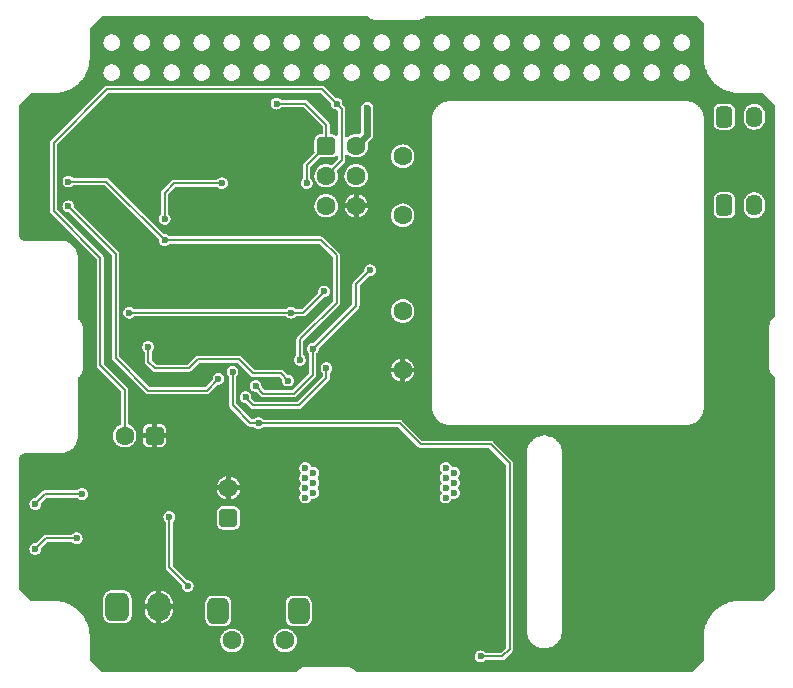
<source format=gbl>
G04*
G04 #@! TF.GenerationSoftware,Altium Limited,Altium Designer,19.1.8 (144)*
G04*
G04 Layer_Physical_Order=4*
G04 Layer_Color=11436288*
%FSLAX25Y25*%
%MOIN*%
G70*
G01*
G75*
%ADD10C,0.00787*%
%ADD56C,0.02362*%
%ADD86C,0.02362*%
%ADD91C,0.06299*%
G04:AMPARAMS|DCode=92|XSize=62.99mil|YSize=62.99mil|CornerRadius=15.75mil|HoleSize=0mil|Usage=FLASHONLY|Rotation=0.000|XOffset=0mil|YOffset=0mil|HoleType=Round|Shape=RoundedRectangle|*
%AMROUNDEDRECTD92*
21,1,0.06299,0.03150,0,0,0.0*
21,1,0.03150,0.06299,0,0,0.0*
1,1,0.03150,0.01575,-0.01575*
1,1,0.03150,-0.01575,-0.01575*
1,1,0.03150,-0.01575,0.01575*
1,1,0.03150,0.01575,0.01575*
%
%ADD92ROUNDEDRECTD92*%
G04:AMPARAMS|DCode=93|XSize=70.87mil|YSize=86.61mil|CornerRadius=17.72mil|HoleSize=0mil|Usage=FLASHONLY|Rotation=180.000|XOffset=0mil|YOffset=0mil|HoleType=Round|Shape=RoundedRectangle|*
%AMROUNDEDRECTD93*
21,1,0.07087,0.05118,0,0,180.0*
21,1,0.03543,0.08661,0,0,180.0*
1,1,0.03543,-0.01772,0.02559*
1,1,0.03543,0.01772,0.02559*
1,1,0.03543,0.01772,-0.02559*
1,1,0.03543,-0.01772,-0.02559*
%
%ADD93ROUNDEDRECTD93*%
G04:AMPARAMS|DCode=94|XSize=55.12mil|YSize=70.87mil|CornerRadius=13.78mil|HoleSize=0mil|Usage=FLASHONLY|Rotation=0.000|XOffset=0mil|YOffset=0mil|HoleType=Round|Shape=RoundedRectangle|*
%AMROUNDEDRECTD94*
21,1,0.05512,0.04331,0,0,0.0*
21,1,0.02756,0.07087,0,0,0.0*
1,1,0.02756,0.01378,-0.02165*
1,1,0.02756,-0.01378,-0.02165*
1,1,0.02756,-0.01378,0.02165*
1,1,0.02756,0.01378,0.02165*
%
%ADD94ROUNDEDRECTD94*%
%ADD95O,0.05512X0.07087*%
%ADD96O,0.07874X0.09449*%
G04:AMPARAMS|DCode=97|XSize=78.74mil|YSize=94.49mil|CornerRadius=19.68mil|HoleSize=0mil|Usage=FLASHONLY|Rotation=0.000|XOffset=0mil|YOffset=0mil|HoleType=Round|Shape=RoundedRectangle|*
%AMROUNDEDRECTD97*
21,1,0.07874,0.05512,0,0,0.0*
21,1,0.03937,0.09449,0,0,0.0*
1,1,0.03937,0.01968,-0.02756*
1,1,0.03937,-0.01968,-0.02756*
1,1,0.03937,-0.01968,0.02756*
1,1,0.03937,0.01968,0.02756*
%
%ADD97ROUNDEDRECTD97*%
G36*
X230311Y218013D02*
Y206693D01*
X230311Y206691D01*
X230326Y206113D01*
X230368Y205535D01*
X230439Y204959D01*
X230538Y204388D01*
X230665Y203822D01*
X230820Y203263D01*
X231002Y202713D01*
X231211Y202172D01*
X231446Y201642D01*
X231706Y201124D01*
X231992Y200619D01*
X232302Y200129D01*
X232636Y199655D01*
X232993Y199198D01*
X233372Y198759D01*
X233772Y198339D01*
X234192Y197939D01*
X234631Y197560D01*
X235088Y197203D01*
X235562Y196870D01*
X236052Y196559D01*
X236557Y196273D01*
X237075Y196013D01*
X237605Y195778D01*
X238146Y195569D01*
X238696Y195387D01*
X239255Y195232D01*
X239821Y195105D01*
X240392Y195006D01*
X240968Y194935D01*
X241546Y194893D01*
X242124Y194878D01*
X242126Y194878D01*
X249903D01*
X253899Y190883D01*
Y120137D01*
X253829Y120104D01*
X253563Y119945D01*
X253314Y119761D01*
X253085Y119553D01*
X252877Y119323D01*
X252693Y119075D01*
X252534Y118809D01*
X252402Y118530D01*
X252297Y118238D01*
X252222Y117938D01*
X252222Y117938D01*
X252177Y117632D01*
X252162Y117323D01*
X252162D01*
Y103150D01*
X252162Y103150D01*
X252177Y102840D01*
X252222Y102535D01*
X252222Y102534D01*
X252256Y102401D01*
X252256Y102401D01*
X252257Y102395D01*
X252297Y102234D01*
X252402Y101943D01*
X252534Y101663D01*
X252693Y101398D01*
X252877Y101149D01*
X253085Y100920D01*
X253314Y100712D01*
X253563Y100528D01*
X253829Y100368D01*
X253899Y100335D01*
Y29590D01*
X249903Y25594D01*
X242126D01*
X242124Y25594D01*
X241546Y25580D01*
X240968Y25537D01*
X240392Y25466D01*
X239821Y25367D01*
X239255Y25240D01*
X238696Y25085D01*
X238146Y24904D01*
X237605Y24695D01*
X237075Y24460D01*
X236557Y24199D01*
X236052Y23913D01*
X235562Y23603D01*
X235088Y23269D01*
X234631Y22912D01*
X234192Y22534D01*
X233772Y22134D01*
X233372Y21714D01*
X232993Y21275D01*
X232636Y20818D01*
X232302Y20343D01*
X231992Y19853D01*
X231706Y19349D01*
X231446Y18831D01*
X231211Y18301D01*
X231002Y17760D01*
X230820Y17209D01*
X230665Y16650D01*
X230538Y16084D01*
X230439Y15513D01*
X230368Y14938D01*
X230326Y14359D01*
X230311Y13781D01*
X230311Y13780D01*
Y6003D01*
X226316Y2007D01*
X114319D01*
X114236Y2146D01*
X114052Y2394D01*
X113844Y2624D01*
X113615Y2832D01*
X113366Y3016D01*
X113101Y3175D01*
X112821Y3307D01*
X112530Y3412D01*
X112229Y3487D01*
X112229Y3487D01*
X111923Y3532D01*
X111614Y3547D01*
Y3547D01*
X97441D01*
X97441Y3547D01*
X97132Y3532D01*
X96826Y3487D01*
X96826Y3487D01*
X96693Y3453D01*
X96692Y3453D01*
X96687Y3452D01*
X96526Y3412D01*
X96234Y3307D01*
X95954Y3175D01*
X95689Y3016D01*
X95440Y2832D01*
X95211Y2624D01*
X95003Y2394D01*
X94819Y2146D01*
X94736Y2007D01*
X29590D01*
X25594Y6002D01*
Y13780D01*
X25594Y13781D01*
X25580Y14359D01*
X25537Y14938D01*
X25466Y15513D01*
X25367Y16084D01*
X25240Y16650D01*
X25085Y17209D01*
X24904Y17760D01*
X24695Y18301D01*
X24460Y18831D01*
X24199Y19349D01*
X23913Y19853D01*
X23603Y20343D01*
X23269Y20818D01*
X22912Y21275D01*
X22534Y21714D01*
X22134Y22134D01*
X21714Y22534D01*
X21275Y22912D01*
X20818Y23269D01*
X20343Y23603D01*
X19853Y23913D01*
X19349Y24199D01*
X18831Y24460D01*
X18301Y24695D01*
X17760Y24904D01*
X17209Y25085D01*
X16650Y25240D01*
X16084Y25367D01*
X15513Y25466D01*
X14938Y25537D01*
X14359Y25580D01*
X13781Y25594D01*
X13780Y25594D01*
X6003D01*
X2007Y29590D01*
Y72835D01*
Y73025D01*
X2081Y73398D01*
X2227Y73749D01*
X2438Y74065D01*
X2707Y74334D01*
X3023Y74545D01*
X3374Y74691D01*
X3747Y74765D01*
X3937D01*
X15748D01*
X15797Y74774D01*
X15846Y74767D01*
X16232Y74786D01*
X16377Y74822D01*
X16525D01*
X17282Y74973D01*
X17465Y75048D01*
X17659Y75087D01*
X18372Y75382D01*
X18536Y75492D01*
X18719Y75568D01*
X19361Y75997D01*
X19500Y76136D01*
X19665Y76246D01*
X20211Y76792D01*
X20320Y76956D01*
X20460Y77096D01*
X20889Y77738D01*
X20965Y77920D01*
X21074Y78085D01*
X21370Y78798D01*
X21408Y78992D01*
X21484Y79174D01*
X21634Y79931D01*
Y80080D01*
X21671Y80224D01*
X21690Y80610D01*
X21682Y80660D01*
X21692Y80709D01*
Y100051D01*
X21831Y100134D01*
X22079Y100318D01*
X22309Y100526D01*
X22516Y100755D01*
X22701Y101004D01*
X22860Y101269D01*
X22992Y101549D01*
X23096Y101840D01*
X23172Y102141D01*
X23172Y102141D01*
X23217Y102447D01*
X23232Y102756D01*
X23232D01*
Y116929D01*
X23232Y116929D01*
X23217Y117238D01*
X23172Y117544D01*
X23172Y117544D01*
X23138Y117677D01*
X23138Y117678D01*
X23137Y117683D01*
X23096Y117844D01*
X22992Y118136D01*
X22860Y118416D01*
X22701Y118681D01*
X22516Y118930D01*
X22309Y119159D01*
X22079Y119367D01*
X21831Y119551D01*
X21692Y119634D01*
Y139764D01*
X21682Y139813D01*
X21690Y139862D01*
X21671Y140248D01*
X21634Y140392D01*
Y140541D01*
X21484Y141298D01*
X21408Y141481D01*
X21370Y141675D01*
X21074Y142388D01*
X20965Y142552D01*
X20889Y142735D01*
X20460Y143377D01*
X20320Y143516D01*
X20211Y143681D01*
X19665Y144226D01*
X19500Y144336D01*
X19361Y144476D01*
X18719Y144905D01*
X18536Y144980D01*
X18372Y145090D01*
X17659Y145386D01*
X17465Y145424D01*
X17282Y145500D01*
X16525Y145650D01*
X16377D01*
X16232Y145686D01*
X15846Y145705D01*
X15797Y145698D01*
X15748Y145708D01*
X3747D01*
X3374Y145782D01*
X3023Y145928D01*
X2707Y146139D01*
X2438Y146407D01*
X2227Y146724D01*
X2081Y147075D01*
X2007Y147448D01*
Y147638D01*
Y190883D01*
X6003Y194878D01*
X13780D01*
X13781Y194878D01*
X14359Y194893D01*
X14938Y194935D01*
X15513Y195006D01*
X16084Y195105D01*
X16650Y195232D01*
X17209Y195387D01*
X17760Y195569D01*
X18301Y195778D01*
X18831Y196013D01*
X19349Y196273D01*
X19853Y196559D01*
X20343Y196870D01*
X20818Y197203D01*
X21275Y197560D01*
X21714Y197939D01*
X22134Y198339D01*
X22534Y198759D01*
X22912Y199198D01*
X23269Y199655D01*
X23603Y200129D01*
X23913Y200619D01*
X24199Y201124D01*
X24460Y201642D01*
X24695Y202172D01*
X24904Y202713D01*
X25085Y203263D01*
X25240Y203822D01*
X25367Y204388D01*
X25466Y204959D01*
X25537Y205535D01*
X25580Y206113D01*
X25594Y206691D01*
X25594Y206693D01*
Y216438D01*
X29590Y220434D01*
X118434D01*
X118636Y220211D01*
X118866Y220003D01*
X119114Y219819D01*
X119380Y219660D01*
X119659Y219528D01*
X119951Y219423D01*
X120251Y219348D01*
X120252Y219348D01*
X120557Y219303D01*
X120866Y219287D01*
Y219288D01*
X135039D01*
X135039Y219287D01*
X135348Y219303D01*
X135654Y219348D01*
X135655Y219348D01*
X135788Y219381D01*
X135788Y219381D01*
X135794Y219383D01*
X135955Y219423D01*
X136246Y219528D01*
X136526Y219660D01*
X136791Y219819D01*
X137040Y220003D01*
X137269Y220211D01*
X137471Y220434D01*
X227891D01*
X230311Y218013D01*
D02*
G37*
%LPC*%
G36*
X222953Y214452D02*
X222682Y214439D01*
X222414Y214399D01*
X222152Y214333D01*
X221897Y214242D01*
X221652Y214126D01*
X221420Y213987D01*
X221202Y213826D01*
X221002Y213644D01*
X220820Y213443D01*
X220658Y213226D01*
X220519Y212994D01*
X220403Y212749D01*
X220312Y212494D01*
X220246Y212231D01*
X220207Y211963D01*
X220193Y211693D01*
X220207Y211422D01*
X220246Y211155D01*
X220312Y210892D01*
X220403Y210637D01*
X220519Y210392D01*
X220658Y210160D01*
X220820Y209942D01*
X221002Y209742D01*
X221202Y209560D01*
X221420Y209399D01*
X221652Y209259D01*
X221897Y209144D01*
X222152Y209052D01*
X222414Y208987D01*
X222682Y208947D01*
X222953Y208934D01*
X223223Y208947D01*
X223491Y208987D01*
X223754Y209052D01*
X224008Y209144D01*
X224253Y209259D01*
X224486Y209399D01*
X224703Y209560D01*
X224904Y209742D01*
X225085Y209942D01*
X225247Y210160D01*
X225386Y210392D01*
X225502Y210637D01*
X225593Y210892D01*
X225659Y211155D01*
X225698Y211422D01*
X225712Y211693D01*
X225698Y211963D01*
X225659Y212231D01*
X225593Y212494D01*
X225502Y212749D01*
X225386Y212994D01*
X225247Y213226D01*
X225085Y213443D01*
X224904Y213644D01*
X224703Y213826D01*
X224486Y213987D01*
X224253Y214126D01*
X224008Y214242D01*
X223754Y214333D01*
X223491Y214399D01*
X223223Y214439D01*
X222953Y214452D01*
D02*
G37*
G36*
X212953D02*
X212682Y214439D01*
X212414Y214399D01*
X212152Y214333D01*
X211897Y214242D01*
X211652Y214126D01*
X211420Y213987D01*
X211202Y213826D01*
X211002Y213644D01*
X210820Y213443D01*
X210658Y213226D01*
X210519Y212994D01*
X210403Y212749D01*
X210312Y212494D01*
X210246Y212231D01*
X210207Y211963D01*
X210193Y211693D01*
X210207Y211422D01*
X210246Y211155D01*
X210312Y210892D01*
X210403Y210637D01*
X210519Y210392D01*
X210658Y210160D01*
X210820Y209942D01*
X211002Y209742D01*
X211202Y209560D01*
X211420Y209399D01*
X211652Y209259D01*
X211897Y209144D01*
X212152Y209052D01*
X212414Y208987D01*
X212682Y208947D01*
X212953Y208934D01*
X213223Y208947D01*
X213491Y208987D01*
X213754Y209052D01*
X214008Y209144D01*
X214253Y209259D01*
X214486Y209399D01*
X214703Y209560D01*
X214904Y209742D01*
X215086Y209942D01*
X215247Y210160D01*
X215386Y210392D01*
X215502Y210637D01*
X215593Y210892D01*
X215659Y211155D01*
X215699Y211422D01*
X215712Y211693D01*
X215699Y211963D01*
X215659Y212231D01*
X215593Y212494D01*
X215502Y212749D01*
X215386Y212994D01*
X215247Y213226D01*
X215086Y213443D01*
X214904Y213644D01*
X214703Y213826D01*
X214486Y213987D01*
X214253Y214126D01*
X214008Y214242D01*
X213754Y214333D01*
X213491Y214399D01*
X213223Y214439D01*
X212953Y214452D01*
D02*
G37*
G36*
X202953D02*
X202682Y214439D01*
X202414Y214399D01*
X202152Y214333D01*
X201897Y214242D01*
X201652Y214126D01*
X201420Y213987D01*
X201202Y213826D01*
X201002Y213644D01*
X200820Y213443D01*
X200658Y213226D01*
X200519Y212994D01*
X200403Y212749D01*
X200312Y212494D01*
X200246Y212231D01*
X200207Y211963D01*
X200193Y211693D01*
X200207Y211422D01*
X200246Y211155D01*
X200312Y210892D01*
X200403Y210637D01*
X200519Y210392D01*
X200658Y210160D01*
X200820Y209942D01*
X201002Y209742D01*
X201202Y209560D01*
X201420Y209399D01*
X201652Y209259D01*
X201897Y209144D01*
X202152Y209052D01*
X202414Y208987D01*
X202682Y208947D01*
X202953Y208934D01*
X203223Y208947D01*
X203491Y208987D01*
X203754Y209052D01*
X204009Y209144D01*
X204253Y209259D01*
X204486Y209399D01*
X204703Y209560D01*
X204904Y209742D01*
X205085Y209942D01*
X205247Y210160D01*
X205386Y210392D01*
X205502Y210637D01*
X205593Y210892D01*
X205659Y211155D01*
X205698Y211422D01*
X205712Y211693D01*
X205698Y211963D01*
X205659Y212231D01*
X205593Y212494D01*
X205502Y212749D01*
X205386Y212994D01*
X205247Y213226D01*
X205085Y213443D01*
X204904Y213644D01*
X204703Y213826D01*
X204486Y213987D01*
X204253Y214126D01*
X204009Y214242D01*
X203754Y214333D01*
X203491Y214399D01*
X203223Y214439D01*
X202953Y214452D01*
D02*
G37*
G36*
X192953D02*
X192682Y214439D01*
X192414Y214399D01*
X192152Y214333D01*
X191897Y214242D01*
X191652Y214126D01*
X191420Y213987D01*
X191202Y213826D01*
X191002Y213644D01*
X190820Y213443D01*
X190658Y213226D01*
X190519Y212994D01*
X190403Y212749D01*
X190312Y212494D01*
X190246Y212231D01*
X190207Y211963D01*
X190193Y211693D01*
X190207Y211422D01*
X190246Y211155D01*
X190312Y210892D01*
X190403Y210637D01*
X190519Y210392D01*
X190658Y210160D01*
X190820Y209942D01*
X191002Y209742D01*
X191202Y209560D01*
X191420Y209399D01*
X191652Y209259D01*
X191897Y209144D01*
X192152Y209052D01*
X192414Y208987D01*
X192682Y208947D01*
X192953Y208934D01*
X193223Y208947D01*
X193491Y208987D01*
X193754Y209052D01*
X194009Y209144D01*
X194253Y209259D01*
X194486Y209399D01*
X194703Y209560D01*
X194904Y209742D01*
X195086Y209942D01*
X195247Y210160D01*
X195386Y210392D01*
X195502Y210637D01*
X195593Y210892D01*
X195659Y211155D01*
X195699Y211422D01*
X195712Y211693D01*
X195699Y211963D01*
X195659Y212231D01*
X195593Y212494D01*
X195502Y212749D01*
X195386Y212994D01*
X195247Y213226D01*
X195086Y213443D01*
X194904Y213644D01*
X194703Y213826D01*
X194486Y213987D01*
X194253Y214126D01*
X194009Y214242D01*
X193754Y214333D01*
X193491Y214399D01*
X193223Y214439D01*
X192953Y214452D01*
D02*
G37*
G36*
X182953D02*
X182682Y214439D01*
X182414Y214399D01*
X182152Y214333D01*
X181897Y214242D01*
X181652Y214126D01*
X181420Y213987D01*
X181202Y213826D01*
X181002Y213644D01*
X180820Y213443D01*
X180658Y213226D01*
X180519Y212994D01*
X180403Y212749D01*
X180312Y212494D01*
X180246Y212231D01*
X180207Y211963D01*
X180193Y211693D01*
X180207Y211422D01*
X180246Y211155D01*
X180312Y210892D01*
X180403Y210637D01*
X180519Y210392D01*
X180658Y210160D01*
X180820Y209942D01*
X181002Y209742D01*
X181202Y209560D01*
X181420Y209399D01*
X181652Y209259D01*
X181897Y209144D01*
X182152Y209052D01*
X182414Y208987D01*
X182682Y208947D01*
X182953Y208934D01*
X183223Y208947D01*
X183491Y208987D01*
X183754Y209052D01*
X184009Y209144D01*
X184253Y209259D01*
X184486Y209399D01*
X184703Y209560D01*
X184904Y209742D01*
X185085Y209942D01*
X185247Y210160D01*
X185386Y210392D01*
X185502Y210637D01*
X185593Y210892D01*
X185659Y211155D01*
X185699Y211422D01*
X185712Y211693D01*
X185699Y211963D01*
X185659Y212231D01*
X185593Y212494D01*
X185502Y212749D01*
X185386Y212994D01*
X185247Y213226D01*
X185085Y213443D01*
X184904Y213644D01*
X184703Y213826D01*
X184486Y213987D01*
X184253Y214126D01*
X184009Y214242D01*
X183754Y214333D01*
X183491Y214399D01*
X183223Y214439D01*
X182953Y214452D01*
D02*
G37*
G36*
X172953D02*
X172682Y214439D01*
X172414Y214399D01*
X172152Y214333D01*
X171897Y214242D01*
X171652Y214126D01*
X171420Y213987D01*
X171202Y213826D01*
X171002Y213644D01*
X170820Y213443D01*
X170658Y213226D01*
X170519Y212994D01*
X170403Y212749D01*
X170312Y212494D01*
X170246Y212231D01*
X170207Y211963D01*
X170193Y211693D01*
X170207Y211422D01*
X170246Y211155D01*
X170312Y210892D01*
X170403Y210637D01*
X170519Y210392D01*
X170658Y210160D01*
X170820Y209942D01*
X171002Y209742D01*
X171202Y209560D01*
X171420Y209399D01*
X171652Y209259D01*
X171897Y209144D01*
X172152Y209052D01*
X172414Y208987D01*
X172682Y208947D01*
X172953Y208934D01*
X173223Y208947D01*
X173491Y208987D01*
X173754Y209052D01*
X174009Y209144D01*
X174253Y209259D01*
X174486Y209399D01*
X174703Y209560D01*
X174904Y209742D01*
X175085Y209942D01*
X175247Y210160D01*
X175386Y210392D01*
X175502Y210637D01*
X175593Y210892D01*
X175659Y211155D01*
X175699Y211422D01*
X175712Y211693D01*
X175699Y211963D01*
X175659Y212231D01*
X175593Y212494D01*
X175502Y212749D01*
X175386Y212994D01*
X175247Y213226D01*
X175085Y213443D01*
X174904Y213644D01*
X174703Y213826D01*
X174486Y213987D01*
X174253Y214126D01*
X174009Y214242D01*
X173754Y214333D01*
X173491Y214399D01*
X173223Y214439D01*
X172953Y214452D01*
D02*
G37*
G36*
X162953D02*
X162682Y214439D01*
X162414Y214399D01*
X162152Y214333D01*
X161897Y214242D01*
X161652Y214126D01*
X161420Y213987D01*
X161202Y213826D01*
X161002Y213644D01*
X160820Y213443D01*
X160658Y213226D01*
X160519Y212994D01*
X160403Y212749D01*
X160312Y212494D01*
X160246Y212231D01*
X160207Y211963D01*
X160193Y211693D01*
X160207Y211422D01*
X160246Y211155D01*
X160312Y210892D01*
X160403Y210637D01*
X160519Y210392D01*
X160658Y210160D01*
X160820Y209942D01*
X161002Y209742D01*
X161202Y209560D01*
X161420Y209399D01*
X161652Y209259D01*
X161897Y209144D01*
X162152Y209052D01*
X162414Y208987D01*
X162682Y208947D01*
X162953Y208934D01*
X163223Y208947D01*
X163491Y208987D01*
X163754Y209052D01*
X164008Y209144D01*
X164253Y209259D01*
X164486Y209399D01*
X164703Y209560D01*
X164904Y209742D01*
X165085Y209942D01*
X165247Y210160D01*
X165386Y210392D01*
X165502Y210637D01*
X165593Y210892D01*
X165659Y211155D01*
X165699Y211422D01*
X165712Y211693D01*
X165699Y211963D01*
X165659Y212231D01*
X165593Y212494D01*
X165502Y212749D01*
X165386Y212994D01*
X165247Y213226D01*
X165085Y213443D01*
X164904Y213644D01*
X164703Y213826D01*
X164486Y213987D01*
X164253Y214126D01*
X164008Y214242D01*
X163754Y214333D01*
X163491Y214399D01*
X163223Y214439D01*
X162953Y214452D01*
D02*
G37*
G36*
X152953D02*
X152682Y214439D01*
X152414Y214399D01*
X152152Y214333D01*
X151897Y214242D01*
X151652Y214126D01*
X151420Y213987D01*
X151202Y213826D01*
X151002Y213644D01*
X150820Y213443D01*
X150658Y213226D01*
X150519Y212994D01*
X150403Y212749D01*
X150312Y212494D01*
X150246Y212231D01*
X150207Y211963D01*
X150193Y211693D01*
X150207Y211422D01*
X150246Y211155D01*
X150312Y210892D01*
X150403Y210637D01*
X150519Y210392D01*
X150658Y210160D01*
X150820Y209942D01*
X151002Y209742D01*
X151202Y209560D01*
X151420Y209399D01*
X151652Y209259D01*
X151897Y209144D01*
X152152Y209052D01*
X152414Y208987D01*
X152682Y208947D01*
X152953Y208934D01*
X153223Y208947D01*
X153491Y208987D01*
X153754Y209052D01*
X154008Y209144D01*
X154253Y209259D01*
X154486Y209399D01*
X154703Y209560D01*
X154904Y209742D01*
X155086Y209942D01*
X155247Y210160D01*
X155386Y210392D01*
X155502Y210637D01*
X155593Y210892D01*
X155659Y211155D01*
X155699Y211422D01*
X155712Y211693D01*
X155699Y211963D01*
X155659Y212231D01*
X155593Y212494D01*
X155502Y212749D01*
X155386Y212994D01*
X155247Y213226D01*
X155086Y213443D01*
X154904Y213644D01*
X154703Y213826D01*
X154486Y213987D01*
X154253Y214126D01*
X154008Y214242D01*
X153754Y214333D01*
X153491Y214399D01*
X153223Y214439D01*
X152953Y214452D01*
D02*
G37*
G36*
X142953D02*
X142682Y214439D01*
X142414Y214399D01*
X142152Y214333D01*
X141897Y214242D01*
X141652Y214126D01*
X141420Y213987D01*
X141202Y213826D01*
X141002Y213644D01*
X140820Y213443D01*
X140658Y213226D01*
X140519Y212994D01*
X140403Y212749D01*
X140312Y212494D01*
X140246Y212231D01*
X140207Y211963D01*
X140193Y211693D01*
X140207Y211422D01*
X140246Y211155D01*
X140312Y210892D01*
X140403Y210637D01*
X140519Y210392D01*
X140658Y210160D01*
X140820Y209942D01*
X141002Y209742D01*
X141202Y209560D01*
X141420Y209399D01*
X141652Y209259D01*
X141897Y209144D01*
X142152Y209052D01*
X142414Y208987D01*
X142682Y208947D01*
X142953Y208934D01*
X143223Y208947D01*
X143491Y208987D01*
X143754Y209052D01*
X144009Y209144D01*
X144253Y209259D01*
X144486Y209399D01*
X144703Y209560D01*
X144904Y209742D01*
X145086Y209942D01*
X145247Y210160D01*
X145386Y210392D01*
X145502Y210637D01*
X145593Y210892D01*
X145659Y211155D01*
X145699Y211422D01*
X145712Y211693D01*
X145699Y211963D01*
X145659Y212231D01*
X145593Y212494D01*
X145502Y212749D01*
X145386Y212994D01*
X145247Y213226D01*
X145086Y213443D01*
X144904Y213644D01*
X144703Y213826D01*
X144486Y213987D01*
X144253Y214126D01*
X144009Y214242D01*
X143754Y214333D01*
X143491Y214399D01*
X143223Y214439D01*
X142953Y214452D01*
D02*
G37*
G36*
X132953D02*
X132682Y214439D01*
X132414Y214399D01*
X132152Y214333D01*
X131897Y214242D01*
X131652Y214126D01*
X131420Y213987D01*
X131202Y213826D01*
X131002Y213644D01*
X130820Y213443D01*
X130658Y213226D01*
X130519Y212994D01*
X130403Y212749D01*
X130312Y212494D01*
X130246Y212231D01*
X130207Y211963D01*
X130193Y211693D01*
X130207Y211422D01*
X130246Y211155D01*
X130312Y210892D01*
X130403Y210637D01*
X130519Y210392D01*
X130658Y210160D01*
X130820Y209942D01*
X131002Y209742D01*
X131202Y209560D01*
X131420Y209399D01*
X131652Y209259D01*
X131897Y209144D01*
X132152Y209052D01*
X132414Y208987D01*
X132682Y208947D01*
X132953Y208934D01*
X133223Y208947D01*
X133491Y208987D01*
X133754Y209052D01*
X134009Y209144D01*
X134253Y209259D01*
X134486Y209399D01*
X134703Y209560D01*
X134904Y209742D01*
X135085Y209942D01*
X135247Y210160D01*
X135386Y210392D01*
X135502Y210637D01*
X135593Y210892D01*
X135659Y211155D01*
X135699Y211422D01*
X135712Y211693D01*
X135699Y211963D01*
X135659Y212231D01*
X135593Y212494D01*
X135502Y212749D01*
X135386Y212994D01*
X135247Y213226D01*
X135085Y213443D01*
X134904Y213644D01*
X134703Y213826D01*
X134486Y213987D01*
X134253Y214126D01*
X134009Y214242D01*
X133754Y214333D01*
X133491Y214399D01*
X133223Y214439D01*
X132953Y214452D01*
D02*
G37*
G36*
X122953D02*
X122682Y214439D01*
X122414Y214399D01*
X122152Y214333D01*
X121897Y214242D01*
X121652Y214126D01*
X121420Y213987D01*
X121202Y213826D01*
X121002Y213644D01*
X120820Y213443D01*
X120658Y213226D01*
X120519Y212994D01*
X120403Y212749D01*
X120312Y212494D01*
X120246Y212231D01*
X120207Y211963D01*
X120193Y211693D01*
X120207Y211422D01*
X120246Y211155D01*
X120312Y210892D01*
X120403Y210637D01*
X120519Y210392D01*
X120658Y210160D01*
X120820Y209942D01*
X121002Y209742D01*
X121202Y209560D01*
X121420Y209399D01*
X121652Y209259D01*
X121897Y209144D01*
X122152Y209052D01*
X122414Y208987D01*
X122682Y208947D01*
X122953Y208934D01*
X123223Y208947D01*
X123491Y208987D01*
X123754Y209052D01*
X124009Y209144D01*
X124253Y209259D01*
X124486Y209399D01*
X124703Y209560D01*
X124904Y209742D01*
X125085Y209942D01*
X125247Y210160D01*
X125386Y210392D01*
X125502Y210637D01*
X125593Y210892D01*
X125659Y211155D01*
X125699Y211422D01*
X125712Y211693D01*
X125699Y211963D01*
X125659Y212231D01*
X125593Y212494D01*
X125502Y212749D01*
X125386Y212994D01*
X125247Y213226D01*
X125085Y213443D01*
X124904Y213644D01*
X124703Y213826D01*
X124486Y213987D01*
X124253Y214126D01*
X124009Y214242D01*
X123754Y214333D01*
X123491Y214399D01*
X123223Y214439D01*
X122953Y214452D01*
D02*
G37*
G36*
X112953D02*
X112682Y214439D01*
X112414Y214399D01*
X112152Y214333D01*
X111897Y214242D01*
X111652Y214126D01*
X111420Y213987D01*
X111202Y213826D01*
X111002Y213644D01*
X110820Y213443D01*
X110658Y213226D01*
X110519Y212994D01*
X110403Y212749D01*
X110312Y212494D01*
X110246Y212231D01*
X110207Y211963D01*
X110193Y211693D01*
X110207Y211422D01*
X110246Y211155D01*
X110312Y210892D01*
X110403Y210637D01*
X110519Y210392D01*
X110658Y210160D01*
X110820Y209942D01*
X111002Y209742D01*
X111202Y209560D01*
X111420Y209399D01*
X111652Y209259D01*
X111897Y209144D01*
X112152Y209052D01*
X112414Y208987D01*
X112682Y208947D01*
X112953Y208934D01*
X113223Y208947D01*
X113491Y208987D01*
X113754Y209052D01*
X114008Y209144D01*
X114253Y209259D01*
X114486Y209399D01*
X114703Y209560D01*
X114904Y209742D01*
X115085Y209942D01*
X115247Y210160D01*
X115386Y210392D01*
X115502Y210637D01*
X115593Y210892D01*
X115659Y211155D01*
X115699Y211422D01*
X115712Y211693D01*
X115699Y211963D01*
X115659Y212231D01*
X115593Y212494D01*
X115502Y212749D01*
X115386Y212994D01*
X115247Y213226D01*
X115085Y213443D01*
X114904Y213644D01*
X114703Y213826D01*
X114486Y213987D01*
X114253Y214126D01*
X114008Y214242D01*
X113754Y214333D01*
X113491Y214399D01*
X113223Y214439D01*
X112953Y214452D01*
D02*
G37*
G36*
X102953D02*
X102682Y214439D01*
X102414Y214399D01*
X102152Y214333D01*
X101897Y214242D01*
X101652Y214126D01*
X101420Y213987D01*
X101202Y213826D01*
X101002Y213644D01*
X100820Y213443D01*
X100658Y213226D01*
X100519Y212994D01*
X100403Y212749D01*
X100312Y212494D01*
X100246Y212231D01*
X100207Y211963D01*
X100193Y211693D01*
X100207Y211422D01*
X100246Y211155D01*
X100312Y210892D01*
X100403Y210637D01*
X100519Y210392D01*
X100658Y210160D01*
X100820Y209942D01*
X101002Y209742D01*
X101202Y209560D01*
X101420Y209399D01*
X101652Y209259D01*
X101897Y209144D01*
X102152Y209052D01*
X102414Y208987D01*
X102682Y208947D01*
X102953Y208934D01*
X103223Y208947D01*
X103491Y208987D01*
X103754Y209052D01*
X104008Y209144D01*
X104253Y209259D01*
X104486Y209399D01*
X104703Y209560D01*
X104904Y209742D01*
X105086Y209942D01*
X105247Y210160D01*
X105386Y210392D01*
X105502Y210637D01*
X105593Y210892D01*
X105659Y211155D01*
X105699Y211422D01*
X105712Y211693D01*
X105699Y211963D01*
X105659Y212231D01*
X105593Y212494D01*
X105502Y212749D01*
X105386Y212994D01*
X105247Y213226D01*
X105086Y213443D01*
X104904Y213644D01*
X104703Y213826D01*
X104486Y213987D01*
X104253Y214126D01*
X104008Y214242D01*
X103754Y214333D01*
X103491Y214399D01*
X103223Y214439D01*
X102953Y214452D01*
D02*
G37*
G36*
X92953D02*
X92682Y214439D01*
X92414Y214399D01*
X92152Y214333D01*
X91897Y214242D01*
X91652Y214126D01*
X91420Y213987D01*
X91202Y213826D01*
X91002Y213644D01*
X90820Y213443D01*
X90658Y213226D01*
X90519Y212994D01*
X90403Y212749D01*
X90312Y212494D01*
X90246Y212231D01*
X90207Y211963D01*
X90193Y211693D01*
X90207Y211422D01*
X90246Y211155D01*
X90312Y210892D01*
X90403Y210637D01*
X90519Y210392D01*
X90658Y210160D01*
X90820Y209942D01*
X91002Y209742D01*
X91202Y209560D01*
X91420Y209399D01*
X91652Y209259D01*
X91897Y209144D01*
X92152Y209052D01*
X92414Y208987D01*
X92682Y208947D01*
X92953Y208934D01*
X93223Y208947D01*
X93491Y208987D01*
X93754Y209052D01*
X94008Y209144D01*
X94253Y209259D01*
X94486Y209399D01*
X94703Y209560D01*
X94904Y209742D01*
X95086Y209942D01*
X95247Y210160D01*
X95386Y210392D01*
X95502Y210637D01*
X95593Y210892D01*
X95659Y211155D01*
X95699Y211422D01*
X95712Y211693D01*
X95699Y211963D01*
X95659Y212231D01*
X95593Y212494D01*
X95502Y212749D01*
X95386Y212994D01*
X95247Y213226D01*
X95086Y213443D01*
X94904Y213644D01*
X94703Y213826D01*
X94486Y213987D01*
X94253Y214126D01*
X94008Y214242D01*
X93754Y214333D01*
X93491Y214399D01*
X93223Y214439D01*
X92953Y214452D01*
D02*
G37*
G36*
X82953D02*
X82682Y214439D01*
X82414Y214399D01*
X82152Y214333D01*
X81897Y214242D01*
X81652Y214126D01*
X81420Y213987D01*
X81202Y213826D01*
X81002Y213644D01*
X80820Y213443D01*
X80658Y213226D01*
X80519Y212994D01*
X80403Y212749D01*
X80312Y212494D01*
X80246Y212231D01*
X80207Y211963D01*
X80193Y211693D01*
X80207Y211422D01*
X80246Y211155D01*
X80312Y210892D01*
X80403Y210637D01*
X80519Y210392D01*
X80658Y210160D01*
X80820Y209942D01*
X81002Y209742D01*
X81202Y209560D01*
X81420Y209399D01*
X81652Y209259D01*
X81897Y209144D01*
X82152Y209052D01*
X82414Y208987D01*
X82682Y208947D01*
X82953Y208934D01*
X83223Y208947D01*
X83491Y208987D01*
X83754Y209052D01*
X84009Y209144D01*
X84253Y209259D01*
X84486Y209399D01*
X84703Y209560D01*
X84904Y209742D01*
X85085Y209942D01*
X85247Y210160D01*
X85386Y210392D01*
X85502Y210637D01*
X85593Y210892D01*
X85659Y211155D01*
X85699Y211422D01*
X85712Y211693D01*
X85699Y211963D01*
X85659Y212231D01*
X85593Y212494D01*
X85502Y212749D01*
X85386Y212994D01*
X85247Y213226D01*
X85085Y213443D01*
X84904Y213644D01*
X84703Y213826D01*
X84486Y213987D01*
X84253Y214126D01*
X84009Y214242D01*
X83754Y214333D01*
X83491Y214399D01*
X83223Y214439D01*
X82953Y214452D01*
D02*
G37*
G36*
X72953D02*
X72682Y214439D01*
X72414Y214399D01*
X72152Y214333D01*
X71897Y214242D01*
X71652Y214126D01*
X71420Y213987D01*
X71202Y213826D01*
X71002Y213644D01*
X70820Y213443D01*
X70658Y213226D01*
X70519Y212994D01*
X70403Y212749D01*
X70312Y212494D01*
X70246Y212231D01*
X70207Y211963D01*
X70193Y211693D01*
X70207Y211422D01*
X70246Y211155D01*
X70312Y210892D01*
X70403Y210637D01*
X70519Y210392D01*
X70658Y210160D01*
X70820Y209942D01*
X71002Y209742D01*
X71202Y209560D01*
X71420Y209399D01*
X71652Y209259D01*
X71897Y209144D01*
X72152Y209052D01*
X72414Y208987D01*
X72682Y208947D01*
X72953Y208934D01*
X73223Y208947D01*
X73491Y208987D01*
X73754Y209052D01*
X74009Y209144D01*
X74253Y209259D01*
X74486Y209399D01*
X74703Y209560D01*
X74904Y209742D01*
X75086Y209942D01*
X75247Y210160D01*
X75386Y210392D01*
X75502Y210637D01*
X75593Y210892D01*
X75659Y211155D01*
X75699Y211422D01*
X75712Y211693D01*
X75699Y211963D01*
X75659Y212231D01*
X75593Y212494D01*
X75502Y212749D01*
X75386Y212994D01*
X75247Y213226D01*
X75086Y213443D01*
X74904Y213644D01*
X74703Y213826D01*
X74486Y213987D01*
X74253Y214126D01*
X74009Y214242D01*
X73754Y214333D01*
X73491Y214399D01*
X73223Y214439D01*
X72953Y214452D01*
D02*
G37*
G36*
X62953D02*
X62682Y214439D01*
X62414Y214399D01*
X62152Y214333D01*
X61897Y214242D01*
X61652Y214126D01*
X61420Y213987D01*
X61202Y213826D01*
X61002Y213644D01*
X60820Y213443D01*
X60658Y213226D01*
X60519Y212994D01*
X60403Y212749D01*
X60312Y212494D01*
X60246Y212231D01*
X60207Y211963D01*
X60193Y211693D01*
X60207Y211422D01*
X60246Y211155D01*
X60312Y210892D01*
X60403Y210637D01*
X60519Y210392D01*
X60658Y210160D01*
X60820Y209942D01*
X61002Y209742D01*
X61202Y209560D01*
X61420Y209399D01*
X61652Y209259D01*
X61897Y209144D01*
X62152Y209052D01*
X62414Y208987D01*
X62682Y208947D01*
X62953Y208934D01*
X63223Y208947D01*
X63491Y208987D01*
X63754Y209052D01*
X64008Y209144D01*
X64253Y209259D01*
X64486Y209399D01*
X64703Y209560D01*
X64904Y209742D01*
X65086Y209942D01*
X65247Y210160D01*
X65386Y210392D01*
X65502Y210637D01*
X65593Y210892D01*
X65659Y211155D01*
X65699Y211422D01*
X65712Y211693D01*
X65699Y211963D01*
X65659Y212231D01*
X65593Y212494D01*
X65502Y212749D01*
X65386Y212994D01*
X65247Y213226D01*
X65086Y213443D01*
X64904Y213644D01*
X64703Y213826D01*
X64486Y213987D01*
X64253Y214126D01*
X64008Y214242D01*
X63754Y214333D01*
X63491Y214399D01*
X63223Y214439D01*
X62953Y214452D01*
D02*
G37*
G36*
X52953D02*
X52682Y214439D01*
X52414Y214399D01*
X52152Y214333D01*
X51897Y214242D01*
X51652Y214126D01*
X51420Y213987D01*
X51202Y213826D01*
X51002Y213644D01*
X50820Y213443D01*
X50658Y213226D01*
X50519Y212994D01*
X50403Y212749D01*
X50312Y212494D01*
X50246Y212231D01*
X50207Y211963D01*
X50193Y211693D01*
X50207Y211422D01*
X50246Y211155D01*
X50312Y210892D01*
X50403Y210637D01*
X50519Y210392D01*
X50658Y210160D01*
X50820Y209942D01*
X51002Y209742D01*
X51202Y209560D01*
X51420Y209399D01*
X51652Y209259D01*
X51897Y209144D01*
X52152Y209052D01*
X52414Y208987D01*
X52682Y208947D01*
X52953Y208934D01*
X53223Y208947D01*
X53491Y208987D01*
X53754Y209052D01*
X54009Y209144D01*
X54253Y209259D01*
X54486Y209399D01*
X54703Y209560D01*
X54904Y209742D01*
X55085Y209942D01*
X55247Y210160D01*
X55386Y210392D01*
X55502Y210637D01*
X55593Y210892D01*
X55659Y211155D01*
X55699Y211422D01*
X55712Y211693D01*
X55699Y211963D01*
X55659Y212231D01*
X55593Y212494D01*
X55502Y212749D01*
X55386Y212994D01*
X55247Y213226D01*
X55085Y213443D01*
X54904Y213644D01*
X54703Y213826D01*
X54486Y213987D01*
X54253Y214126D01*
X54009Y214242D01*
X53754Y214333D01*
X53491Y214399D01*
X53223Y214439D01*
X52953Y214452D01*
D02*
G37*
G36*
X42953D02*
X42682Y214439D01*
X42414Y214399D01*
X42152Y214333D01*
X41897Y214242D01*
X41652Y214126D01*
X41420Y213987D01*
X41202Y213826D01*
X41002Y213644D01*
X40820Y213443D01*
X40658Y213226D01*
X40519Y212994D01*
X40403Y212749D01*
X40312Y212494D01*
X40246Y212231D01*
X40207Y211963D01*
X40193Y211693D01*
X40207Y211422D01*
X40246Y211155D01*
X40312Y210892D01*
X40403Y210637D01*
X40519Y210392D01*
X40658Y210160D01*
X40820Y209942D01*
X41002Y209742D01*
X41202Y209560D01*
X41420Y209399D01*
X41652Y209259D01*
X41897Y209144D01*
X42152Y209052D01*
X42414Y208987D01*
X42682Y208947D01*
X42953Y208934D01*
X43223Y208947D01*
X43491Y208987D01*
X43754Y209052D01*
X44008Y209144D01*
X44253Y209259D01*
X44486Y209399D01*
X44703Y209560D01*
X44904Y209742D01*
X45085Y209942D01*
X45247Y210160D01*
X45386Y210392D01*
X45502Y210637D01*
X45593Y210892D01*
X45659Y211155D01*
X45699Y211422D01*
X45712Y211693D01*
X45699Y211963D01*
X45659Y212231D01*
X45593Y212494D01*
X45502Y212749D01*
X45386Y212994D01*
X45247Y213226D01*
X45085Y213443D01*
X44904Y213644D01*
X44703Y213826D01*
X44486Y213987D01*
X44253Y214126D01*
X44008Y214242D01*
X43754Y214333D01*
X43491Y214399D01*
X43223Y214439D01*
X42953Y214452D01*
D02*
G37*
G36*
X32953D02*
X32682Y214439D01*
X32414Y214399D01*
X32152Y214333D01*
X31897Y214242D01*
X31652Y214126D01*
X31420Y213987D01*
X31202Y213826D01*
X31002Y213644D01*
X30820Y213443D01*
X30658Y213226D01*
X30519Y212994D01*
X30403Y212749D01*
X30312Y212494D01*
X30246Y212231D01*
X30207Y211963D01*
X30193Y211693D01*
X30207Y211422D01*
X30246Y211155D01*
X30312Y210892D01*
X30403Y210637D01*
X30519Y210392D01*
X30658Y210160D01*
X30820Y209942D01*
X31002Y209742D01*
X31202Y209560D01*
X31420Y209399D01*
X31652Y209259D01*
X31897Y209144D01*
X32152Y209052D01*
X32414Y208987D01*
X32682Y208947D01*
X32953Y208934D01*
X33223Y208947D01*
X33491Y208987D01*
X33754Y209052D01*
X34008Y209144D01*
X34253Y209259D01*
X34486Y209399D01*
X34703Y209560D01*
X34904Y209742D01*
X35085Y209942D01*
X35247Y210160D01*
X35386Y210392D01*
X35502Y210637D01*
X35593Y210892D01*
X35659Y211155D01*
X35699Y211422D01*
X35712Y211693D01*
X35699Y211963D01*
X35659Y212231D01*
X35593Y212494D01*
X35502Y212749D01*
X35386Y212994D01*
X35247Y213226D01*
X35085Y213443D01*
X34904Y213644D01*
X34703Y213826D01*
X34486Y213987D01*
X34253Y214126D01*
X34008Y214242D01*
X33754Y214333D01*
X33491Y214399D01*
X33223Y214439D01*
X32953Y214452D01*
D02*
G37*
G36*
X222953Y204452D02*
X222682Y204439D01*
X222414Y204399D01*
X222152Y204333D01*
X221897Y204242D01*
X221652Y204126D01*
X221420Y203987D01*
X221202Y203826D01*
X221002Y203644D01*
X220820Y203443D01*
X220658Y203226D01*
X220519Y202993D01*
X220403Y202749D01*
X220312Y202494D01*
X220246Y202231D01*
X220207Y201963D01*
X220193Y201693D01*
X220207Y201422D01*
X220246Y201154D01*
X220312Y200892D01*
X220403Y200637D01*
X220519Y200392D01*
X220658Y200160D01*
X220820Y199942D01*
X221002Y199742D01*
X221202Y199560D01*
X221420Y199399D01*
X221652Y199259D01*
X221897Y199144D01*
X222152Y199052D01*
X222414Y198987D01*
X222682Y198947D01*
X222953Y198933D01*
X223223Y198947D01*
X223491Y198987D01*
X223754Y199052D01*
X224008Y199144D01*
X224253Y199259D01*
X224486Y199399D01*
X224703Y199560D01*
X224904Y199742D01*
X225085Y199942D01*
X225247Y200160D01*
X225386Y200392D01*
X225502Y200637D01*
X225593Y200892D01*
X225659Y201154D01*
X225698Y201422D01*
X225712Y201693D01*
X225698Y201963D01*
X225659Y202231D01*
X225593Y202494D01*
X225502Y202749D01*
X225386Y202993D01*
X225247Y203226D01*
X225085Y203443D01*
X224904Y203644D01*
X224703Y203826D01*
X224486Y203987D01*
X224253Y204126D01*
X224008Y204242D01*
X223754Y204333D01*
X223491Y204399D01*
X223223Y204439D01*
X222953Y204452D01*
D02*
G37*
G36*
X212953D02*
X212682Y204439D01*
X212414Y204399D01*
X212152Y204333D01*
X211897Y204242D01*
X211652Y204126D01*
X211420Y203987D01*
X211202Y203826D01*
X211002Y203644D01*
X210820Y203443D01*
X210658Y203226D01*
X210519Y202993D01*
X210403Y202749D01*
X210312Y202494D01*
X210246Y202231D01*
X210207Y201963D01*
X210193Y201693D01*
X210207Y201422D01*
X210246Y201154D01*
X210312Y200892D01*
X210403Y200637D01*
X210519Y200392D01*
X210658Y200160D01*
X210820Y199942D01*
X211002Y199742D01*
X211202Y199560D01*
X211420Y199399D01*
X211652Y199259D01*
X211897Y199144D01*
X212152Y199052D01*
X212414Y198987D01*
X212682Y198947D01*
X212953Y198933D01*
X213223Y198947D01*
X213491Y198987D01*
X213754Y199052D01*
X214008Y199144D01*
X214253Y199259D01*
X214486Y199399D01*
X214703Y199560D01*
X214904Y199742D01*
X215086Y199942D01*
X215247Y200160D01*
X215386Y200392D01*
X215502Y200637D01*
X215593Y200892D01*
X215659Y201154D01*
X215699Y201422D01*
X215712Y201693D01*
X215699Y201963D01*
X215659Y202231D01*
X215593Y202494D01*
X215502Y202749D01*
X215386Y202993D01*
X215247Y203226D01*
X215086Y203443D01*
X214904Y203644D01*
X214703Y203826D01*
X214486Y203987D01*
X214253Y204126D01*
X214008Y204242D01*
X213754Y204333D01*
X213491Y204399D01*
X213223Y204439D01*
X212953Y204452D01*
D02*
G37*
G36*
X202953D02*
X202682Y204439D01*
X202414Y204399D01*
X202152Y204333D01*
X201897Y204242D01*
X201652Y204126D01*
X201420Y203987D01*
X201202Y203826D01*
X201002Y203644D01*
X200820Y203443D01*
X200658Y203226D01*
X200519Y202993D01*
X200403Y202749D01*
X200312Y202494D01*
X200246Y202231D01*
X200207Y201963D01*
X200193Y201693D01*
X200207Y201422D01*
X200246Y201154D01*
X200312Y200892D01*
X200403Y200637D01*
X200519Y200392D01*
X200658Y200160D01*
X200820Y199942D01*
X201002Y199742D01*
X201202Y199560D01*
X201420Y199399D01*
X201652Y199259D01*
X201897Y199144D01*
X202152Y199052D01*
X202414Y198987D01*
X202682Y198947D01*
X202953Y198933D01*
X203223Y198947D01*
X203491Y198987D01*
X203754Y199052D01*
X204009Y199144D01*
X204253Y199259D01*
X204486Y199399D01*
X204703Y199560D01*
X204904Y199742D01*
X205085Y199942D01*
X205247Y200160D01*
X205386Y200392D01*
X205502Y200637D01*
X205593Y200892D01*
X205659Y201154D01*
X205698Y201422D01*
X205712Y201693D01*
X205698Y201963D01*
X205659Y202231D01*
X205593Y202494D01*
X205502Y202749D01*
X205386Y202993D01*
X205247Y203226D01*
X205085Y203443D01*
X204904Y203644D01*
X204703Y203826D01*
X204486Y203987D01*
X204253Y204126D01*
X204009Y204242D01*
X203754Y204333D01*
X203491Y204399D01*
X203223Y204439D01*
X202953Y204452D01*
D02*
G37*
G36*
X192953D02*
X192682Y204439D01*
X192414Y204399D01*
X192152Y204333D01*
X191897Y204242D01*
X191652Y204126D01*
X191420Y203987D01*
X191202Y203826D01*
X191002Y203644D01*
X190820Y203443D01*
X190658Y203226D01*
X190519Y202993D01*
X190403Y202749D01*
X190312Y202494D01*
X190246Y202231D01*
X190207Y201963D01*
X190193Y201693D01*
X190207Y201422D01*
X190246Y201154D01*
X190312Y200892D01*
X190403Y200637D01*
X190519Y200392D01*
X190658Y200160D01*
X190820Y199942D01*
X191002Y199742D01*
X191202Y199560D01*
X191420Y199399D01*
X191652Y199259D01*
X191897Y199144D01*
X192152Y199052D01*
X192414Y198987D01*
X192682Y198947D01*
X192953Y198933D01*
X193223Y198947D01*
X193491Y198987D01*
X193754Y199052D01*
X194009Y199144D01*
X194253Y199259D01*
X194486Y199399D01*
X194703Y199560D01*
X194904Y199742D01*
X195086Y199942D01*
X195247Y200160D01*
X195386Y200392D01*
X195502Y200637D01*
X195593Y200892D01*
X195659Y201154D01*
X195699Y201422D01*
X195712Y201693D01*
X195699Y201963D01*
X195659Y202231D01*
X195593Y202494D01*
X195502Y202749D01*
X195386Y202993D01*
X195247Y203226D01*
X195086Y203443D01*
X194904Y203644D01*
X194703Y203826D01*
X194486Y203987D01*
X194253Y204126D01*
X194009Y204242D01*
X193754Y204333D01*
X193491Y204399D01*
X193223Y204439D01*
X192953Y204452D01*
D02*
G37*
G36*
X182953D02*
X182682Y204439D01*
X182414Y204399D01*
X182152Y204333D01*
X181897Y204242D01*
X181652Y204126D01*
X181420Y203987D01*
X181202Y203826D01*
X181002Y203644D01*
X180820Y203443D01*
X180658Y203226D01*
X180519Y202993D01*
X180403Y202749D01*
X180312Y202494D01*
X180246Y202231D01*
X180207Y201963D01*
X180193Y201693D01*
X180207Y201422D01*
X180246Y201154D01*
X180312Y200892D01*
X180403Y200637D01*
X180519Y200392D01*
X180658Y200160D01*
X180820Y199942D01*
X181002Y199742D01*
X181202Y199560D01*
X181420Y199399D01*
X181652Y199259D01*
X181897Y199144D01*
X182152Y199052D01*
X182414Y198987D01*
X182682Y198947D01*
X182953Y198933D01*
X183223Y198947D01*
X183491Y198987D01*
X183754Y199052D01*
X184009Y199144D01*
X184253Y199259D01*
X184486Y199399D01*
X184703Y199560D01*
X184904Y199742D01*
X185085Y199942D01*
X185247Y200160D01*
X185386Y200392D01*
X185502Y200637D01*
X185593Y200892D01*
X185659Y201154D01*
X185699Y201422D01*
X185712Y201693D01*
X185699Y201963D01*
X185659Y202231D01*
X185593Y202494D01*
X185502Y202749D01*
X185386Y202993D01*
X185247Y203226D01*
X185085Y203443D01*
X184904Y203644D01*
X184703Y203826D01*
X184486Y203987D01*
X184253Y204126D01*
X184009Y204242D01*
X183754Y204333D01*
X183491Y204399D01*
X183223Y204439D01*
X182953Y204452D01*
D02*
G37*
G36*
X172953D02*
X172682Y204439D01*
X172414Y204399D01*
X172152Y204333D01*
X171897Y204242D01*
X171652Y204126D01*
X171420Y203987D01*
X171202Y203826D01*
X171002Y203644D01*
X170820Y203443D01*
X170658Y203226D01*
X170519Y202993D01*
X170403Y202749D01*
X170312Y202494D01*
X170246Y202231D01*
X170207Y201963D01*
X170193Y201693D01*
X170207Y201422D01*
X170246Y201154D01*
X170312Y200892D01*
X170403Y200637D01*
X170519Y200392D01*
X170658Y200160D01*
X170820Y199942D01*
X171002Y199742D01*
X171202Y199560D01*
X171420Y199399D01*
X171652Y199259D01*
X171897Y199144D01*
X172152Y199052D01*
X172414Y198987D01*
X172682Y198947D01*
X172953Y198933D01*
X173223Y198947D01*
X173491Y198987D01*
X173754Y199052D01*
X174009Y199144D01*
X174253Y199259D01*
X174486Y199399D01*
X174703Y199560D01*
X174904Y199742D01*
X175085Y199942D01*
X175247Y200160D01*
X175386Y200392D01*
X175502Y200637D01*
X175593Y200892D01*
X175659Y201154D01*
X175699Y201422D01*
X175712Y201693D01*
X175699Y201963D01*
X175659Y202231D01*
X175593Y202494D01*
X175502Y202749D01*
X175386Y202993D01*
X175247Y203226D01*
X175085Y203443D01*
X174904Y203644D01*
X174703Y203826D01*
X174486Y203987D01*
X174253Y204126D01*
X174009Y204242D01*
X173754Y204333D01*
X173491Y204399D01*
X173223Y204439D01*
X172953Y204452D01*
D02*
G37*
G36*
X162953D02*
X162682Y204439D01*
X162414Y204399D01*
X162152Y204333D01*
X161897Y204242D01*
X161652Y204126D01*
X161420Y203987D01*
X161202Y203826D01*
X161002Y203644D01*
X160820Y203443D01*
X160658Y203226D01*
X160519Y202993D01*
X160403Y202749D01*
X160312Y202494D01*
X160246Y202231D01*
X160207Y201963D01*
X160193Y201693D01*
X160207Y201422D01*
X160246Y201154D01*
X160312Y200892D01*
X160403Y200637D01*
X160519Y200392D01*
X160658Y200160D01*
X160820Y199942D01*
X161002Y199742D01*
X161202Y199560D01*
X161420Y199399D01*
X161652Y199259D01*
X161897Y199144D01*
X162152Y199052D01*
X162414Y198987D01*
X162682Y198947D01*
X162953Y198933D01*
X163223Y198947D01*
X163491Y198987D01*
X163754Y199052D01*
X164008Y199144D01*
X164253Y199259D01*
X164486Y199399D01*
X164703Y199560D01*
X164904Y199742D01*
X165085Y199942D01*
X165247Y200160D01*
X165386Y200392D01*
X165502Y200637D01*
X165593Y200892D01*
X165659Y201154D01*
X165699Y201422D01*
X165712Y201693D01*
X165699Y201963D01*
X165659Y202231D01*
X165593Y202494D01*
X165502Y202749D01*
X165386Y202993D01*
X165247Y203226D01*
X165085Y203443D01*
X164904Y203644D01*
X164703Y203826D01*
X164486Y203987D01*
X164253Y204126D01*
X164008Y204242D01*
X163754Y204333D01*
X163491Y204399D01*
X163223Y204439D01*
X162953Y204452D01*
D02*
G37*
G36*
X152953D02*
X152682Y204439D01*
X152414Y204399D01*
X152152Y204333D01*
X151897Y204242D01*
X151652Y204126D01*
X151420Y203987D01*
X151202Y203826D01*
X151002Y203644D01*
X150820Y203443D01*
X150658Y203226D01*
X150519Y202993D01*
X150403Y202749D01*
X150312Y202494D01*
X150246Y202231D01*
X150207Y201963D01*
X150193Y201693D01*
X150207Y201422D01*
X150246Y201154D01*
X150312Y200892D01*
X150403Y200637D01*
X150519Y200392D01*
X150658Y200160D01*
X150820Y199942D01*
X151002Y199742D01*
X151202Y199560D01*
X151420Y199399D01*
X151652Y199259D01*
X151897Y199144D01*
X152152Y199052D01*
X152414Y198987D01*
X152682Y198947D01*
X152953Y198933D01*
X153223Y198947D01*
X153491Y198987D01*
X153754Y199052D01*
X154008Y199144D01*
X154253Y199259D01*
X154486Y199399D01*
X154703Y199560D01*
X154904Y199742D01*
X155086Y199942D01*
X155247Y200160D01*
X155386Y200392D01*
X155502Y200637D01*
X155593Y200892D01*
X155659Y201154D01*
X155699Y201422D01*
X155712Y201693D01*
X155699Y201963D01*
X155659Y202231D01*
X155593Y202494D01*
X155502Y202749D01*
X155386Y202993D01*
X155247Y203226D01*
X155086Y203443D01*
X154904Y203644D01*
X154703Y203826D01*
X154486Y203987D01*
X154253Y204126D01*
X154008Y204242D01*
X153754Y204333D01*
X153491Y204399D01*
X153223Y204439D01*
X152953Y204452D01*
D02*
G37*
G36*
X142953D02*
X142682Y204439D01*
X142414Y204399D01*
X142152Y204333D01*
X141897Y204242D01*
X141652Y204126D01*
X141420Y203987D01*
X141202Y203826D01*
X141002Y203644D01*
X140820Y203443D01*
X140658Y203226D01*
X140519Y202993D01*
X140403Y202749D01*
X140312Y202494D01*
X140246Y202231D01*
X140207Y201963D01*
X140193Y201693D01*
X140207Y201422D01*
X140246Y201154D01*
X140312Y200892D01*
X140403Y200637D01*
X140519Y200392D01*
X140658Y200160D01*
X140820Y199942D01*
X141002Y199742D01*
X141202Y199560D01*
X141420Y199399D01*
X141652Y199259D01*
X141897Y199144D01*
X142152Y199052D01*
X142414Y198987D01*
X142682Y198947D01*
X142953Y198933D01*
X143223Y198947D01*
X143491Y198987D01*
X143754Y199052D01*
X144009Y199144D01*
X144253Y199259D01*
X144486Y199399D01*
X144703Y199560D01*
X144904Y199742D01*
X145086Y199942D01*
X145247Y200160D01*
X145386Y200392D01*
X145502Y200637D01*
X145593Y200892D01*
X145659Y201154D01*
X145699Y201422D01*
X145712Y201693D01*
X145699Y201963D01*
X145659Y202231D01*
X145593Y202494D01*
X145502Y202749D01*
X145386Y202993D01*
X145247Y203226D01*
X145086Y203443D01*
X144904Y203644D01*
X144703Y203826D01*
X144486Y203987D01*
X144253Y204126D01*
X144009Y204242D01*
X143754Y204333D01*
X143491Y204399D01*
X143223Y204439D01*
X142953Y204452D01*
D02*
G37*
G36*
X132953D02*
X132682Y204439D01*
X132414Y204399D01*
X132152Y204333D01*
X131897Y204242D01*
X131652Y204126D01*
X131420Y203987D01*
X131202Y203826D01*
X131002Y203644D01*
X130820Y203443D01*
X130658Y203226D01*
X130519Y202993D01*
X130403Y202749D01*
X130312Y202494D01*
X130246Y202231D01*
X130207Y201963D01*
X130193Y201693D01*
X130207Y201422D01*
X130246Y201154D01*
X130312Y200892D01*
X130403Y200637D01*
X130519Y200392D01*
X130658Y200160D01*
X130820Y199942D01*
X131002Y199742D01*
X131202Y199560D01*
X131420Y199399D01*
X131652Y199259D01*
X131897Y199144D01*
X132152Y199052D01*
X132414Y198987D01*
X132682Y198947D01*
X132953Y198933D01*
X133223Y198947D01*
X133491Y198987D01*
X133754Y199052D01*
X134009Y199144D01*
X134253Y199259D01*
X134486Y199399D01*
X134703Y199560D01*
X134904Y199742D01*
X135085Y199942D01*
X135247Y200160D01*
X135386Y200392D01*
X135502Y200637D01*
X135593Y200892D01*
X135659Y201154D01*
X135699Y201422D01*
X135712Y201693D01*
X135699Y201963D01*
X135659Y202231D01*
X135593Y202494D01*
X135502Y202749D01*
X135386Y202993D01*
X135247Y203226D01*
X135085Y203443D01*
X134904Y203644D01*
X134703Y203826D01*
X134486Y203987D01*
X134253Y204126D01*
X134009Y204242D01*
X133754Y204333D01*
X133491Y204399D01*
X133223Y204439D01*
X132953Y204452D01*
D02*
G37*
G36*
X122953D02*
X122682Y204439D01*
X122414Y204399D01*
X122152Y204333D01*
X121897Y204242D01*
X121652Y204126D01*
X121420Y203987D01*
X121202Y203826D01*
X121002Y203644D01*
X120820Y203443D01*
X120658Y203226D01*
X120519Y202993D01*
X120403Y202749D01*
X120312Y202494D01*
X120246Y202231D01*
X120207Y201963D01*
X120193Y201693D01*
X120207Y201422D01*
X120246Y201154D01*
X120312Y200892D01*
X120403Y200637D01*
X120519Y200392D01*
X120658Y200160D01*
X120820Y199942D01*
X121002Y199742D01*
X121202Y199560D01*
X121420Y199399D01*
X121652Y199259D01*
X121897Y199144D01*
X122152Y199052D01*
X122414Y198987D01*
X122682Y198947D01*
X122953Y198933D01*
X123223Y198947D01*
X123491Y198987D01*
X123754Y199052D01*
X124009Y199144D01*
X124253Y199259D01*
X124486Y199399D01*
X124703Y199560D01*
X124904Y199742D01*
X125085Y199942D01*
X125247Y200160D01*
X125386Y200392D01*
X125502Y200637D01*
X125593Y200892D01*
X125659Y201154D01*
X125699Y201422D01*
X125712Y201693D01*
X125699Y201963D01*
X125659Y202231D01*
X125593Y202494D01*
X125502Y202749D01*
X125386Y202993D01*
X125247Y203226D01*
X125085Y203443D01*
X124904Y203644D01*
X124703Y203826D01*
X124486Y203987D01*
X124253Y204126D01*
X124009Y204242D01*
X123754Y204333D01*
X123491Y204399D01*
X123223Y204439D01*
X122953Y204452D01*
D02*
G37*
G36*
X112953D02*
X112682Y204439D01*
X112414Y204399D01*
X112152Y204333D01*
X111897Y204242D01*
X111652Y204126D01*
X111420Y203987D01*
X111202Y203826D01*
X111002Y203644D01*
X110820Y203443D01*
X110658Y203226D01*
X110519Y202993D01*
X110403Y202749D01*
X110312Y202494D01*
X110246Y202231D01*
X110207Y201963D01*
X110193Y201693D01*
X110207Y201422D01*
X110246Y201154D01*
X110312Y200892D01*
X110403Y200637D01*
X110519Y200392D01*
X110658Y200160D01*
X110820Y199942D01*
X111002Y199742D01*
X111202Y199560D01*
X111420Y199399D01*
X111652Y199259D01*
X111897Y199144D01*
X112152Y199052D01*
X112414Y198987D01*
X112682Y198947D01*
X112953Y198933D01*
X113223Y198947D01*
X113491Y198987D01*
X113754Y199052D01*
X114008Y199144D01*
X114253Y199259D01*
X114486Y199399D01*
X114703Y199560D01*
X114904Y199742D01*
X115085Y199942D01*
X115247Y200160D01*
X115386Y200392D01*
X115502Y200637D01*
X115593Y200892D01*
X115659Y201154D01*
X115699Y201422D01*
X115712Y201693D01*
X115699Y201963D01*
X115659Y202231D01*
X115593Y202494D01*
X115502Y202749D01*
X115386Y202993D01*
X115247Y203226D01*
X115085Y203443D01*
X114904Y203644D01*
X114703Y203826D01*
X114486Y203987D01*
X114253Y204126D01*
X114008Y204242D01*
X113754Y204333D01*
X113491Y204399D01*
X113223Y204439D01*
X112953Y204452D01*
D02*
G37*
G36*
X102953D02*
X102682Y204439D01*
X102414Y204399D01*
X102152Y204333D01*
X101897Y204242D01*
X101652Y204126D01*
X101420Y203987D01*
X101202Y203826D01*
X101002Y203644D01*
X100820Y203443D01*
X100658Y203226D01*
X100519Y202993D01*
X100403Y202749D01*
X100312Y202494D01*
X100246Y202231D01*
X100207Y201963D01*
X100193Y201693D01*
X100207Y201422D01*
X100246Y201154D01*
X100312Y200892D01*
X100403Y200637D01*
X100519Y200392D01*
X100658Y200160D01*
X100820Y199942D01*
X101002Y199742D01*
X101202Y199560D01*
X101420Y199399D01*
X101652Y199259D01*
X101897Y199144D01*
X102152Y199052D01*
X102414Y198987D01*
X102682Y198947D01*
X102953Y198933D01*
X103223Y198947D01*
X103491Y198987D01*
X103754Y199052D01*
X104008Y199144D01*
X104253Y199259D01*
X104486Y199399D01*
X104703Y199560D01*
X104904Y199742D01*
X105086Y199942D01*
X105247Y200160D01*
X105386Y200392D01*
X105502Y200637D01*
X105593Y200892D01*
X105659Y201154D01*
X105699Y201422D01*
X105712Y201693D01*
X105699Y201963D01*
X105659Y202231D01*
X105593Y202494D01*
X105502Y202749D01*
X105386Y202993D01*
X105247Y203226D01*
X105086Y203443D01*
X104904Y203644D01*
X104703Y203826D01*
X104486Y203987D01*
X104253Y204126D01*
X104008Y204242D01*
X103754Y204333D01*
X103491Y204399D01*
X103223Y204439D01*
X102953Y204452D01*
D02*
G37*
G36*
X92953D02*
X92682Y204439D01*
X92414Y204399D01*
X92152Y204333D01*
X91897Y204242D01*
X91652Y204126D01*
X91420Y203987D01*
X91202Y203826D01*
X91002Y203644D01*
X90820Y203443D01*
X90658Y203226D01*
X90519Y202993D01*
X90403Y202749D01*
X90312Y202494D01*
X90246Y202231D01*
X90207Y201963D01*
X90193Y201693D01*
X90207Y201422D01*
X90246Y201154D01*
X90312Y200892D01*
X90403Y200637D01*
X90519Y200392D01*
X90658Y200160D01*
X90820Y199942D01*
X91002Y199742D01*
X91202Y199560D01*
X91420Y199399D01*
X91652Y199259D01*
X91897Y199144D01*
X92152Y199052D01*
X92414Y198987D01*
X92682Y198947D01*
X92953Y198933D01*
X93223Y198947D01*
X93491Y198987D01*
X93754Y199052D01*
X94008Y199144D01*
X94253Y199259D01*
X94486Y199399D01*
X94703Y199560D01*
X94904Y199742D01*
X95086Y199942D01*
X95247Y200160D01*
X95386Y200392D01*
X95502Y200637D01*
X95593Y200892D01*
X95659Y201154D01*
X95699Y201422D01*
X95712Y201693D01*
X95699Y201963D01*
X95659Y202231D01*
X95593Y202494D01*
X95502Y202749D01*
X95386Y202993D01*
X95247Y203226D01*
X95086Y203443D01*
X94904Y203644D01*
X94703Y203826D01*
X94486Y203987D01*
X94253Y204126D01*
X94008Y204242D01*
X93754Y204333D01*
X93491Y204399D01*
X93223Y204439D01*
X92953Y204452D01*
D02*
G37*
G36*
X82953D02*
X82682Y204439D01*
X82414Y204399D01*
X82152Y204333D01*
X81897Y204242D01*
X81652Y204126D01*
X81420Y203987D01*
X81202Y203826D01*
X81002Y203644D01*
X80820Y203443D01*
X80658Y203226D01*
X80519Y202993D01*
X80403Y202749D01*
X80312Y202494D01*
X80246Y202231D01*
X80207Y201963D01*
X80193Y201693D01*
X80207Y201422D01*
X80246Y201154D01*
X80312Y200892D01*
X80403Y200637D01*
X80519Y200392D01*
X80658Y200160D01*
X80820Y199942D01*
X81002Y199742D01*
X81202Y199560D01*
X81420Y199399D01*
X81652Y199259D01*
X81897Y199144D01*
X82152Y199052D01*
X82414Y198987D01*
X82682Y198947D01*
X82953Y198933D01*
X83223Y198947D01*
X83491Y198987D01*
X83754Y199052D01*
X84009Y199144D01*
X84253Y199259D01*
X84486Y199399D01*
X84703Y199560D01*
X84904Y199742D01*
X85085Y199942D01*
X85247Y200160D01*
X85386Y200392D01*
X85502Y200637D01*
X85593Y200892D01*
X85659Y201154D01*
X85699Y201422D01*
X85712Y201693D01*
X85699Y201963D01*
X85659Y202231D01*
X85593Y202494D01*
X85502Y202749D01*
X85386Y202993D01*
X85247Y203226D01*
X85085Y203443D01*
X84904Y203644D01*
X84703Y203826D01*
X84486Y203987D01*
X84253Y204126D01*
X84009Y204242D01*
X83754Y204333D01*
X83491Y204399D01*
X83223Y204439D01*
X82953Y204452D01*
D02*
G37*
G36*
X72953D02*
X72682Y204439D01*
X72414Y204399D01*
X72152Y204333D01*
X71897Y204242D01*
X71652Y204126D01*
X71420Y203987D01*
X71202Y203826D01*
X71002Y203644D01*
X70820Y203443D01*
X70658Y203226D01*
X70519Y202993D01*
X70403Y202749D01*
X70312Y202494D01*
X70246Y202231D01*
X70207Y201963D01*
X70193Y201693D01*
X70207Y201422D01*
X70246Y201154D01*
X70312Y200892D01*
X70403Y200637D01*
X70519Y200392D01*
X70658Y200160D01*
X70820Y199942D01*
X71002Y199742D01*
X71202Y199560D01*
X71420Y199399D01*
X71652Y199259D01*
X71897Y199144D01*
X72152Y199052D01*
X72414Y198987D01*
X72682Y198947D01*
X72953Y198933D01*
X73223Y198947D01*
X73491Y198987D01*
X73754Y199052D01*
X74009Y199144D01*
X74253Y199259D01*
X74486Y199399D01*
X74703Y199560D01*
X74904Y199742D01*
X75086Y199942D01*
X75247Y200160D01*
X75386Y200392D01*
X75502Y200637D01*
X75593Y200892D01*
X75659Y201154D01*
X75699Y201422D01*
X75712Y201693D01*
X75699Y201963D01*
X75659Y202231D01*
X75593Y202494D01*
X75502Y202749D01*
X75386Y202993D01*
X75247Y203226D01*
X75086Y203443D01*
X74904Y203644D01*
X74703Y203826D01*
X74486Y203987D01*
X74253Y204126D01*
X74009Y204242D01*
X73754Y204333D01*
X73491Y204399D01*
X73223Y204439D01*
X72953Y204452D01*
D02*
G37*
G36*
X62953D02*
X62682Y204439D01*
X62414Y204399D01*
X62152Y204333D01*
X61897Y204242D01*
X61652Y204126D01*
X61420Y203987D01*
X61202Y203826D01*
X61002Y203644D01*
X60820Y203443D01*
X60658Y203226D01*
X60519Y202993D01*
X60403Y202749D01*
X60312Y202494D01*
X60246Y202231D01*
X60207Y201963D01*
X60193Y201693D01*
X60207Y201422D01*
X60246Y201154D01*
X60312Y200892D01*
X60403Y200637D01*
X60519Y200392D01*
X60658Y200160D01*
X60820Y199942D01*
X61002Y199742D01*
X61202Y199560D01*
X61420Y199399D01*
X61652Y199259D01*
X61897Y199144D01*
X62152Y199052D01*
X62414Y198987D01*
X62682Y198947D01*
X62953Y198933D01*
X63223Y198947D01*
X63491Y198987D01*
X63754Y199052D01*
X64008Y199144D01*
X64253Y199259D01*
X64486Y199399D01*
X64703Y199560D01*
X64904Y199742D01*
X65086Y199942D01*
X65247Y200160D01*
X65386Y200392D01*
X65502Y200637D01*
X65593Y200892D01*
X65659Y201154D01*
X65699Y201422D01*
X65712Y201693D01*
X65699Y201963D01*
X65659Y202231D01*
X65593Y202494D01*
X65502Y202749D01*
X65386Y202993D01*
X65247Y203226D01*
X65086Y203443D01*
X64904Y203644D01*
X64703Y203826D01*
X64486Y203987D01*
X64253Y204126D01*
X64008Y204242D01*
X63754Y204333D01*
X63491Y204399D01*
X63223Y204439D01*
X62953Y204452D01*
D02*
G37*
G36*
X52953D02*
X52682Y204439D01*
X52414Y204399D01*
X52152Y204333D01*
X51897Y204242D01*
X51652Y204126D01*
X51420Y203987D01*
X51202Y203826D01*
X51002Y203644D01*
X50820Y203443D01*
X50658Y203226D01*
X50519Y202993D01*
X50403Y202749D01*
X50312Y202494D01*
X50246Y202231D01*
X50207Y201963D01*
X50193Y201693D01*
X50207Y201422D01*
X50246Y201154D01*
X50312Y200892D01*
X50403Y200637D01*
X50519Y200392D01*
X50658Y200160D01*
X50820Y199942D01*
X51002Y199742D01*
X51202Y199560D01*
X51420Y199399D01*
X51652Y199259D01*
X51897Y199144D01*
X52152Y199052D01*
X52414Y198987D01*
X52682Y198947D01*
X52953Y198933D01*
X53223Y198947D01*
X53491Y198987D01*
X53754Y199052D01*
X54009Y199144D01*
X54253Y199259D01*
X54486Y199399D01*
X54703Y199560D01*
X54904Y199742D01*
X55085Y199942D01*
X55247Y200160D01*
X55386Y200392D01*
X55502Y200637D01*
X55593Y200892D01*
X55659Y201154D01*
X55699Y201422D01*
X55712Y201693D01*
X55699Y201963D01*
X55659Y202231D01*
X55593Y202494D01*
X55502Y202749D01*
X55386Y202993D01*
X55247Y203226D01*
X55085Y203443D01*
X54904Y203644D01*
X54703Y203826D01*
X54486Y203987D01*
X54253Y204126D01*
X54009Y204242D01*
X53754Y204333D01*
X53491Y204399D01*
X53223Y204439D01*
X52953Y204452D01*
D02*
G37*
G36*
X42953D02*
X42682Y204439D01*
X42414Y204399D01*
X42152Y204333D01*
X41897Y204242D01*
X41652Y204126D01*
X41420Y203987D01*
X41202Y203826D01*
X41002Y203644D01*
X40820Y203443D01*
X40658Y203226D01*
X40519Y202993D01*
X40403Y202749D01*
X40312Y202494D01*
X40246Y202231D01*
X40207Y201963D01*
X40193Y201693D01*
X40207Y201422D01*
X40246Y201154D01*
X40312Y200892D01*
X40403Y200637D01*
X40519Y200392D01*
X40658Y200160D01*
X40820Y199942D01*
X41002Y199742D01*
X41202Y199560D01*
X41420Y199399D01*
X41652Y199259D01*
X41897Y199144D01*
X42152Y199052D01*
X42414Y198987D01*
X42682Y198947D01*
X42953Y198933D01*
X43223Y198947D01*
X43491Y198987D01*
X43754Y199052D01*
X44008Y199144D01*
X44253Y199259D01*
X44486Y199399D01*
X44703Y199560D01*
X44904Y199742D01*
X45085Y199942D01*
X45247Y200160D01*
X45386Y200392D01*
X45502Y200637D01*
X45593Y200892D01*
X45659Y201154D01*
X45699Y201422D01*
X45712Y201693D01*
X45699Y201963D01*
X45659Y202231D01*
X45593Y202494D01*
X45502Y202749D01*
X45386Y202993D01*
X45247Y203226D01*
X45085Y203443D01*
X44904Y203644D01*
X44703Y203826D01*
X44486Y203987D01*
X44253Y204126D01*
X44008Y204242D01*
X43754Y204333D01*
X43491Y204399D01*
X43223Y204439D01*
X42953Y204452D01*
D02*
G37*
G36*
X32953D02*
X32682Y204439D01*
X32414Y204399D01*
X32152Y204333D01*
X31897Y204242D01*
X31652Y204126D01*
X31420Y203987D01*
X31202Y203826D01*
X31002Y203644D01*
X30820Y203443D01*
X30658Y203226D01*
X30519Y202993D01*
X30403Y202749D01*
X30312Y202494D01*
X30246Y202231D01*
X30207Y201963D01*
X30193Y201693D01*
X30207Y201422D01*
X30246Y201154D01*
X30312Y200892D01*
X30403Y200637D01*
X30519Y200392D01*
X30658Y200160D01*
X30820Y199942D01*
X31002Y199742D01*
X31202Y199560D01*
X31420Y199399D01*
X31652Y199259D01*
X31897Y199144D01*
X32152Y199052D01*
X32414Y198987D01*
X32682Y198947D01*
X32953Y198933D01*
X33223Y198947D01*
X33491Y198987D01*
X33754Y199052D01*
X34008Y199144D01*
X34253Y199259D01*
X34486Y199399D01*
X34703Y199560D01*
X34904Y199742D01*
X35085Y199942D01*
X35247Y200160D01*
X35386Y200392D01*
X35502Y200637D01*
X35593Y200892D01*
X35659Y201154D01*
X35699Y201422D01*
X35712Y201693D01*
X35699Y201963D01*
X35659Y202231D01*
X35593Y202494D01*
X35502Y202749D01*
X35386Y202993D01*
X35247Y203226D01*
X35085Y203443D01*
X34904Y203644D01*
X34703Y203826D01*
X34486Y203987D01*
X34253Y204126D01*
X34008Y204242D01*
X33754Y204333D01*
X33491Y204399D01*
X33223Y204439D01*
X32953Y204452D01*
D02*
G37*
G36*
X247126Y191342D02*
X246817Y191328D01*
X246510Y191288D01*
X246208Y191221D01*
X245913Y191128D01*
X245627Y191010D01*
X245353Y190867D01*
X245092Y190700D01*
X244846Y190512D01*
X244618Y190303D01*
X244409Y190075D01*
X244221Y189830D01*
X244055Y189569D01*
X243912Y189294D01*
X243793Y189008D01*
X243700Y188713D01*
X243633Y188411D01*
X243593Y188104D01*
X243579Y187795D01*
Y186221D01*
X243593Y185911D01*
X243633Y185605D01*
X243700Y185302D01*
X243793Y185007D01*
X243912Y184722D01*
X244055Y184447D01*
X244221Y184186D01*
X244409Y183941D01*
X244618Y183713D01*
X244846Y183504D01*
X245092Y183315D01*
X245353Y183149D01*
X245627Y183006D01*
X245913Y182888D01*
X246208Y182795D01*
X246510Y182728D01*
X246817Y182687D01*
X247126Y182674D01*
X247435Y182687D01*
X247742Y182728D01*
X248044Y182795D01*
X248339Y182888D01*
X248625Y183006D01*
X248899Y183149D01*
X249160Y183315D01*
X249406Y183504D01*
X249634Y183713D01*
X249843Y183941D01*
X250031Y184186D01*
X250198Y184447D01*
X250340Y184722D01*
X250459Y185007D01*
X250552Y185302D01*
X250619Y185605D01*
X250659Y185911D01*
X250673Y186221D01*
Y187795D01*
X250659Y188104D01*
X250619Y188411D01*
X250552Y188713D01*
X250459Y189008D01*
X250340Y189294D01*
X250198Y189569D01*
X250031Y189830D01*
X249843Y190075D01*
X249634Y190303D01*
X249406Y190512D01*
X249160Y190700D01*
X248899Y190867D01*
X248625Y191010D01*
X248339Y191128D01*
X248044Y191221D01*
X247742Y191288D01*
X247435Y191328D01*
X247126Y191342D01*
D02*
G37*
G36*
X238504Y191342D02*
X235748D01*
X235505Y191328D01*
X235265Y191288D01*
X235032Y191220D01*
X234807Y191127D01*
X234594Y191010D01*
X234396Y190869D01*
X234214Y190707D01*
X234052Y190525D01*
X233912Y190327D01*
X233794Y190114D01*
X233701Y189890D01*
X233634Y189656D01*
X233593Y189416D01*
X233579Y189173D01*
Y184843D01*
X233593Y184600D01*
X233634Y184360D01*
X233701Y184126D01*
X233794Y183902D01*
X233912Y183689D01*
X234052Y183490D01*
X234214Y183309D01*
X234396Y183147D01*
X234594Y183006D01*
X234807Y182888D01*
X235032Y182796D01*
X235265Y182728D01*
X235505Y182687D01*
X235748Y182674D01*
X238504D01*
X238747Y182687D01*
X238986Y182728D01*
X239220Y182796D01*
X239445Y182888D01*
X239658Y183006D01*
X239856Y183147D01*
X240037Y183309D01*
X240199Y183490D01*
X240340Y183689D01*
X240458Y183902D01*
X240551Y184126D01*
X240618Y184360D01*
X240659Y184600D01*
X240673Y184843D01*
Y189173D01*
X240659Y189416D01*
X240618Y189656D01*
X240551Y189890D01*
X240458Y190114D01*
X240340Y190327D01*
X240199Y190525D01*
X240037Y190707D01*
X239856Y190869D01*
X239658Y191010D01*
X239445Y191127D01*
X239220Y191220D01*
X238986Y191288D01*
X238747Y191328D01*
X238504Y191342D01*
D02*
G37*
G36*
X103150Y197248D02*
X31299D01*
X31114Y197233D01*
X30933Y197190D01*
X30761Y197119D01*
X30603Y197021D01*
X30461Y196901D01*
X12745Y179184D01*
X12624Y179043D01*
X12527Y178884D01*
X12456Y178713D01*
X12412Y178532D01*
X12398Y178347D01*
Y155512D01*
X12412Y155326D01*
X12456Y155146D01*
X12527Y154974D01*
X12624Y154815D01*
X12745Y154674D01*
X27949Y139470D01*
Y104134D01*
X27964Y103948D01*
X28007Y103768D01*
X28078Y103596D01*
X28175Y103437D01*
X28296Y103296D01*
X36059Y95533D01*
Y84463D01*
X35896Y84412D01*
X35579Y84280D01*
X35274Y84122D01*
X34984Y83937D01*
X34711Y83727D01*
X34458Y83495D01*
X34225Y83242D01*
X34016Y82969D01*
X33831Y82679D01*
X33673Y82374D01*
X33541Y82056D01*
X33438Y81729D01*
X33363Y81393D01*
X33318Y81052D01*
X33303Y80709D01*
X33318Y80365D01*
X33363Y80024D01*
X33438Y79689D01*
X33541Y79361D01*
X33673Y79043D01*
X33831Y78738D01*
X34016Y78448D01*
X34225Y78176D01*
X34458Y77922D01*
X34711Y77690D01*
X34984Y77481D01*
X35274Y77296D01*
X35579Y77137D01*
X35896Y77006D01*
X36224Y76902D01*
X36560Y76828D01*
X36901Y76783D01*
X37244Y76768D01*
X37587Y76783D01*
X37928Y76828D01*
X38264Y76902D01*
X38592Y77006D01*
X38910Y77137D01*
X39215Y77296D01*
X39504Y77481D01*
X39777Y77690D01*
X40031Y77922D01*
X40263Y78176D01*
X40472Y78448D01*
X40657Y78738D01*
X40816Y79043D01*
X40947Y79361D01*
X41051Y79689D01*
X41125Y80024D01*
X41170Y80365D01*
X41185Y80709D01*
X41170Y81052D01*
X41125Y81393D01*
X41051Y81729D01*
X40947Y82056D01*
X40816Y82374D01*
X40657Y82679D01*
X40472Y82969D01*
X40263Y83242D01*
X40031Y83495D01*
X39777Y83727D01*
X39504Y83937D01*
X39215Y84122D01*
X38910Y84280D01*
X38592Y84412D01*
X38429Y84463D01*
Y96024D01*
X38414Y96209D01*
X38371Y96390D01*
X38300Y96561D01*
X38203Y96720D01*
X38082Y96861D01*
X30319Y104625D01*
Y139961D01*
X30304Y140146D01*
X30261Y140327D01*
X30189Y140498D01*
X30092Y140657D01*
X29972Y140798D01*
X14767Y156002D01*
Y177856D01*
X31790Y194878D01*
X102659D01*
X105924Y191613D01*
X105915Y191559D01*
X105902Y191339D01*
X105915Y191118D01*
X105952Y190900D01*
X106013Y190687D01*
X106098Y190483D01*
X106205Y190290D01*
X106333Y190109D01*
X106480Y189945D01*
X106645Y189797D01*
X106825Y189669D01*
X107019Y189562D01*
X107223Y189478D01*
X107435Y189416D01*
X107653Y189379D01*
X107874Y189367D01*
X108430Y188781D01*
X108461Y188726D01*
Y180898D01*
X107766Y180600D01*
X107674Y180592D01*
X107499Y180747D01*
X107283Y180901D01*
X107051Y181029D01*
X106806Y181131D01*
X106551Y181204D01*
X106289Y181249D01*
X106024Y181264D01*
X105634D01*
Y184330D01*
X105620Y184515D01*
X105576Y184696D01*
X105505Y184868D01*
X105408Y185026D01*
X105287Y185168D01*
X98279Y192176D01*
X98137Y192297D01*
X97979Y192394D01*
X97807Y192465D01*
X97626Y192509D01*
X97441Y192523D01*
X89447D01*
X89416Y192568D01*
X89268Y192733D01*
X89103Y192880D01*
X88923Y193008D01*
X88730Y193115D01*
X88525Y193200D01*
X88313Y193261D01*
X88095Y193298D01*
X87874Y193310D01*
X87653Y193298D01*
X87435Y193261D01*
X87223Y193200D01*
X87019Y193115D01*
X86825Y193008D01*
X86645Y192880D01*
X86480Y192733D01*
X86333Y192568D01*
X86205Y192387D01*
X86098Y192194D01*
X86013Y191990D01*
X85952Y191777D01*
X85915Y191559D01*
X85902Y191339D01*
X85915Y191118D01*
X85952Y190900D01*
X86013Y190687D01*
X86098Y190483D01*
X86205Y190290D01*
X86333Y190109D01*
X86480Y189945D01*
X86645Y189797D01*
X86825Y189669D01*
X87019Y189562D01*
X87223Y189478D01*
X87435Y189416D01*
X87653Y189379D01*
X87874Y189367D01*
X88095Y189379D01*
X88313Y189416D01*
X88525Y189478D01*
X88730Y189562D01*
X88923Y189669D01*
X89103Y189797D01*
X89268Y189945D01*
X89416Y190109D01*
X89447Y190154D01*
X96950D01*
X103265Y183839D01*
Y181264D01*
X102875D01*
X102610Y181249D01*
X102348Y181204D01*
X102093Y181131D01*
X101848Y181029D01*
X101616Y180901D01*
X101400Y180747D01*
X101202Y180571D01*
X101025Y180373D01*
X100871Y180156D01*
X100743Y179924D01*
X100642Y179679D01*
X100568Y179424D01*
X100524Y179163D01*
X100509Y178898D01*
Y175748D01*
X100524Y175483D01*
X100568Y175222D01*
X100592Y175140D01*
X97135Y171684D01*
X97014Y171542D01*
X96917Y171384D01*
X96846Y171212D01*
X96802Y171031D01*
X96788Y170846D01*
Y166396D01*
X96743Y166364D01*
X96578Y166217D01*
X96431Y166052D01*
X96303Y165872D01*
X96196Y165678D01*
X96112Y165474D01*
X96050Y165262D01*
X96013Y165044D01*
X96001Y164823D01*
X96013Y164602D01*
X96050Y164384D01*
X96112Y164172D01*
X96196Y163967D01*
X96303Y163774D01*
X96431Y163594D01*
X96578Y163429D01*
X96743Y163281D01*
X96924Y163153D01*
X97117Y163047D01*
X97321Y162962D01*
X97534Y162901D01*
X97752Y162864D01*
X97973Y162851D01*
X98193Y162864D01*
X98411Y162901D01*
X98624Y162962D01*
X98828Y163047D01*
X99021Y163153D01*
X99202Y163281D01*
X99367Y163429D01*
X99514Y163594D01*
X99642Y163774D01*
X99749Y163967D01*
X99833Y164172D01*
X99895Y164384D01*
X99932Y164602D01*
X99944Y164823D01*
X99932Y165044D01*
X99895Y165262D01*
X99833Y165474D01*
X99749Y165678D01*
X99642Y165872D01*
X99514Y166052D01*
X99367Y166217D01*
X99202Y166364D01*
X99157Y166396D01*
Y170355D01*
X102267Y173465D01*
X102348Y173441D01*
X102610Y173397D01*
X102875Y173382D01*
X106024D01*
X106289Y173397D01*
X106551Y173441D01*
X106806Y173515D01*
X107051Y173616D01*
X107283Y173745D01*
X107499Y173898D01*
X107674Y174054D01*
X107766Y174046D01*
X108461Y173748D01*
Y173010D01*
X106267Y170815D01*
X106115Y170894D01*
X105797Y171026D01*
X105469Y171129D01*
X105134Y171204D01*
X104793Y171249D01*
X104449Y171264D01*
X104106Y171249D01*
X103765Y171204D01*
X103429Y171129D01*
X103102Y171026D01*
X102784Y170894D01*
X102479Y170736D01*
X102189Y170551D01*
X101916Y170342D01*
X101663Y170109D01*
X101431Y169856D01*
X101221Y169583D01*
X101037Y169293D01*
X100878Y168988D01*
X100746Y168671D01*
X100643Y168343D01*
X100569Y168007D01*
X100524Y167666D01*
X100509Y167323D01*
X100524Y166979D01*
X100569Y166639D01*
X100643Y166303D01*
X100746Y165975D01*
X100878Y165657D01*
X101037Y165352D01*
X101221Y165062D01*
X101431Y164790D01*
X101663Y164536D01*
X101916Y164304D01*
X102189Y164095D01*
X102479Y163910D01*
X102784Y163751D01*
X103102Y163620D01*
X103429Y163516D01*
X103765Y163442D01*
X104106Y163397D01*
X104449Y163382D01*
X104793Y163397D01*
X105134Y163442D01*
X105469Y163516D01*
X105797Y163620D01*
X106115Y163751D01*
X106420Y163910D01*
X106710Y164095D01*
X106983Y164304D01*
X107236Y164536D01*
X107468Y164790D01*
X107677Y165062D01*
X107862Y165352D01*
X108021Y165657D01*
X108152Y165975D01*
X108256Y166303D01*
X108330Y166639D01*
X108375Y166979D01*
X108390Y167323D01*
X108375Y167666D01*
X108330Y168007D01*
X108256Y168343D01*
X108152Y168671D01*
X108021Y168988D01*
X107942Y169140D01*
X110483Y171681D01*
X110604Y171823D01*
X110701Y171981D01*
X110772Y172153D01*
X110816Y172334D01*
X110830Y172519D01*
Y174296D01*
X110863Y174323D01*
X111618Y174585D01*
X111663Y174536D01*
X111916Y174304D01*
X112189Y174095D01*
X112479Y173910D01*
X112784Y173751D01*
X113102Y173620D01*
X113429Y173516D01*
X113765Y173442D01*
X114106Y173397D01*
X114450Y173382D01*
X114793Y173397D01*
X115134Y173442D01*
X115469Y173516D01*
X115797Y173620D01*
X116115Y173751D01*
X116420Y173910D01*
X116710Y174095D01*
X116982Y174304D01*
X117236Y174536D01*
X117468Y174790D01*
X117677Y175063D01*
X117862Y175352D01*
X118021Y175657D01*
X118152Y175975D01*
X118256Y176303D01*
X118330Y176638D01*
X118375Y176979D01*
X118390Y177323D01*
X118375Y177666D01*
X118330Y178007D01*
X118256Y178341D01*
X119504Y179589D01*
X119652Y179754D01*
X119780Y179935D01*
X119887Y180128D01*
X119971Y180332D01*
X120032Y180545D01*
X120069Y180763D01*
X120082Y180984D01*
Y189961D01*
X120069Y190181D01*
X120032Y190399D01*
X119971Y190612D01*
X119887Y190816D01*
X119780Y191010D01*
X119652Y191190D01*
X119504Y191355D01*
X119340Y191502D01*
X119159Y191630D01*
X118966Y191737D01*
X118761Y191822D01*
X118549Y191883D01*
X118331Y191920D01*
X118110Y191932D01*
X117889Y191920D01*
X117672Y191883D01*
X117459Y191822D01*
X117255Y191737D01*
X117061Y191630D01*
X116881Y191502D01*
X116716Y191355D01*
X116569Y191190D01*
X116441Y191010D01*
X116334Y190816D01*
X116249Y190612D01*
X116188Y190399D01*
X116151Y190181D01*
X116139Y189961D01*
Y181800D01*
X115468Y181130D01*
X115134Y181204D01*
X114793Y181249D01*
X114450Y181264D01*
X114106Y181249D01*
X113765Y181204D01*
X113429Y181129D01*
X113102Y181026D01*
X112784Y180894D01*
X112479Y180736D01*
X112189Y180551D01*
X111916Y180342D01*
X111663Y180109D01*
X111618Y180060D01*
X110863Y180322D01*
X110830Y180349D01*
Y189567D01*
X110816Y189752D01*
X110772Y189933D01*
X110701Y190105D01*
X110604Y190263D01*
X110483Y190405D01*
X109824Y191064D01*
X109833Y191118D01*
X109846Y191339D01*
X109833Y191559D01*
X109796Y191777D01*
X109735Y191990D01*
X109650Y192194D01*
X109543Y192387D01*
X109415Y192568D01*
X109268Y192733D01*
X109103Y192880D01*
X108923Y193008D01*
X108730Y193115D01*
X108525Y193200D01*
X108313Y193261D01*
X108095Y193298D01*
X107874Y193310D01*
X107653Y193298D01*
X107599Y193289D01*
X103987Y196901D01*
X103846Y197021D01*
X103688Y197119D01*
X103516Y197190D01*
X103335Y197233D01*
X103150Y197248D01*
D02*
G37*
G36*
X129921Y177760D02*
X129578Y177745D01*
X129237Y177700D01*
X128901Y177625D01*
X128574Y177522D01*
X128256Y177390D01*
X127951Y177232D01*
X127661Y177047D01*
X127388Y176838D01*
X127135Y176605D01*
X126902Y176352D01*
X126693Y176079D01*
X126508Y175789D01*
X126350Y175484D01*
X126218Y175167D01*
X126115Y174839D01*
X126040Y174503D01*
X125996Y174162D01*
X125980Y173819D01*
X125996Y173475D01*
X126040Y173135D01*
X126115Y172799D01*
X126218Y172471D01*
X126350Y172153D01*
X126508Y171848D01*
X126693Y171559D01*
X126902Y171286D01*
X127135Y171032D01*
X127388Y170800D01*
X127661Y170591D01*
X127951Y170406D01*
X128256Y170247D01*
X128574Y170116D01*
X128901Y170012D01*
X129237Y169938D01*
X129578Y169893D01*
X129921Y169878D01*
X130265Y169893D01*
X130606Y169938D01*
X130941Y170012D01*
X131269Y170116D01*
X131587Y170247D01*
X131892Y170406D01*
X132182Y170591D01*
X132454Y170800D01*
X132708Y171032D01*
X132940Y171286D01*
X133149Y171559D01*
X133334Y171848D01*
X133493Y172153D01*
X133624Y172471D01*
X133728Y172799D01*
X133802Y173135D01*
X133847Y173475D01*
X133862Y173819D01*
X133847Y174162D01*
X133802Y174503D01*
X133728Y174839D01*
X133624Y175167D01*
X133493Y175484D01*
X133334Y175789D01*
X133149Y176079D01*
X132940Y176352D01*
X132708Y176605D01*
X132454Y176838D01*
X132182Y177047D01*
X131892Y177232D01*
X131587Y177390D01*
X131269Y177522D01*
X130941Y177625D01*
X130606Y177700D01*
X130265Y177745D01*
X129921Y177760D01*
D02*
G37*
G36*
X114450Y171264D02*
X114106Y171249D01*
X113765Y171204D01*
X113429Y171129D01*
X113102Y171026D01*
X112784Y170894D01*
X112479Y170736D01*
X112189Y170551D01*
X111916Y170342D01*
X111663Y170109D01*
X111431Y169856D01*
X111221Y169583D01*
X111037Y169293D01*
X110878Y168988D01*
X110746Y168671D01*
X110643Y168343D01*
X110569Y168007D01*
X110524Y167666D01*
X110509Y167323D01*
X110524Y166979D01*
X110569Y166639D01*
X110643Y166303D01*
X110746Y165975D01*
X110878Y165657D01*
X111037Y165352D01*
X111221Y165062D01*
X111431Y164790D01*
X111663Y164536D01*
X111916Y164304D01*
X112189Y164095D01*
X112479Y163910D01*
X112784Y163751D01*
X113102Y163620D01*
X113429Y163516D01*
X113765Y163442D01*
X114106Y163397D01*
X114450Y163382D01*
X114793Y163397D01*
X115134Y163442D01*
X115469Y163516D01*
X115797Y163620D01*
X116115Y163751D01*
X116420Y163910D01*
X116710Y164095D01*
X116982Y164304D01*
X117236Y164536D01*
X117468Y164790D01*
X117677Y165062D01*
X117862Y165352D01*
X118021Y165657D01*
X118152Y165975D01*
X118256Y166303D01*
X118330Y166639D01*
X118375Y166979D01*
X118390Y167323D01*
X118375Y167666D01*
X118330Y168007D01*
X118256Y168343D01*
X118152Y168671D01*
X118021Y168988D01*
X117862Y169293D01*
X117677Y169583D01*
X117468Y169856D01*
X117236Y170109D01*
X116982Y170342D01*
X116710Y170551D01*
X116420Y170736D01*
X116115Y170894D01*
X115797Y171026D01*
X115469Y171129D01*
X115134Y171204D01*
X114793Y171249D01*
X114450Y171264D01*
D02*
G37*
G36*
X69685Y166794D02*
X69464Y166782D01*
X69246Y166745D01*
X69034Y166684D01*
X68830Y166599D01*
X68636Y166492D01*
X68456Y166364D01*
X68291Y166217D01*
X68144Y166052D01*
X68112Y166008D01*
X53799D01*
X53614Y165993D01*
X53433Y165950D01*
X53261Y165878D01*
X53103Y165781D01*
X52961Y165661D01*
X49753Y162452D01*
X49632Y162311D01*
X49535Y162152D01*
X49464Y161980D01*
X49420Y161799D01*
X49406Y161614D01*
Y154526D01*
X49361Y154494D01*
X49196Y154347D01*
X49049Y154182D01*
X48921Y154002D01*
X48814Y153808D01*
X48730Y153604D01*
X48668Y153392D01*
X48631Y153173D01*
X48619Y152953D01*
X48631Y152732D01*
X48668Y152514D01*
X48730Y152302D01*
X48814Y152097D01*
X48921Y151904D01*
X49049Y151724D01*
X49196Y151559D01*
X49361Y151411D01*
X49542Y151283D01*
X49735Y151176D01*
X49939Y151092D01*
X50152Y151031D01*
X50370Y150994D01*
X50590Y150981D01*
X50811Y150994D01*
X51029Y151031D01*
X51242Y151092D01*
X51446Y151176D01*
X51639Y151283D01*
X51820Y151411D01*
X51985Y151559D01*
X52132Y151724D01*
X52260Y151904D01*
X52367Y152097D01*
X52451Y152302D01*
X52513Y152514D01*
X52550Y152732D01*
X52562Y152953D01*
X52550Y153173D01*
X52513Y153392D01*
X52451Y153604D01*
X52367Y153808D01*
X52260Y154002D01*
X52132Y154182D01*
X51985Y154347D01*
X51820Y154494D01*
X51775Y154526D01*
Y161123D01*
X54290Y163638D01*
X68112D01*
X68144Y163594D01*
X68291Y163429D01*
X68456Y163281D01*
X68636Y163153D01*
X68830Y163047D01*
X69034Y162962D01*
X69246Y162901D01*
X69464Y162864D01*
X69685Y162851D01*
X69906Y162864D01*
X70124Y162901D01*
X70336Y162962D01*
X70540Y163047D01*
X70734Y163153D01*
X70914Y163281D01*
X71079Y163429D01*
X71227Y163594D01*
X71354Y163774D01*
X71461Y163967D01*
X71546Y164172D01*
X71607Y164384D01*
X71644Y164602D01*
X71657Y164823D01*
X71644Y165044D01*
X71607Y165262D01*
X71546Y165474D01*
X71461Y165678D01*
X71354Y165872D01*
X71227Y166052D01*
X71079Y166217D01*
X70914Y166364D01*
X70734Y166492D01*
X70540Y166599D01*
X70336Y166684D01*
X70124Y166745D01*
X69906Y166782D01*
X69685Y166794D01*
D02*
G37*
G36*
X115237Y161181D02*
Y158110D01*
X118307D01*
X118256Y158343D01*
X118152Y158671D01*
X118021Y158988D01*
X117862Y159293D01*
X117677Y159583D01*
X117468Y159856D01*
X117236Y160109D01*
X116982Y160342D01*
X116710Y160551D01*
X116420Y160736D01*
X116115Y160894D01*
X115797Y161026D01*
X115469Y161129D01*
X115237Y161181D01*
D02*
G37*
G36*
X113662D02*
X113429Y161129D01*
X113102Y161026D01*
X112784Y160894D01*
X112479Y160736D01*
X112189Y160551D01*
X111916Y160342D01*
X111663Y160109D01*
X111431Y159856D01*
X111221Y159583D01*
X111037Y159293D01*
X110878Y158988D01*
X110746Y158671D01*
X110643Y158343D01*
X110591Y158110D01*
X113662D01*
Y161181D01*
D02*
G37*
G36*
X118307Y156535D02*
X115237D01*
Y153465D01*
X115469Y153516D01*
X115797Y153620D01*
X116115Y153751D01*
X116420Y153910D01*
X116710Y154095D01*
X116982Y154304D01*
X117236Y154536D01*
X117468Y154790D01*
X117677Y155062D01*
X117862Y155352D01*
X118021Y155657D01*
X118152Y155975D01*
X118256Y156303D01*
X118307Y156535D01*
D02*
G37*
G36*
X113662D02*
X110591D01*
X110643Y156303D01*
X110746Y155975D01*
X110878Y155657D01*
X111037Y155352D01*
X111221Y155062D01*
X111431Y154790D01*
X111663Y154536D01*
X111916Y154304D01*
X112189Y154095D01*
X112479Y153910D01*
X112784Y153751D01*
X113102Y153620D01*
X113429Y153516D01*
X113662Y153465D01*
Y156535D01*
D02*
G37*
G36*
X104449Y161264D02*
X104106Y161249D01*
X103765Y161204D01*
X103429Y161129D01*
X103102Y161026D01*
X102784Y160894D01*
X102479Y160736D01*
X102189Y160551D01*
X101916Y160342D01*
X101663Y160109D01*
X101431Y159856D01*
X101221Y159583D01*
X101037Y159293D01*
X100878Y158988D01*
X100746Y158671D01*
X100643Y158343D01*
X100569Y158007D01*
X100524Y157666D01*
X100509Y157323D01*
X100524Y156979D01*
X100569Y156639D01*
X100643Y156303D01*
X100746Y155975D01*
X100878Y155657D01*
X101037Y155352D01*
X101221Y155062D01*
X101431Y154790D01*
X101663Y154536D01*
X101916Y154304D01*
X102189Y154095D01*
X102479Y153910D01*
X102784Y153751D01*
X103102Y153620D01*
X103429Y153516D01*
X103765Y153442D01*
X104106Y153397D01*
X104449Y153382D01*
X104793Y153397D01*
X105134Y153442D01*
X105469Y153516D01*
X105797Y153620D01*
X106115Y153751D01*
X106420Y153910D01*
X106710Y154095D01*
X106983Y154304D01*
X107236Y154536D01*
X107468Y154790D01*
X107677Y155062D01*
X107862Y155352D01*
X108021Y155657D01*
X108152Y155975D01*
X108256Y156303D01*
X108330Y156639D01*
X108375Y156979D01*
X108390Y157323D01*
X108375Y157666D01*
X108330Y158007D01*
X108256Y158343D01*
X108152Y158671D01*
X108021Y158988D01*
X107862Y159293D01*
X107677Y159583D01*
X107468Y159856D01*
X107236Y160109D01*
X106983Y160342D01*
X106710Y160551D01*
X106420Y160736D01*
X106115Y160894D01*
X105797Y161026D01*
X105469Y161129D01*
X105134Y161204D01*
X104793Y161249D01*
X104449Y161264D01*
D02*
G37*
G36*
X247126Y161814D02*
X246817Y161801D01*
X246510Y161760D01*
X246208Y161694D01*
X245913Y161600D01*
X245627Y161482D01*
X245353Y161339D01*
X245092Y161173D01*
X244846Y160985D01*
X244618Y160776D01*
X244409Y160547D01*
X244221Y160302D01*
X244055Y160041D01*
X243912Y159767D01*
X243793Y159481D01*
X243700Y159186D01*
X243633Y158884D01*
X243593Y158577D01*
X243579Y158268D01*
Y156693D01*
X243593Y156384D01*
X243633Y156077D01*
X243700Y155775D01*
X243793Y155480D01*
X243912Y155194D01*
X244055Y154920D01*
X244221Y154659D01*
X244409Y154413D01*
X244618Y154185D01*
X244846Y153976D01*
X245092Y153788D01*
X245353Y153621D01*
X245627Y153479D01*
X245913Y153360D01*
X246208Y153267D01*
X246510Y153200D01*
X246817Y153160D01*
X247126Y153146D01*
X247435Y153160D01*
X247742Y153200D01*
X248044Y153267D01*
X248339Y153360D01*
X248625Y153479D01*
X248899Y153621D01*
X249160Y153788D01*
X249406Y153976D01*
X249634Y154185D01*
X249843Y154413D01*
X250031Y154659D01*
X250198Y154920D01*
X250340Y155194D01*
X250459Y155480D01*
X250552Y155775D01*
X250619Y156077D01*
X250659Y156384D01*
X250673Y156693D01*
Y158268D01*
X250659Y158577D01*
X250619Y158884D01*
X250552Y159186D01*
X250459Y159481D01*
X250340Y159767D01*
X250198Y160041D01*
X250031Y160302D01*
X249843Y160547D01*
X249634Y160776D01*
X249406Y160985D01*
X249160Y161173D01*
X248899Y161339D01*
X248625Y161482D01*
X248339Y161600D01*
X248044Y161694D01*
X247742Y161760D01*
X247435Y161801D01*
X247126Y161814D01*
D02*
G37*
G36*
X238504Y161814D02*
X235748D01*
X235505Y161801D01*
X235265Y161760D01*
X235032Y161693D01*
X234807Y161600D01*
X234594Y161482D01*
X234396Y161341D01*
X234214Y161179D01*
X234052Y160998D01*
X233912Y160800D01*
X233794Y160587D01*
X233701Y160362D01*
X233634Y160128D01*
X233593Y159889D01*
X233579Y159646D01*
Y155315D01*
X233593Y155072D01*
X233634Y154832D01*
X233701Y154599D01*
X233794Y154374D01*
X233912Y154161D01*
X234052Y153963D01*
X234214Y153781D01*
X234396Y153619D01*
X234594Y153479D01*
X234807Y153361D01*
X235032Y153268D01*
X235265Y153201D01*
X235505Y153160D01*
X235748Y153146D01*
X238504D01*
X238747Y153160D01*
X238986Y153201D01*
X239220Y153268D01*
X239445Y153361D01*
X239658Y153479D01*
X239856Y153619D01*
X240037Y153781D01*
X240199Y153963D01*
X240340Y154161D01*
X240458Y154374D01*
X240551Y154599D01*
X240618Y154832D01*
X240659Y155072D01*
X240673Y155315D01*
Y159646D01*
X240659Y159889D01*
X240618Y160128D01*
X240551Y160362D01*
X240458Y160587D01*
X240340Y160800D01*
X240199Y160998D01*
X240037Y161179D01*
X239856Y161341D01*
X239658Y161482D01*
X239445Y161600D01*
X239220Y161693D01*
X238986Y161760D01*
X238747Y161801D01*
X238504Y161814D01*
D02*
G37*
G36*
X129921Y158075D02*
X129578Y158060D01*
X129237Y158015D01*
X128901Y157940D01*
X128574Y157837D01*
X128256Y157705D01*
X127951Y157547D01*
X127661Y157362D01*
X127388Y157153D01*
X127135Y156920D01*
X126902Y156667D01*
X126693Y156394D01*
X126508Y156104D01*
X126350Y155799D01*
X126218Y155482D01*
X126115Y155154D01*
X126040Y154818D01*
X125996Y154477D01*
X125980Y154134D01*
X125996Y153790D01*
X126040Y153450D01*
X126115Y153114D01*
X126218Y152786D01*
X126350Y152468D01*
X126508Y152164D01*
X126693Y151874D01*
X126902Y151601D01*
X127135Y151347D01*
X127388Y151115D01*
X127661Y150906D01*
X127951Y150721D01*
X128256Y150562D01*
X128574Y150431D01*
X128901Y150327D01*
X129237Y150253D01*
X129578Y150208D01*
X129921Y150193D01*
X130265Y150208D01*
X130606Y150253D01*
X130941Y150327D01*
X131269Y150431D01*
X131587Y150562D01*
X131892Y150721D01*
X132182Y150906D01*
X132454Y151115D01*
X132708Y151347D01*
X132940Y151601D01*
X133149Y151874D01*
X133334Y152164D01*
X133493Y152468D01*
X133624Y152786D01*
X133728Y153114D01*
X133802Y153450D01*
X133847Y153790D01*
X133862Y154134D01*
X133847Y154477D01*
X133802Y154818D01*
X133728Y155154D01*
X133624Y155482D01*
X133493Y155799D01*
X133334Y156104D01*
X133149Y156394D01*
X132940Y156667D01*
X132708Y156920D01*
X132454Y157153D01*
X132182Y157362D01*
X131892Y157547D01*
X131587Y157705D01*
X131269Y157837D01*
X130941Y157940D01*
X130606Y158015D01*
X130265Y158060D01*
X129921Y158075D01*
D02*
G37*
G36*
X119095Y137798D02*
X118874Y137786D01*
X118656Y137749D01*
X118443Y137688D01*
X118239Y137603D01*
X118045Y137496D01*
X117865Y137368D01*
X117700Y137221D01*
X117553Y137056D01*
X117425Y136876D01*
X117318Y136682D01*
X117234Y136478D01*
X117172Y136266D01*
X117135Y136047D01*
X117123Y135827D01*
X117135Y135606D01*
X117144Y135552D01*
X113532Y131940D01*
X113412Y131799D01*
X113314Y131640D01*
X113243Y131468D01*
X113200Y131288D01*
X113185Y131102D01*
Y124506D01*
X100275Y111596D01*
X100221Y111605D01*
X100000Y111617D01*
X99779Y111605D01*
X99561Y111568D01*
X99349Y111507D01*
X99145Y111422D01*
X98951Y111315D01*
X98771Y111187D01*
X98606Y111040D01*
X98458Y110875D01*
X98331Y110695D01*
X98224Y110501D01*
X98139Y110297D01*
X98078Y110084D01*
X98041Y109866D01*
X98028Y109646D01*
X98041Y109425D01*
X98078Y109207D01*
X98139Y108994D01*
X98224Y108790D01*
X98331Y108597D01*
X98458Y108416D01*
X98606Y108252D01*
X98771Y108104D01*
X98815Y108073D01*
Y101475D01*
X93210Y95870D01*
X83955D01*
X82856Y96969D01*
X82865Y97023D01*
X82877Y97244D01*
X82865Y97465D01*
X82828Y97683D01*
X82766Y97895D01*
X82682Y98099D01*
X82575Y98293D01*
X82447Y98473D01*
X82300Y98638D01*
X82135Y98786D01*
X81954Y98914D01*
X81761Y99020D01*
X81557Y99105D01*
X81344Y99166D01*
X81126Y99203D01*
X80905Y99216D01*
X80685Y99203D01*
X80467Y99166D01*
X80254Y99105D01*
X80050Y99020D01*
X79857Y98914D01*
X79676Y98786D01*
X79511Y98638D01*
X79364Y98473D01*
X79236Y98293D01*
X79129Y98099D01*
X79045Y97895D01*
X78983Y97683D01*
X78946Y97465D01*
X78934Y97244D01*
X78946Y97023D01*
X78983Y96805D01*
X79045Y96593D01*
X79129Y96389D01*
X79236Y96195D01*
X79364Y96015D01*
X79511Y95850D01*
X79676Y95703D01*
X79857Y95575D01*
X80050Y95468D01*
X80254Y95383D01*
X80467Y95322D01*
X80685Y95285D01*
X80905Y95272D01*
X81126Y95285D01*
X81180Y95294D01*
X82627Y93847D01*
X82768Y93727D01*
X82927Y93629D01*
X83099Y93558D01*
X83279Y93515D01*
X83465Y93500D01*
X93701D01*
X93886Y93515D01*
X94067Y93558D01*
X94239Y93629D01*
X94397Y93727D01*
X94538Y93847D01*
X100838Y100146D01*
X100959Y100288D01*
X101056Y100446D01*
X101127Y100618D01*
X101170Y100799D01*
X101185Y100984D01*
Y108073D01*
X101229Y108104D01*
X101394Y108252D01*
X101541Y108416D01*
X101669Y108597D01*
X101776Y108790D01*
X101861Y108994D01*
X101922Y109207D01*
X101959Y109425D01*
X101972Y109646D01*
X101959Y109866D01*
X101950Y109920D01*
X115208Y123178D01*
X115329Y123319D01*
X115426Y123478D01*
X115497Y123650D01*
X115540Y123830D01*
X115555Y124016D01*
Y130612D01*
X118820Y133877D01*
X118874Y133868D01*
X119095Y133855D01*
X119315Y133868D01*
X119533Y133905D01*
X119746Y133966D01*
X119950Y134050D01*
X120143Y134157D01*
X120324Y134285D01*
X120489Y134433D01*
X120636Y134598D01*
X120764Y134778D01*
X120871Y134971D01*
X120955Y135176D01*
X121017Y135388D01*
X121054Y135606D01*
X121066Y135827D01*
X121054Y136047D01*
X121017Y136266D01*
X120955Y136478D01*
X120871Y136682D01*
X120764Y136876D01*
X120636Y137056D01*
X120489Y137221D01*
X120324Y137368D01*
X120143Y137496D01*
X119950Y137603D01*
X119746Y137688D01*
X119533Y137749D01*
X119315Y137786D01*
X119095Y137798D01*
D02*
G37*
G36*
X103740Y130712D02*
X103519Y130699D01*
X103301Y130662D01*
X103089Y130601D01*
X102885Y130517D01*
X102691Y130410D01*
X102511Y130282D01*
X102346Y130134D01*
X102199Y129969D01*
X102071Y129789D01*
X101964Y129596D01*
X101879Y129391D01*
X101818Y129179D01*
X101781Y128961D01*
X101769Y128740D01*
X101781Y128519D01*
X101818Y128301D01*
X101819Y128298D01*
X96360Y122838D01*
X94290D01*
X94258Y122883D01*
X94111Y123048D01*
X93946Y123195D01*
X93765Y123323D01*
X93572Y123430D01*
X93368Y123514D01*
X93155Y123576D01*
X92937Y123613D01*
X92716Y123625D01*
X92496Y123613D01*
X92278Y123576D01*
X92065Y123514D01*
X91861Y123430D01*
X91668Y123323D01*
X91487Y123195D01*
X91322Y123048D01*
X91175Y122883D01*
X91144Y122838D01*
X40353D01*
X40321Y122883D01*
X40174Y123048D01*
X40009Y123195D01*
X39829Y123323D01*
X39635Y123430D01*
X39431Y123514D01*
X39218Y123576D01*
X39000Y123613D01*
X38780Y123625D01*
X38559Y123613D01*
X38341Y123576D01*
X38128Y123514D01*
X37924Y123430D01*
X37731Y123323D01*
X37550Y123195D01*
X37385Y123048D01*
X37238Y122883D01*
X37110Y122703D01*
X37003Y122509D01*
X36919Y122305D01*
X36857Y122092D01*
X36820Y121874D01*
X36808Y121653D01*
X36820Y121433D01*
X36857Y121215D01*
X36919Y121002D01*
X37003Y120798D01*
X37110Y120605D01*
X37238Y120424D01*
X37385Y120259D01*
X37550Y120112D01*
X37731Y119984D01*
X37924Y119877D01*
X38128Y119793D01*
X38341Y119731D01*
X38559Y119694D01*
X38780Y119682D01*
X39000Y119694D01*
X39218Y119731D01*
X39431Y119793D01*
X39635Y119877D01*
X39829Y119984D01*
X40009Y120112D01*
X40174Y120259D01*
X40321Y120424D01*
X40353Y120469D01*
X91144D01*
X91175Y120424D01*
X91322Y120259D01*
X91487Y120112D01*
X91668Y119984D01*
X91861Y119877D01*
X92065Y119793D01*
X92278Y119731D01*
X92496Y119694D01*
X92716Y119682D01*
X92937Y119694D01*
X93155Y119731D01*
X93368Y119793D01*
X93572Y119877D01*
X93765Y119984D01*
X93946Y120112D01*
X94111Y120259D01*
X94258Y120424D01*
X94290Y120469D01*
X96850D01*
X97036Y120483D01*
X97216Y120527D01*
X97388Y120598D01*
X97547Y120695D01*
X97688Y120816D01*
X103646Y126774D01*
X103740Y126769D01*
X103961Y126781D01*
X104179Y126818D01*
X104391Y126879D01*
X104596Y126964D01*
X104789Y127071D01*
X104969Y127199D01*
X105134Y127346D01*
X105282Y127511D01*
X105410Y127691D01*
X105517Y127885D01*
X105601Y128089D01*
X105662Y128301D01*
X105699Y128519D01*
X105712Y128740D01*
X105699Y128961D01*
X105662Y129179D01*
X105601Y129391D01*
X105517Y129596D01*
X105410Y129789D01*
X105282Y129969D01*
X105134Y130134D01*
X104969Y130282D01*
X104789Y130410D01*
X104596Y130517D01*
X104391Y130601D01*
X104179Y130662D01*
X103961Y130699D01*
X103740Y130712D01*
D02*
G37*
G36*
X129921Y126185D02*
X129578Y126170D01*
X129237Y126125D01*
X128901Y126051D01*
X128574Y125947D01*
X128256Y125816D01*
X127951Y125657D01*
X127661Y125472D01*
X127388Y125263D01*
X127135Y125031D01*
X126902Y124777D01*
X126693Y124504D01*
X126508Y124214D01*
X126350Y123909D01*
X126218Y123592D01*
X126115Y123264D01*
X126040Y122928D01*
X125996Y122588D01*
X125980Y122244D01*
X125996Y121901D01*
X126040Y121560D01*
X126115Y121224D01*
X126218Y120896D01*
X126350Y120579D01*
X126508Y120274D01*
X126693Y119984D01*
X126902Y119711D01*
X127135Y119458D01*
X127388Y119225D01*
X127661Y119016D01*
X127951Y118831D01*
X128256Y118673D01*
X128574Y118541D01*
X128901Y118438D01*
X129237Y118363D01*
X129578Y118318D01*
X129921Y118303D01*
X130265Y118318D01*
X130606Y118363D01*
X130941Y118438D01*
X131269Y118541D01*
X131587Y118673D01*
X131892Y118831D01*
X132182Y119016D01*
X132454Y119225D01*
X132708Y119458D01*
X132940Y119711D01*
X133149Y119984D01*
X133334Y120274D01*
X133493Y120579D01*
X133624Y120896D01*
X133728Y121224D01*
X133802Y121560D01*
X133847Y121901D01*
X133862Y122244D01*
X133847Y122588D01*
X133802Y122928D01*
X133728Y123264D01*
X133624Y123592D01*
X133493Y123909D01*
X133334Y124214D01*
X133149Y124504D01*
X132940Y124777D01*
X132708Y125031D01*
X132454Y125263D01*
X132182Y125472D01*
X131892Y125657D01*
X131587Y125816D01*
X131269Y125947D01*
X130941Y126051D01*
X130606Y126125D01*
X130265Y126170D01*
X129921Y126185D01*
D02*
G37*
G36*
X18504Y167326D02*
X18283Y167314D01*
X18065Y167277D01*
X17853Y167215D01*
X17649Y167131D01*
X17455Y167024D01*
X17275Y166896D01*
X17110Y166748D01*
X16962Y166584D01*
X16835Y166403D01*
X16728Y166210D01*
X16643Y166006D01*
X16582Y165793D01*
X16545Y165575D01*
X16532Y165354D01*
X16545Y165134D01*
X16582Y164916D01*
X16643Y164703D01*
X16728Y164499D01*
X16835Y164305D01*
X16962Y164125D01*
X17110Y163960D01*
X17275Y163813D01*
X17455Y163685D01*
X17649Y163578D01*
X17853Y163493D01*
X18065Y163432D01*
X18283Y163395D01*
X18504Y163383D01*
X18725Y163395D01*
X18943Y163432D01*
X19155Y163493D01*
X19359Y163578D01*
X19553Y163685D01*
X19733Y163813D01*
X19898Y163960D01*
X20045Y164125D01*
X20077Y164170D01*
X30612D01*
X48640Y146141D01*
X48631Y146087D01*
X48619Y145866D01*
X48631Y145645D01*
X48668Y145428D01*
X48730Y145215D01*
X48814Y145011D01*
X48921Y144817D01*
X49049Y144637D01*
X49196Y144472D01*
X49361Y144325D01*
X49542Y144197D01*
X49735Y144090D01*
X49939Y144005D01*
X50152Y143944D01*
X50370Y143907D01*
X50590Y143895D01*
X50811Y143907D01*
X51029Y143944D01*
X51242Y144005D01*
X51446Y144090D01*
X51639Y144197D01*
X51820Y144325D01*
X51985Y144472D01*
X52132Y144637D01*
X52163Y144682D01*
X102265D01*
X106689Y140257D01*
Y125491D01*
X94832Y113633D01*
X94711Y113492D01*
X94614Y113333D01*
X94542Y113161D01*
X94499Y112981D01*
X94485Y112795D01*
Y107479D01*
X94440Y107447D01*
X94275Y107300D01*
X94128Y107135D01*
X94000Y106955D01*
X93893Y106761D01*
X93808Y106557D01*
X93747Y106344D01*
X93710Y106126D01*
X93698Y105905D01*
X93710Y105685D01*
X93747Y105467D01*
X93808Y105254D01*
X93893Y105050D01*
X94000Y104857D01*
X94128Y104676D01*
X94275Y104511D01*
X94440Y104364D01*
X94620Y104236D01*
X94814Y104129D01*
X95018Y104045D01*
X95231Y103983D01*
X95448Y103946D01*
X95669Y103934D01*
X95890Y103946D01*
X96108Y103983D01*
X96320Y104045D01*
X96525Y104129D01*
X96718Y104236D01*
X96899Y104364D01*
X97063Y104511D01*
X97211Y104676D01*
X97339Y104857D01*
X97446Y105050D01*
X97530Y105254D01*
X97592Y105467D01*
X97628Y105685D01*
X97641Y105905D01*
X97628Y106126D01*
X97592Y106344D01*
X97530Y106557D01*
X97446Y106761D01*
X97339Y106955D01*
X97211Y107135D01*
X97063Y107300D01*
X96899Y107447D01*
X96854Y107479D01*
Y112304D01*
X108712Y124162D01*
X108833Y124304D01*
X108930Y124462D01*
X109001Y124634D01*
X109044Y124815D01*
X109059Y125000D01*
Y140748D01*
X109044Y140933D01*
X109001Y141114D01*
X108930Y141286D01*
X108833Y141444D01*
X108712Y141586D01*
X103594Y146704D01*
X103452Y146825D01*
X103294Y146922D01*
X103122Y146993D01*
X102941Y147036D01*
X102756Y147051D01*
X52163D01*
X52132Y147096D01*
X51985Y147260D01*
X51820Y147408D01*
X51639Y147536D01*
X51446Y147643D01*
X51242Y147727D01*
X51029Y147789D01*
X50811Y147826D01*
X50590Y147838D01*
X50370Y147826D01*
X50316Y147816D01*
X31940Y166192D01*
X31799Y166313D01*
X31640Y166410D01*
X31468Y166481D01*
X31288Y166525D01*
X31102Y166539D01*
X20077D01*
X20045Y166584D01*
X19898Y166748D01*
X19733Y166896D01*
X19553Y167024D01*
X19359Y167131D01*
X19155Y167215D01*
X18943Y167277D01*
X18725Y167314D01*
X18504Y167326D01*
D02*
G37*
G36*
X130709Y106417D02*
Y103347D01*
X133779D01*
X133728Y103579D01*
X133624Y103907D01*
X133493Y104225D01*
X133334Y104529D01*
X133149Y104819D01*
X132940Y105092D01*
X132708Y105346D01*
X132454Y105578D01*
X132182Y105787D01*
X131892Y105972D01*
X131587Y106131D01*
X131269Y106262D01*
X130941Y106366D01*
X130709Y106417D01*
D02*
G37*
G36*
X129134D02*
X128901Y106366D01*
X128574Y106262D01*
X128256Y106131D01*
X127951Y105972D01*
X127661Y105787D01*
X127388Y105578D01*
X127135Y105346D01*
X126902Y105092D01*
X126693Y104819D01*
X126508Y104529D01*
X126350Y104225D01*
X126218Y103907D01*
X126115Y103579D01*
X126063Y103347D01*
X129134D01*
Y106417D01*
D02*
G37*
G36*
X133779Y101772D02*
X130709D01*
Y98701D01*
X130941Y98753D01*
X131269Y98856D01*
X131587Y98988D01*
X131892Y99146D01*
X132182Y99331D01*
X132454Y99540D01*
X132708Y99773D01*
X132940Y100026D01*
X133149Y100299D01*
X133334Y100589D01*
X133493Y100894D01*
X133624Y101211D01*
X133728Y101539D01*
X133779Y101772D01*
D02*
G37*
G36*
X129134D02*
X126063D01*
X126115Y101539D01*
X126218Y101211D01*
X126350Y100894D01*
X126508Y100589D01*
X126693Y100299D01*
X126902Y100026D01*
X127135Y99773D01*
X127388Y99540D01*
X127661Y99331D01*
X127951Y99146D01*
X128256Y98988D01*
X128574Y98856D01*
X128901Y98753D01*
X129134Y98701D01*
Y101772D01*
D02*
G37*
G36*
X18504Y159058D02*
X18283Y159046D01*
X18065Y159009D01*
X17853Y158948D01*
X17649Y158863D01*
X17455Y158756D01*
X17275Y158628D01*
X17110Y158481D01*
X16962Y158316D01*
X16835Y158136D01*
X16728Y157942D01*
X16643Y157738D01*
X16582Y157525D01*
X16545Y157307D01*
X16532Y157087D01*
X16545Y156866D01*
X16582Y156648D01*
X16643Y156435D01*
X16728Y156231D01*
X16835Y156038D01*
X16962Y155857D01*
X17110Y155693D01*
X17275Y155545D01*
X17455Y155417D01*
X17649Y155310D01*
X17853Y155226D01*
X18065Y155164D01*
X18283Y155127D01*
X18504Y155115D01*
X18725Y155127D01*
X18778Y155137D01*
X33067Y140848D01*
Y106496D01*
X33082Y106311D01*
X33125Y106130D01*
X33196Y105958D01*
X33294Y105800D01*
X33414Y105658D01*
X44241Y94832D01*
X44382Y94711D01*
X44541Y94614D01*
X44713Y94542D01*
X44893Y94499D01*
X45079Y94485D01*
X64566D01*
X64752Y94499D01*
X64932Y94542D01*
X65104Y94614D01*
X65263Y94711D01*
X65404Y94832D01*
X68229Y97657D01*
X68283Y97647D01*
X68504Y97635D01*
X68724Y97647D01*
X68942Y97685D01*
X69155Y97746D01*
X69359Y97830D01*
X69553Y97937D01*
X69733Y98065D01*
X69898Y98212D01*
X70045Y98377D01*
X70173Y98558D01*
X70280Y98751D01*
X70365Y98955D01*
X70426Y99168D01*
X70463Y99386D01*
X70475Y99607D01*
X70463Y99827D01*
X70426Y100045D01*
X70365Y100258D01*
X70280Y100462D01*
X70173Y100656D01*
X70045Y100836D01*
X69898Y101001D01*
X69733Y101148D01*
X69553Y101276D01*
X69359Y101383D01*
X69155Y101468D01*
X68942Y101529D01*
X68724Y101566D01*
X68504Y101578D01*
X68283Y101566D01*
X68065Y101529D01*
X67852Y101468D01*
X67648Y101383D01*
X67455Y101276D01*
X67274Y101148D01*
X67110Y101001D01*
X66962Y100836D01*
X66834Y100656D01*
X66727Y100462D01*
X66643Y100258D01*
X66581Y100045D01*
X66544Y99827D01*
X66532Y99607D01*
X66544Y99386D01*
X66554Y99332D01*
X64076Y96854D01*
X45570D01*
X35437Y106987D01*
Y141339D01*
X35422Y141524D01*
X35379Y141705D01*
X35308Y141876D01*
X35210Y142035D01*
X35090Y142176D01*
X20454Y156812D01*
X20463Y156866D01*
X20475Y157087D01*
X20463Y157307D01*
X20426Y157525D01*
X20365Y157738D01*
X20280Y157942D01*
X20173Y158136D01*
X20045Y158316D01*
X19898Y158481D01*
X19733Y158628D01*
X19553Y158756D01*
X19359Y158863D01*
X19155Y158948D01*
X18943Y159009D01*
X18725Y159046D01*
X18504Y159058D01*
D02*
G37*
G36*
X45079Y112208D02*
X44858Y112195D01*
X44640Y112158D01*
X44428Y112097D01*
X44223Y112013D01*
X44030Y111906D01*
X43850Y111778D01*
X43685Y111630D01*
X43537Y111466D01*
X43409Y111285D01*
X43302Y111092D01*
X43218Y110887D01*
X43157Y110675D01*
X43119Y110457D01*
X43107Y110236D01*
X43119Y110015D01*
X43157Y109798D01*
X43218Y109585D01*
X43302Y109381D01*
X43409Y109187D01*
X43537Y109007D01*
X43685Y108842D01*
X43850Y108695D01*
X43894Y108663D01*
Y105315D01*
X43909Y105130D01*
X43952Y104949D01*
X44023Y104777D01*
X44120Y104619D01*
X44241Y104477D01*
X46406Y102312D01*
X46548Y102191D01*
X46706Y102094D01*
X46878Y102023D01*
X47059Y101979D01*
X47244Y101965D01*
X58661D01*
X58847Y101979D01*
X59027Y102023D01*
X59199Y102094D01*
X59358Y102191D01*
X59499Y102312D01*
X62105Y104918D01*
X74903D01*
X79280Y100540D01*
X79422Y100419D01*
X79580Y100322D01*
X79752Y100251D01*
X79933Y100208D01*
X80118Y100193D01*
X88879D01*
X89782Y99290D01*
X89773Y99237D01*
X89761Y99016D01*
X89773Y98795D01*
X89810Y98577D01*
X89871Y98365D01*
X89956Y98160D01*
X90063Y97967D01*
X90191Y97786D01*
X90338Y97622D01*
X90503Y97474D01*
X90683Y97346D01*
X90877Y97239D01*
X91081Y97155D01*
X91294Y97094D01*
X91511Y97057D01*
X91732Y97044D01*
X91953Y97057D01*
X92171Y97094D01*
X92383Y97155D01*
X92588Y97239D01*
X92781Y97346D01*
X92962Y97474D01*
X93126Y97622D01*
X93274Y97786D01*
X93402Y97967D01*
X93509Y98160D01*
X93593Y98365D01*
X93654Y98577D01*
X93691Y98795D01*
X93704Y99016D01*
X93691Y99237D01*
X93654Y99454D01*
X93593Y99667D01*
X93509Y99871D01*
X93402Y100065D01*
X93274Y100245D01*
X93126Y100410D01*
X92962Y100557D01*
X92781Y100685D01*
X92588Y100792D01*
X92383Y100877D01*
X92171Y100938D01*
X91953Y100975D01*
X91732Y100987D01*
X91511Y100975D01*
X91458Y100966D01*
X90208Y102216D01*
X90066Y102336D01*
X89908Y102434D01*
X89736Y102505D01*
X89555Y102548D01*
X89370Y102563D01*
X80609D01*
X76231Y106940D01*
X76090Y107061D01*
X75932Y107158D01*
X75760Y107229D01*
X75579Y107273D01*
X75394Y107287D01*
X61614D01*
X61429Y107273D01*
X61248Y107229D01*
X61076Y107158D01*
X60918Y107061D01*
X60776Y106940D01*
X58171Y104334D01*
X47735D01*
X46264Y105806D01*
Y108663D01*
X46308Y108695D01*
X46473Y108842D01*
X46620Y109007D01*
X46748Y109187D01*
X46855Y109381D01*
X46940Y109585D01*
X47001Y109798D01*
X47038Y110015D01*
X47050Y110236D01*
X47038Y110457D01*
X47001Y110675D01*
X46940Y110887D01*
X46855Y111092D01*
X46748Y111285D01*
X46620Y111466D01*
X46473Y111630D01*
X46308Y111778D01*
X46128Y111906D01*
X45934Y112013D01*
X45730Y112097D01*
X45518Y112158D01*
X45300Y112195D01*
X45079Y112208D01*
D02*
G37*
G36*
X104527Y105121D02*
X104307Y105109D01*
X104089Y105072D01*
X103876Y105010D01*
X103672Y104926D01*
X103478Y104819D01*
X103298Y104691D01*
X103133Y104543D01*
X102986Y104379D01*
X102858Y104198D01*
X102751Y104005D01*
X102666Y103801D01*
X102605Y103588D01*
X102568Y103370D01*
X102556Y103149D01*
X102568Y102929D01*
X102605Y102711D01*
X102666Y102498D01*
X102751Y102294D01*
X102858Y102101D01*
X102986Y101920D01*
X103133Y101755D01*
X103298Y101608D01*
X103343Y101576D01*
Y100490D01*
X94785Y91933D01*
X80609D01*
X79480Y93062D01*
X79481Y93065D01*
X79518Y93283D01*
X79531Y93504D01*
X79518Y93725D01*
X79481Y93943D01*
X79420Y94155D01*
X79335Y94359D01*
X79229Y94553D01*
X79101Y94733D01*
X78953Y94898D01*
X78788Y95045D01*
X78608Y95173D01*
X78414Y95280D01*
X78210Y95365D01*
X77998Y95426D01*
X77780Y95463D01*
X77559Y95476D01*
X77338Y95463D01*
X77120Y95426D01*
X76908Y95365D01*
X76704Y95280D01*
X76510Y95173D01*
X76330Y95045D01*
X76165Y94898D01*
X76018Y94733D01*
X75890Y94553D01*
X75783Y94359D01*
X75698Y94155D01*
X75637Y93943D01*
X75600Y93725D01*
X75587Y93504D01*
X75600Y93283D01*
X75637Y93065D01*
X75698Y92853D01*
X75783Y92649D01*
X75890Y92455D01*
X76018Y92275D01*
X76165Y92110D01*
X76330Y91962D01*
X76510Y91834D01*
X76704Y91728D01*
X76908Y91643D01*
X77120Y91582D01*
X77338Y91545D01*
X77559Y91532D01*
X77653Y91538D01*
X79280Y89910D01*
X79422Y89789D01*
X79580Y89692D01*
X79752Y89621D01*
X79933Y89578D01*
X80118Y89563D01*
X95276D01*
X95461Y89578D01*
X95642Y89621D01*
X95814Y89692D01*
X95972Y89789D01*
X96113Y89910D01*
X105365Y99162D01*
X105486Y99303D01*
X105583Y99462D01*
X105654Y99634D01*
X105698Y99814D01*
X105712Y100000D01*
Y101576D01*
X105757Y101608D01*
X105921Y101755D01*
X106069Y101920D01*
X106197Y102101D01*
X106304Y102294D01*
X106388Y102498D01*
X106449Y102711D01*
X106487Y102929D01*
X106499Y103149D01*
X106487Y103370D01*
X106449Y103588D01*
X106388Y103801D01*
X106304Y104005D01*
X106197Y104198D01*
X106069Y104379D01*
X105921Y104543D01*
X105757Y104691D01*
X105576Y104819D01*
X105383Y104926D01*
X105178Y105010D01*
X104966Y105072D01*
X104748Y105109D01*
X104527Y105121D01*
D02*
G37*
G36*
X224797Y192129D02*
X224410D01*
X145669Y192129D01*
X145282D01*
X145199Y192124D01*
X145116Y192122D01*
X145088Y192118D01*
X145061Y192117D01*
X144979Y192103D01*
X144897Y192091D01*
X144136Y191940D01*
X144056Y191919D01*
X143975Y191901D01*
X143949Y191892D01*
X143922Y191885D01*
X143845Y191855D01*
X143766Y191828D01*
X143050Y191531D01*
X142975Y191495D01*
X142900Y191461D01*
X142876Y191447D01*
X142851Y191435D01*
X142780Y191391D01*
X142709Y191349D01*
X142064Y190918D01*
X141998Y190868D01*
X141930Y190820D01*
X141910Y190802D01*
X141888Y190785D01*
X141827Y190728D01*
X141765Y190673D01*
X141217Y190124D01*
X141162Y190062D01*
X141105Y190002D01*
X141088Y189980D01*
X141070Y189959D01*
X141022Y189892D01*
X140972Y189825D01*
X140541Y189181D01*
X140499Y189109D01*
X140455Y189039D01*
X140443Y189014D01*
X140429Y188990D01*
X140395Y188915D01*
X140359Y188840D01*
X140062Y188123D01*
X140035Y188045D01*
X140005Y187968D01*
X139998Y187941D01*
X139989Y187915D01*
X139971Y187834D01*
X139950Y187753D01*
X139799Y186993D01*
X139787Y186911D01*
X139773Y186829D01*
X139771Y186801D01*
X139768Y186774D01*
X139765Y186691D01*
X139761Y186608D01*
X139761Y186220D01*
Y90158D01*
X139761Y90158D01*
Y89770D01*
X139765Y89687D01*
X139768Y89604D01*
X139771Y89577D01*
X139773Y89549D01*
X139787Y89467D01*
X139799Y89385D01*
X139950Y88625D01*
X139971Y88544D01*
X139989Y88463D01*
X139998Y88437D01*
X140005Y88410D01*
X140035Y88333D01*
X140062Y88255D01*
X140359Y87538D01*
X140395Y87463D01*
X140429Y87388D01*
X140443Y87364D01*
X140455Y87339D01*
X140499Y87269D01*
X140541Y87197D01*
X140972Y86552D01*
X141022Y86486D01*
X141070Y86418D01*
X141088Y86398D01*
X141105Y86376D01*
X141162Y86315D01*
X141217Y86254D01*
X141765Y85705D01*
X141827Y85650D01*
X141888Y85593D01*
X141910Y85576D01*
X141930Y85558D01*
X141998Y85510D01*
X142064Y85460D01*
X142709Y85029D01*
X142780Y84987D01*
X142851Y84943D01*
X142876Y84931D01*
X142900Y84917D01*
X142975Y84883D01*
X143050Y84847D01*
X143766Y84550D01*
X143845Y84523D01*
X143922Y84493D01*
X143949Y84486D01*
X143975Y84477D01*
X144056Y84459D01*
X144136Y84438D01*
X144897Y84287D01*
X144979Y84275D01*
X145061Y84261D01*
X145088Y84260D01*
X145116Y84256D01*
X145199Y84254D01*
X145282Y84249D01*
X224797D01*
X224880Y84254D01*
X224963Y84256D01*
X224990Y84260D01*
X225018Y84261D01*
X225100Y84275D01*
X225182Y84287D01*
X225942Y84438D01*
X226023Y84459D01*
X226104Y84477D01*
X226130Y84486D01*
X226156Y84493D01*
X226234Y84523D01*
X226312Y84550D01*
X227029Y84847D01*
X227104Y84883D01*
X227179Y84917D01*
X227203Y84931D01*
X227228Y84943D01*
X227298Y84987D01*
X227370Y85029D01*
X228014Y85460D01*
X228081Y85510D01*
X228148Y85558D01*
X228169Y85576D01*
X228191Y85593D01*
X228252Y85650D01*
X228313Y85705D01*
X228862Y86254D01*
X228917Y86315D01*
X228974Y86376D01*
X228991Y86398D01*
X229009Y86418D01*
X229057Y86486D01*
X229107Y86552D01*
X229538Y87197D01*
X229580Y87269D01*
X229624Y87339D01*
X229636Y87364D01*
X229650Y87388D01*
X229684Y87463D01*
X229720Y87538D01*
X230017Y88255D01*
X230044Y88333D01*
X230074Y88410D01*
X230081Y88437D01*
X230090Y88463D01*
X230108Y88544D01*
X230129Y88624D01*
X230280Y89385D01*
X230292Y89467D01*
X230306Y89549D01*
X230307Y89577D01*
X230311Y89604D01*
X230313Y89687D01*
X230318Y89770D01*
Y90158D01*
Y186221D01*
Y186608D01*
X230313Y186691D01*
X230311Y186774D01*
X230307Y186801D01*
X230306Y186829D01*
X230292Y186911D01*
X230280Y186993D01*
X230129Y187753D01*
X230108Y187834D01*
X230090Y187915D01*
X230081Y187941D01*
X230074Y187968D01*
X230044Y188045D01*
X230017Y188123D01*
X229720Y188840D01*
X229684Y188915D01*
X229650Y188990D01*
X229636Y189014D01*
X229624Y189039D01*
X229580Y189109D01*
X229538Y189181D01*
X229107Y189825D01*
X229057Y189892D01*
X229009Y189959D01*
X228991Y189980D01*
X228974Y190002D01*
X228917Y190063D01*
X228862Y190124D01*
X228313Y190673D01*
X228252Y190728D01*
X228191Y190785D01*
X228169Y190802D01*
X228148Y190820D01*
X228081Y190868D01*
X228014Y190918D01*
X227370Y191349D01*
X227298Y191391D01*
X227228Y191435D01*
X227203Y191447D01*
X227179Y191461D01*
X227104Y191495D01*
X227029Y191531D01*
X226312Y191828D01*
X226234Y191855D01*
X226157Y191885D01*
X226130Y191892D01*
X226104Y191901D01*
X226023Y191919D01*
X225942Y191940D01*
X225182Y192091D01*
X225100Y192103D01*
X225018Y192117D01*
X224990Y192118D01*
X224963Y192122D01*
X224880Y192124D01*
X224797Y192129D01*
D02*
G37*
G36*
X48819Y84649D02*
X48031D01*
Y81496D01*
X51185D01*
Y82284D01*
X51170Y82548D01*
X51126Y82810D01*
X51052Y83065D01*
X50950Y83310D01*
X50822Y83542D01*
X50669Y83759D01*
X50492Y83956D01*
X50294Y84133D01*
X50078Y84287D01*
X49845Y84415D01*
X49600Y84517D01*
X49345Y84590D01*
X49084Y84635D01*
X48819Y84649D01*
D02*
G37*
G36*
X46457D02*
X45669D01*
X45404Y84635D01*
X45143Y84590D01*
X44888Y84517D01*
X44643Y84415D01*
X44410Y84287D01*
X44194Y84133D01*
X43996Y83956D01*
X43819Y83759D01*
X43666Y83542D01*
X43538Y83310D01*
X43436Y83065D01*
X43363Y82810D01*
X43318Y82548D01*
X43303Y82284D01*
Y81496D01*
X46457D01*
Y84649D01*
D02*
G37*
G36*
X177684Y80712D02*
X176647D01*
X176610Y80710D01*
X176573Y80710D01*
X176500Y80704D01*
X176426Y80699D01*
X176390Y80693D01*
X176353Y80690D01*
X176281Y80675D01*
X176208Y80662D01*
X176173Y80652D01*
X176137Y80645D01*
X175135Y80376D01*
X175100Y80365D01*
X175065Y80356D01*
X174995Y80330D01*
X174925Y80307D01*
X174892Y80292D01*
X174857Y80279D01*
X174792Y80246D01*
X174724Y80215D01*
X174693Y80196D01*
X174660Y80179D01*
X173762Y79661D01*
X173731Y79641D01*
X173699Y79623D01*
X173639Y79580D01*
X173577Y79540D01*
X173549Y79516D01*
X173519Y79495D01*
X173464Y79446D01*
X173407Y79399D01*
X173381Y79372D01*
X173354Y79348D01*
X172621Y78615D01*
X172596Y78587D01*
X172570Y78562D01*
X172523Y78505D01*
X172474Y78450D01*
X172452Y78420D01*
X172429Y78391D01*
X172388Y78330D01*
X172346Y78269D01*
X172328Y78237D01*
X172308Y78206D01*
X171789Y77309D01*
X171773Y77276D01*
X171754Y77244D01*
X171723Y77177D01*
X171689Y77111D01*
X171677Y77077D01*
X171661Y77043D01*
X171638Y76973D01*
X171613Y76904D01*
X171604Y76868D01*
X171592Y76833D01*
X171324Y75832D01*
X171316Y75796D01*
X171306Y75760D01*
X171294Y75687D01*
X171279Y75615D01*
X171275Y75578D01*
X171269Y75542D01*
X171265Y75469D01*
X171258Y75395D01*
X171259Y75358D01*
X171257Y75322D01*
Y74803D01*
Y15748D01*
Y15230D01*
X171259Y15193D01*
X171258Y15156D01*
X171265Y15082D01*
X171269Y15009D01*
X171275Y14973D01*
X171279Y14936D01*
X171294Y14864D01*
X171306Y14791D01*
X171316Y14755D01*
X171324Y14719D01*
X171592Y13718D01*
X171604Y13683D01*
X171613Y13647D01*
X171638Y13578D01*
X171661Y13508D01*
X171677Y13475D01*
X171689Y13440D01*
X171723Y13374D01*
X171754Y13307D01*
X171773Y13276D01*
X171789Y13243D01*
X172308Y12345D01*
X172328Y12314D01*
X172346Y12282D01*
X172388Y12222D01*
X172429Y12160D01*
X172452Y12132D01*
X172474Y12101D01*
X172523Y12046D01*
X172570Y11990D01*
X172596Y11964D01*
X172621Y11936D01*
X173354Y11203D01*
X173381Y11179D01*
X173407Y11152D01*
X173464Y11105D01*
X173519Y11056D01*
X173549Y11035D01*
X173577Y11011D01*
X173639Y10971D01*
X173699Y10928D01*
X173731Y10910D01*
X173762Y10890D01*
X174660Y10372D01*
X174693Y10355D01*
X174724Y10336D01*
X174792Y10305D01*
X174857Y10272D01*
X174892Y10259D01*
X174925Y10244D01*
X174996Y10221D01*
X175065Y10195D01*
X175100Y10186D01*
X175135Y10175D01*
X176137Y9907D01*
X176173Y9899D01*
X176208Y9889D01*
X176281Y9877D01*
X176353Y9861D01*
X176390Y9858D01*
X176426Y9852D01*
X176500Y9848D01*
X176573Y9841D01*
X176610Y9842D01*
X176647Y9839D01*
X177684D01*
X177720Y9842D01*
X177757Y9841D01*
X177831Y9848D01*
X177904Y9852D01*
X177941Y9858D01*
X177978Y9861D01*
X178050Y9877D01*
X178122Y9889D01*
X178158Y9899D01*
X178194Y9907D01*
X179195Y10175D01*
X179230Y10187D01*
X179266Y10195D01*
X179335Y10221D01*
X179405Y10244D01*
X179439Y10259D01*
X179473Y10272D01*
X179539Y10306D01*
X179606Y10336D01*
X179638Y10355D01*
X179671Y10372D01*
X180569Y10890D01*
X180599Y10910D01*
X180632Y10928D01*
X180692Y10971D01*
X180754Y11011D01*
X180782Y11035D01*
X180812Y11056D01*
X180867Y11105D01*
X180924Y11152D01*
X180949Y11179D01*
X180977Y11203D01*
X181710Y11936D01*
X181734Y11964D01*
X181761Y11990D01*
X181808Y12046D01*
X181857Y12101D01*
X181879Y12132D01*
X181902Y12160D01*
X181942Y12221D01*
X181985Y12282D01*
X182003Y12314D01*
X182023Y12345D01*
X182542Y13243D01*
X182558Y13275D01*
X182577Y13307D01*
X182608Y13374D01*
X182641Y13440D01*
X182654Y13475D01*
X182669Y13508D01*
X182692Y13578D01*
X182718Y13647D01*
X182727Y13683D01*
X182738Y13718D01*
X183007Y14719D01*
X183014Y14755D01*
X183025Y14791D01*
X183037Y14864D01*
X183052Y14936D01*
X183055Y14973D01*
X183062Y15009D01*
X183066Y15083D01*
X183073Y15156D01*
X183072Y15193D01*
X183074Y15230D01*
Y15748D01*
Y74803D01*
Y75322D01*
X183072Y75358D01*
X183073Y75395D01*
X183066Y75469D01*
X183062Y75542D01*
X183055Y75579D01*
X183052Y75615D01*
X183037Y75687D01*
X183025Y75760D01*
X183014Y75796D01*
X183007Y75832D01*
X182738Y76833D01*
X182727Y76868D01*
X182718Y76904D01*
X182692Y76973D01*
X182669Y77043D01*
X182654Y77077D01*
X182641Y77111D01*
X182608Y77177D01*
X182577Y77244D01*
X182558Y77276D01*
X182542Y77309D01*
X182023Y78206D01*
X182003Y78237D01*
X181985Y78269D01*
X181942Y78330D01*
X181902Y78391D01*
X181879Y78420D01*
X181857Y78450D01*
X181808Y78505D01*
X181761Y78562D01*
X181734Y78587D01*
X181710Y78615D01*
X180977Y79348D01*
X180949Y79372D01*
X180924Y79399D01*
X180867Y79446D01*
X180812Y79495D01*
X180782Y79516D01*
X180754Y79540D01*
X180692Y79580D01*
X180632Y79623D01*
X180599Y79641D01*
X180569Y79661D01*
X179671Y80179D01*
X179638Y80196D01*
X179606Y80215D01*
X179539Y80246D01*
X179473Y80279D01*
X179439Y80292D01*
X179405Y80307D01*
X179335Y80330D01*
X179266Y80356D01*
X179230Y80365D01*
X179195Y80376D01*
X178194Y80645D01*
X178158Y80652D01*
X178122Y80662D01*
X178050Y80675D01*
X177978Y80690D01*
X177941Y80693D01*
X177904Y80699D01*
X177831Y80704D01*
X177757Y80710D01*
X177720Y80710D01*
X177684Y80712D01*
D02*
G37*
G36*
X51185Y79921D02*
X48031D01*
Y76768D01*
X48819D01*
X49084Y76783D01*
X49345Y76827D01*
X49600Y76901D01*
X49845Y77002D01*
X50078Y77131D01*
X50294Y77284D01*
X50492Y77461D01*
X50669Y77659D01*
X50822Y77875D01*
X50950Y78107D01*
X51052Y78352D01*
X51126Y78607D01*
X51170Y78869D01*
X51185Y79134D01*
Y79921D01*
D02*
G37*
G36*
X46457D02*
X43303D01*
Y79134D01*
X43318Y78869D01*
X43363Y78607D01*
X43436Y78352D01*
X43538Y78107D01*
X43666Y77875D01*
X43819Y77659D01*
X43996Y77461D01*
X44194Y77284D01*
X44410Y77131D01*
X44643Y77002D01*
X44888Y76901D01*
X45143Y76827D01*
X45404Y76783D01*
X45669Y76768D01*
X46457D01*
Y79921D01*
D02*
G37*
G36*
X72638Y67125D02*
Y64055D01*
X75708D01*
X75657Y64287D01*
X75554Y64615D01*
X75422Y64933D01*
X75263Y65237D01*
X75078Y65527D01*
X74869Y65800D01*
X74637Y66054D01*
X74383Y66286D01*
X74111Y66495D01*
X73821Y66680D01*
X73516Y66839D01*
X73198Y66970D01*
X72870Y67074D01*
X72638Y67125D01*
D02*
G37*
G36*
X71063Y67125D02*
X70830Y67074D01*
X70503Y66970D01*
X70185Y66839D01*
X69880Y66680D01*
X69590Y66495D01*
X69317Y66286D01*
X69064Y66054D01*
X68832Y65800D01*
X68622Y65527D01*
X68438Y65237D01*
X68279Y64933D01*
X68147Y64615D01*
X68044Y64287D01*
X67992Y64055D01*
X71063D01*
Y67125D01*
D02*
G37*
G36*
X144291Y71854D02*
X144071Y71841D01*
X143853Y71804D01*
X143640Y71743D01*
X143436Y71658D01*
X143242Y71551D01*
X143062Y71423D01*
X142897Y71276D01*
X142750Y71111D01*
X142622Y70931D01*
X142515Y70737D01*
X142430Y70533D01*
X142369Y70321D01*
X142332Y70103D01*
X142320Y69882D01*
X142332Y69661D01*
X142369Y69443D01*
X142430Y69231D01*
X142515Y69026D01*
X142622Y68833D01*
X142712Y68706D01*
X142750Y68653D01*
X142750Y68653D01*
X142897Y68381D01*
Y68036D01*
X142750Y67765D01*
X142750Y67765D01*
X142712Y67711D01*
X142622Y67584D01*
X142515Y67391D01*
X142430Y67187D01*
X142369Y66974D01*
X142332Y66756D01*
X142320Y66536D01*
X142332Y66315D01*
X142369Y66097D01*
X142430Y65884D01*
X142515Y65680D01*
X142622Y65487D01*
X142712Y65360D01*
X142750Y65306D01*
X142750Y65306D01*
X142897Y65035D01*
Y64690D01*
X142750Y64418D01*
X142750Y64418D01*
X142712Y64365D01*
X142622Y64238D01*
X142515Y64044D01*
X142430Y63840D01*
X142369Y63628D01*
X142332Y63410D01*
X142320Y63189D01*
X142332Y62968D01*
X142369Y62750D01*
X142430Y62538D01*
X142515Y62334D01*
X142622Y62140D01*
X142750Y61960D01*
X142897Y61781D01*
Y61448D01*
X142750Y61269D01*
X142622Y61088D01*
X142515Y60895D01*
X142430Y60691D01*
X142369Y60478D01*
X142332Y60260D01*
X142320Y60039D01*
X142332Y59819D01*
X142369Y59601D01*
X142430Y59388D01*
X142515Y59184D01*
X142622Y58990D01*
X142750Y58810D01*
X142897Y58645D01*
X143062Y58498D01*
X143242Y58370D01*
X143436Y58263D01*
X143640Y58178D01*
X143853Y58117D01*
X144071Y58080D01*
X144291Y58068D01*
X144512Y58080D01*
X144730Y58117D01*
X144942Y58178D01*
X145147Y58263D01*
X145340Y58370D01*
X145521Y58498D01*
X145685Y58645D01*
X145833Y58810D01*
X145961Y58990D01*
X146068Y59184D01*
X146152Y59388D01*
X146299Y59608D01*
X146827Y59655D01*
X147047Y59643D01*
X147268Y59655D01*
X147486Y59692D01*
X147698Y59753D01*
X147903Y59838D01*
X148096Y59945D01*
X148276Y60073D01*
X148441Y60220D01*
X148589Y60385D01*
X148717Y60565D01*
X148824Y60759D01*
X148908Y60963D01*
X148969Y61176D01*
X149006Y61393D01*
X149019Y61614D01*
X149006Y61835D01*
X148969Y62053D01*
X148908Y62265D01*
X148824Y62470D01*
X148717Y62663D01*
X148627Y62790D01*
X148589Y62843D01*
X148589Y62844D01*
X148441Y63115D01*
Y63460D01*
X148589Y63731D01*
X148589Y63731D01*
X148627Y63785D01*
X148717Y63912D01*
X148824Y64105D01*
X148908Y64310D01*
X148969Y64522D01*
X149006Y64740D01*
X149019Y64961D01*
X149006Y65181D01*
X148969Y65399D01*
X148908Y65612D01*
X148824Y65816D01*
X148717Y66010D01*
X148627Y66136D01*
X148589Y66190D01*
X148589Y66190D01*
X148441Y66462D01*
Y66806D01*
X148589Y67078D01*
X148589Y67078D01*
X148627Y67132D01*
X148717Y67258D01*
X148824Y67452D01*
X148908Y67656D01*
X148969Y67868D01*
X149006Y68086D01*
X149019Y68307D01*
X149006Y68528D01*
X148969Y68746D01*
X148908Y68958D01*
X148824Y69162D01*
X148717Y69356D01*
X148589Y69536D01*
X148441Y69701D01*
X148276Y69849D01*
X148096Y69977D01*
X147903Y70083D01*
X147698Y70168D01*
X147486Y70229D01*
X147268Y70266D01*
X147047Y70279D01*
X146827Y70266D01*
X146313Y70312D01*
X146068Y70737D01*
X145961Y70931D01*
X145833Y71111D01*
X145685Y71276D01*
X145521Y71423D01*
X145340Y71551D01*
X145147Y71658D01*
X144942Y71743D01*
X144730Y71804D01*
X144512Y71841D01*
X144291Y71854D01*
D02*
G37*
G36*
X97441D02*
X97220Y71841D01*
X97002Y71804D01*
X96790Y71743D01*
X96586Y71658D01*
X96392Y71551D01*
X96212Y71423D01*
X96047Y71276D01*
X95899Y71111D01*
X95771Y70931D01*
X95665Y70737D01*
X95580Y70533D01*
X95519Y70321D01*
X95482Y70103D01*
X95469Y69882D01*
X95482Y69661D01*
X95519Y69443D01*
X95580Y69231D01*
X95665Y69026D01*
X95771Y68833D01*
X95861Y68706D01*
X95899Y68653D01*
X95899Y68653D01*
X96047Y68381D01*
Y68036D01*
X95899Y67765D01*
X95899Y67765D01*
X95861Y67711D01*
X95771Y67584D01*
X95665Y67391D01*
X95580Y67187D01*
X95519Y66974D01*
X95482Y66756D01*
X95469Y66536D01*
X95482Y66315D01*
X95519Y66097D01*
X95580Y65884D01*
X95665Y65680D01*
X95771Y65487D01*
X95861Y65360D01*
X95899Y65306D01*
X95899Y65306D01*
X96047Y65035D01*
Y64690D01*
X95899Y64418D01*
X95899Y64418D01*
X95861Y64365D01*
X95771Y64238D01*
X95665Y64044D01*
X95580Y63840D01*
X95519Y63628D01*
X95482Y63410D01*
X95469Y63189D01*
X95482Y62968D01*
X95519Y62750D01*
X95580Y62538D01*
X95665Y62334D01*
X95771Y62140D01*
X95899Y61960D01*
X96047Y61781D01*
Y61448D01*
X95899Y61269D01*
X95771Y61088D01*
X95665Y60895D01*
X95580Y60691D01*
X95519Y60478D01*
X95482Y60260D01*
X95469Y60039D01*
X95482Y59819D01*
X95519Y59601D01*
X95580Y59388D01*
X95665Y59184D01*
X95771Y58990D01*
X95899Y58810D01*
X96047Y58645D01*
X96212Y58498D01*
X96392Y58370D01*
X96586Y58263D01*
X96790Y58178D01*
X97002Y58117D01*
X97220Y58080D01*
X97441Y58068D01*
X97662Y58080D01*
X97880Y58117D01*
X98092Y58178D01*
X98296Y58263D01*
X98490Y58370D01*
X98670Y58498D01*
X98835Y58645D01*
X98982Y58810D01*
X99110Y58990D01*
X99217Y59184D01*
X99302Y59388D01*
X99449Y59608D01*
X99976Y59655D01*
X100197Y59643D01*
X100418Y59655D01*
X100636Y59692D01*
X100848Y59753D01*
X101052Y59838D01*
X101246Y59945D01*
X101426Y60073D01*
X101591Y60220D01*
X101738Y60385D01*
X101866Y60565D01*
X101973Y60759D01*
X102058Y60963D01*
X102119Y61176D01*
X102156Y61393D01*
X102168Y61614D01*
X102156Y61835D01*
X102119Y62053D01*
X102058Y62265D01*
X101973Y62470D01*
X101866Y62663D01*
X101776Y62790D01*
X101738Y62843D01*
X101738Y62844D01*
X101591Y63115D01*
Y63460D01*
X101738Y63731D01*
X101738Y63731D01*
X101776Y63785D01*
X101866Y63912D01*
X101973Y64105D01*
X102058Y64310D01*
X102119Y64522D01*
X102156Y64740D01*
X102168Y64961D01*
X102156Y65181D01*
X102119Y65399D01*
X102058Y65612D01*
X101973Y65816D01*
X101866Y66010D01*
X101776Y66136D01*
X101738Y66190D01*
X101738Y66190D01*
X101591Y66462D01*
Y66806D01*
X101738Y67078D01*
X101738Y67078D01*
X101776Y67132D01*
X101866Y67258D01*
X101973Y67452D01*
X102058Y67656D01*
X102119Y67868D01*
X102156Y68086D01*
X102168Y68307D01*
X102156Y68528D01*
X102119Y68746D01*
X102058Y68958D01*
X101973Y69162D01*
X101866Y69356D01*
X101738Y69536D01*
X101591Y69701D01*
X101426Y69849D01*
X101246Y69977D01*
X101052Y70083D01*
X100848Y70168D01*
X100636Y70229D01*
X100418Y70266D01*
X100197Y70279D01*
X99976Y70266D01*
X99463Y70312D01*
X99217Y70737D01*
X99110Y70931D01*
X98982Y71111D01*
X98835Y71276D01*
X98670Y71423D01*
X98490Y71551D01*
X98296Y71658D01*
X98092Y71743D01*
X97880Y71804D01*
X97662Y71841D01*
X97441Y71854D01*
D02*
G37*
G36*
X75708Y62480D02*
X72638D01*
Y59409D01*
X72870Y59461D01*
X73198Y59564D01*
X73516Y59696D01*
X73821Y59854D01*
X74111Y60039D01*
X74383Y60248D01*
X74637Y60481D01*
X74869Y60734D01*
X75078Y61007D01*
X75263Y61297D01*
X75422Y61602D01*
X75554Y61919D01*
X75657Y62247D01*
X75708Y62480D01*
D02*
G37*
G36*
X71063D02*
X67992D01*
X68044Y62247D01*
X68147Y61919D01*
X68279Y61602D01*
X68438Y61297D01*
X68622Y61007D01*
X68832Y60734D01*
X69064Y60481D01*
X69317Y60248D01*
X69590Y60039D01*
X69880Y59854D01*
X70185Y59696D01*
X70503Y59564D01*
X70830Y59461D01*
X71063Y59409D01*
Y62480D01*
D02*
G37*
G36*
X23031Y63192D02*
X22811Y63180D01*
X22593Y63143D01*
X22380Y63081D01*
X22176Y62997D01*
X21983Y62890D01*
X21802Y62762D01*
X21637Y62615D01*
X21490Y62450D01*
X21458Y62405D01*
X10630D01*
X10445Y62391D01*
X10264Y62347D01*
X10092Y62276D01*
X9933Y62179D01*
X9792Y62058D01*
X7574Y59840D01*
X7480Y59846D01*
X7260Y59833D01*
X7042Y59796D01*
X6829Y59735D01*
X6625Y59650D01*
X6431Y59543D01*
X6251Y59416D01*
X6086Y59268D01*
X5939Y59103D01*
X5811Y58923D01*
X5704Y58729D01*
X5619Y58525D01*
X5558Y58313D01*
X5521Y58095D01*
X5509Y57874D01*
X5521Y57653D01*
X5558Y57435D01*
X5619Y57223D01*
X5704Y57019D01*
X5811Y56825D01*
X5939Y56645D01*
X6086Y56480D01*
X6251Y56333D01*
X6431Y56205D01*
X6625Y56098D01*
X6829Y56013D01*
X7042Y55952D01*
X7260Y55915D01*
X7480Y55902D01*
X7701Y55915D01*
X7919Y55952D01*
X8132Y56013D01*
X8336Y56098D01*
X8529Y56205D01*
X8710Y56333D01*
X8874Y56480D01*
X9022Y56645D01*
X9150Y56825D01*
X9257Y57019D01*
X9341Y57223D01*
X9403Y57435D01*
X9439Y57653D01*
X9452Y57874D01*
X9439Y58095D01*
X9403Y58313D01*
X9401Y58316D01*
X11121Y60036D01*
X21458D01*
X21490Y59991D01*
X21637Y59826D01*
X21802Y59679D01*
X21983Y59551D01*
X22176Y59444D01*
X22380Y59360D01*
X22593Y59298D01*
X22811Y59261D01*
X23031Y59249D01*
X23252Y59261D01*
X23470Y59298D01*
X23683Y59360D01*
X23887Y59444D01*
X24080Y59551D01*
X24261Y59679D01*
X24426Y59826D01*
X24573Y59991D01*
X24701Y60172D01*
X24808Y60365D01*
X24893Y60569D01*
X24954Y60782D01*
X24991Y61000D01*
X25003Y61221D01*
X24991Y61441D01*
X24954Y61659D01*
X24893Y61872D01*
X24808Y62076D01*
X24701Y62269D01*
X24573Y62450D01*
X24426Y62615D01*
X24261Y62762D01*
X24080Y62890D01*
X23887Y62997D01*
X23683Y63081D01*
X23470Y63143D01*
X23252Y63180D01*
X23031Y63192D01*
D02*
G37*
G36*
X73425Y57208D02*
X70276D01*
X70011Y57193D01*
X69749Y57148D01*
X69494Y57075D01*
X69249Y56973D01*
X69017Y56845D01*
X68800Y56692D01*
X68603Y56515D01*
X68426Y56317D01*
X68272Y56101D01*
X68144Y55868D01*
X68042Y55623D01*
X67969Y55368D01*
X67924Y55107D01*
X67910Y54842D01*
Y51692D01*
X67924Y51427D01*
X67969Y51166D01*
X68042Y50911D01*
X68144Y50666D01*
X68272Y50433D01*
X68426Y50217D01*
X68603Y50019D01*
X68800Y49843D01*
X69017Y49689D01*
X69249Y49561D01*
X69494Y49459D01*
X69749Y49386D01*
X70011Y49341D01*
X70276Y49326D01*
X73425D01*
X73690Y49341D01*
X73952Y49386D01*
X74207Y49459D01*
X74452Y49561D01*
X74684Y49689D01*
X74900Y49843D01*
X75098Y50019D01*
X75275Y50217D01*
X75428Y50433D01*
X75557Y50666D01*
X75658Y50911D01*
X75732Y51166D01*
X75776Y51427D01*
X75791Y51692D01*
Y54842D01*
X75776Y55107D01*
X75732Y55368D01*
X75658Y55623D01*
X75557Y55868D01*
X75428Y56101D01*
X75275Y56317D01*
X75098Y56515D01*
X74900Y56692D01*
X74684Y56845D01*
X74452Y56973D01*
X74207Y57075D01*
X73952Y57148D01*
X73690Y57193D01*
X73425Y57208D01*
D02*
G37*
G36*
X21260Y48428D02*
X21039Y48416D01*
X20821Y48379D01*
X20609Y48318D01*
X20404Y48233D01*
X20211Y48126D01*
X20031Y47998D01*
X19866Y47851D01*
X19718Y47686D01*
X19687Y47641D01*
X11024D01*
X10838Y47627D01*
X10657Y47583D01*
X10486Y47512D01*
X10327Y47415D01*
X10186Y47294D01*
X7755Y44863D01*
X7701Y44873D01*
X7480Y44885D01*
X7260Y44873D01*
X7042Y44836D01*
X6829Y44774D01*
X6625Y44690D01*
X6431Y44583D01*
X6251Y44455D01*
X6086Y44308D01*
X5939Y44143D01*
X5811Y43962D01*
X5704Y43769D01*
X5619Y43565D01*
X5558Y43352D01*
X5521Y43134D01*
X5509Y42913D01*
X5521Y42693D01*
X5558Y42475D01*
X5619Y42262D01*
X5704Y42058D01*
X5811Y41864D01*
X5939Y41684D01*
X6086Y41519D01*
X6251Y41372D01*
X6431Y41244D01*
X6625Y41137D01*
X6829Y41052D01*
X7042Y40991D01*
X7260Y40954D01*
X7480Y40942D01*
X7701Y40954D01*
X7919Y40991D01*
X8132Y41052D01*
X8336Y41137D01*
X8529Y41244D01*
X8710Y41372D01*
X8874Y41519D01*
X9022Y41684D01*
X9150Y41864D01*
X9257Y42058D01*
X9341Y42262D01*
X9403Y42475D01*
X9439Y42693D01*
X9452Y42913D01*
X9439Y43134D01*
X9430Y43188D01*
X11514Y45272D01*
X19687D01*
X19718Y45227D01*
X19866Y45063D01*
X20031Y44915D01*
X20211Y44787D01*
X20404Y44680D01*
X20609Y44596D01*
X20821Y44535D01*
X21039Y44497D01*
X21260Y44485D01*
X21481Y44497D01*
X21699Y44535D01*
X21911Y44596D01*
X22115Y44680D01*
X22309Y44787D01*
X22489Y44915D01*
X22654Y45063D01*
X22801Y45227D01*
X22929Y45408D01*
X23036Y45601D01*
X23121Y45805D01*
X23182Y46018D01*
X23219Y46236D01*
X23231Y46457D01*
X23219Y46677D01*
X23182Y46895D01*
X23121Y47108D01*
X23036Y47312D01*
X22929Y47506D01*
X22801Y47686D01*
X22654Y47851D01*
X22489Y47998D01*
X22309Y48126D01*
X22115Y48233D01*
X21911Y48318D01*
X21699Y48379D01*
X21481Y48416D01*
X21260Y48428D01*
D02*
G37*
G36*
X52165Y55515D02*
X51945Y55502D01*
X51727Y55466D01*
X51514Y55404D01*
X51310Y55320D01*
X51116Y55213D01*
X50936Y55085D01*
X50771Y54937D01*
X50624Y54773D01*
X50496Y54592D01*
X50389Y54399D01*
X50304Y54194D01*
X50243Y53982D01*
X50206Y53764D01*
X50194Y53543D01*
X50206Y53323D01*
X50243Y53105D01*
X50304Y52892D01*
X50389Y52688D01*
X50496Y52494D01*
X50624Y52314D01*
X50771Y52149D01*
X50936Y52002D01*
X50981Y51970D01*
Y36811D01*
X50995Y36626D01*
X51039Y36445D01*
X51110Y36273D01*
X51207Y36115D01*
X51328Y35973D01*
X56347Y30954D01*
X56346Y30950D01*
X56309Y30733D01*
X56296Y30512D01*
X56309Y30291D01*
X56346Y30073D01*
X56407Y29861D01*
X56491Y29656D01*
X56598Y29463D01*
X56726Y29283D01*
X56874Y29118D01*
X57038Y28970D01*
X57219Y28842D01*
X57412Y28736D01*
X57617Y28651D01*
X57829Y28590D01*
X58047Y28553D01*
X58268Y28540D01*
X58489Y28553D01*
X58706Y28590D01*
X58919Y28651D01*
X59123Y28736D01*
X59317Y28842D01*
X59497Y28970D01*
X59662Y29118D01*
X59809Y29283D01*
X59937Y29463D01*
X60044Y29656D01*
X60129Y29861D01*
X60190Y30073D01*
X60227Y30291D01*
X60239Y30512D01*
X60227Y30733D01*
X60190Y30950D01*
X60129Y31163D01*
X60044Y31367D01*
X59937Y31561D01*
X59809Y31741D01*
X59662Y31906D01*
X59497Y32053D01*
X59317Y32181D01*
X59123Y32288D01*
X58919Y32373D01*
X58706Y32434D01*
X58489Y32471D01*
X58268Y32483D01*
X58174Y32478D01*
X53350Y37302D01*
Y51970D01*
X53395Y52002D01*
X53559Y52149D01*
X53707Y52314D01*
X53835Y52494D01*
X53942Y52688D01*
X54026Y52892D01*
X54088Y53105D01*
X54124Y53323D01*
X54137Y53543D01*
X54124Y53764D01*
X54088Y53982D01*
X54026Y54194D01*
X53942Y54399D01*
X53835Y54592D01*
X53707Y54773D01*
X53559Y54937D01*
X53395Y55085D01*
X53214Y55213D01*
X53021Y55320D01*
X52816Y55404D01*
X52604Y55466D01*
X52386Y55502D01*
X52165Y55515D01*
D02*
G37*
G36*
X49409Y29070D02*
Y24409D01*
X53350D01*
X53335Y24780D01*
X53292Y25149D01*
X53219Y25513D01*
X53119Y25870D01*
X52990Y26219D01*
X52835Y26556D01*
X52653Y26880D01*
X52447Y27189D01*
X52217Y27480D01*
X51965Y27753D01*
X51693Y28005D01*
X51401Y28234D01*
X51092Y28441D01*
X50769Y28622D01*
X50431Y28778D01*
X50083Y28906D01*
X49726Y29007D01*
X49409Y29070D01*
D02*
G37*
G36*
X47835D02*
X47518Y29007D01*
X47161Y28906D01*
X46813Y28778D01*
X46476Y28622D01*
X46152Y28441D01*
X45843Y28234D01*
X45551Y28005D01*
X45279Y27753D01*
X45027Y27480D01*
X44797Y27189D01*
X44591Y26880D01*
X44409Y26556D01*
X44254Y26219D01*
X44125Y25870D01*
X44025Y25513D01*
X43952Y25149D01*
X43909Y24780D01*
X43894Y24409D01*
X47835D01*
Y29070D01*
D02*
G37*
G36*
X53350Y22835D02*
X49409D01*
Y18174D01*
X49726Y18237D01*
X50083Y18338D01*
X50431Y18466D01*
X50769Y18622D01*
X51092Y18803D01*
X51401Y19010D01*
X51693Y19239D01*
X51965Y19491D01*
X52217Y19764D01*
X52447Y20056D01*
X52653Y20364D01*
X52835Y20688D01*
X52990Y21025D01*
X53119Y21374D01*
X53219Y21731D01*
X53292Y22095D01*
X53335Y22464D01*
X53350Y22835D01*
D02*
G37*
G36*
X47835D02*
X43894D01*
X43909Y22464D01*
X43952Y22095D01*
X44025Y21731D01*
X44125Y21374D01*
X44254Y21025D01*
X44409Y20688D01*
X44591Y20364D01*
X44797Y20056D01*
X45027Y19764D01*
X45279Y19491D01*
X45551Y19239D01*
X45843Y19010D01*
X46152Y18803D01*
X46476Y18622D01*
X46813Y18466D01*
X47161Y18338D01*
X47518Y18237D01*
X47835Y18174D01*
Y22835D01*
D02*
G37*
G36*
X36811Y29137D02*
X32874D01*
X32604Y29124D01*
X32336Y29084D01*
X32073Y29018D01*
X31818Y28927D01*
X31573Y28811D01*
X31341Y28672D01*
X31124Y28511D01*
X30923Y28329D01*
X30741Y28128D01*
X30580Y27911D01*
X30441Y27679D01*
X30325Y27434D01*
X30234Y27179D01*
X30168Y26916D01*
X30128Y26648D01*
X30115Y26378D01*
Y20866D01*
X30128Y20596D01*
X30168Y20328D01*
X30234Y20065D01*
X30325Y19810D01*
X30441Y19566D01*
X30580Y19333D01*
X30741Y19116D01*
X30923Y18915D01*
X31124Y18733D01*
X31341Y18572D01*
X31573Y18433D01*
X31818Y18317D01*
X32073Y18226D01*
X32336Y18160D01*
X32604Y18120D01*
X32874Y18107D01*
X36811D01*
X37082Y18120D01*
X37349Y18160D01*
X37612Y18226D01*
X37867Y18317D01*
X38112Y18433D01*
X38344Y18572D01*
X38561Y18733D01*
X38762Y18915D01*
X38944Y19116D01*
X39105Y19333D01*
X39244Y19566D01*
X39360Y19810D01*
X39451Y20065D01*
X39517Y20328D01*
X39557Y20596D01*
X39570Y20866D01*
Y26378D01*
X39557Y26648D01*
X39517Y26916D01*
X39451Y27179D01*
X39360Y27434D01*
X39244Y27679D01*
X39105Y27911D01*
X38944Y28128D01*
X38762Y28329D01*
X38561Y28511D01*
X38344Y28672D01*
X38112Y28811D01*
X37867Y28927D01*
X37612Y29018D01*
X37349Y29084D01*
X37082Y29124D01*
X36811Y29137D01*
D02*
G37*
G36*
X97047Y27365D02*
X93504D01*
X93253Y27353D01*
X93004Y27316D01*
X92760Y27255D01*
X92523Y27170D01*
X92296Y27063D01*
X92080Y26934D01*
X91878Y26784D01*
X91692Y26615D01*
X91523Y26429D01*
X91374Y26227D01*
X91244Y26011D01*
X91137Y25784D01*
X91052Y25547D01*
X90991Y25303D01*
X90954Y25054D01*
X90942Y24803D01*
Y19685D01*
X90954Y19434D01*
X90991Y19185D01*
X91052Y18941D01*
X91137Y18704D01*
X91244Y18477D01*
X91374Y18262D01*
X91523Y18060D01*
X91692Y17873D01*
X91878Y17705D01*
X92080Y17555D01*
X92296Y17425D01*
X92523Y17318D01*
X92760Y17233D01*
X93004Y17172D01*
X93253Y17135D01*
X93504Y17123D01*
X97047D01*
X97298Y17135D01*
X97547Y17172D01*
X97791Y17233D01*
X98028Y17318D01*
X98255Y17425D01*
X98471Y17555D01*
X98673Y17705D01*
X98859Y17873D01*
X99028Y18060D01*
X99178Y18262D01*
X99307Y18477D01*
X99414Y18704D01*
X99499Y18941D01*
X99560Y19185D01*
X99597Y19434D01*
X99609Y19685D01*
Y24803D01*
X99597Y25054D01*
X99560Y25303D01*
X99499Y25547D01*
X99414Y25784D01*
X99307Y26011D01*
X99178Y26227D01*
X99028Y26429D01*
X98859Y26615D01*
X98673Y26784D01*
X98471Y26934D01*
X98255Y27063D01*
X98028Y27170D01*
X97791Y27255D01*
X97547Y27316D01*
X97298Y27353D01*
X97047Y27365D01*
D02*
G37*
G36*
X70276D02*
X66732D01*
X66481Y27353D01*
X66232Y27316D01*
X65988Y27255D01*
X65752Y27170D01*
X65525Y27063D01*
X65309Y26934D01*
X65107Y26784D01*
X64921Y26615D01*
X64752Y26429D01*
X64602Y26227D01*
X64473Y26011D01*
X64365Y25784D01*
X64280Y25547D01*
X64219Y25303D01*
X64183Y25054D01*
X64170Y24803D01*
Y19685D01*
X64183Y19434D01*
X64219Y19185D01*
X64280Y18941D01*
X64365Y18704D01*
X64473Y18477D01*
X64602Y18262D01*
X64752Y18060D01*
X64921Y17873D01*
X65107Y17705D01*
X65309Y17555D01*
X65525Y17425D01*
X65752Y17318D01*
X65988Y17233D01*
X66232Y17172D01*
X66481Y17135D01*
X66732Y17123D01*
X70276D01*
X70527Y17135D01*
X70775Y17172D01*
X71019Y17233D01*
X71256Y17318D01*
X71483Y17425D01*
X71699Y17555D01*
X71901Y17705D01*
X72087Y17873D01*
X72256Y18060D01*
X72406Y18262D01*
X72535Y18477D01*
X72643Y18704D01*
X72727Y18941D01*
X72789Y19185D01*
X72825Y19434D01*
X72838Y19685D01*
Y24803D01*
X72825Y25054D01*
X72789Y25303D01*
X72727Y25547D01*
X72643Y25784D01*
X72535Y26011D01*
X72406Y26227D01*
X72256Y26429D01*
X72087Y26615D01*
X71901Y26784D01*
X71699Y26934D01*
X71483Y27063D01*
X71256Y27170D01*
X71019Y27255D01*
X70775Y27316D01*
X70527Y27353D01*
X70276Y27365D01*
D02*
G37*
G36*
X90748Y16342D02*
X90404Y16327D01*
X90064Y16283D01*
X89728Y16208D01*
X89400Y16105D01*
X89083Y15973D01*
X88778Y15814D01*
X88488Y15630D01*
X88215Y15420D01*
X87962Y15188D01*
X87729Y14935D01*
X87520Y14662D01*
X87335Y14372D01*
X87177Y14067D01*
X87045Y13749D01*
X86941Y13421D01*
X86867Y13086D01*
X86822Y12745D01*
X86807Y12402D01*
X86822Y12058D01*
X86867Y11717D01*
X86941Y11382D01*
X87045Y11054D01*
X87177Y10736D01*
X87335Y10431D01*
X87520Y10141D01*
X87729Y9868D01*
X87962Y9615D01*
X88215Y9383D01*
X88488Y9173D01*
X88778Y8989D01*
X89083Y8830D01*
X89400Y8698D01*
X89728Y8595D01*
X90064Y8521D01*
X90404Y8476D01*
X90748Y8461D01*
X91092Y8476D01*
X91432Y8521D01*
X91768Y8595D01*
X92096Y8698D01*
X92413Y8830D01*
X92718Y8989D01*
X93008Y9173D01*
X93281Y9383D01*
X93534Y9615D01*
X93767Y9868D01*
X93976Y10141D01*
X94161Y10431D01*
X94319Y10736D01*
X94451Y11054D01*
X94555Y11382D01*
X94629Y11717D01*
X94674Y12058D01*
X94689Y12402D01*
X94674Y12745D01*
X94629Y13086D01*
X94555Y13421D01*
X94451Y13749D01*
X94319Y14067D01*
X94161Y14372D01*
X93976Y14662D01*
X93767Y14935D01*
X93534Y15188D01*
X93281Y15420D01*
X93008Y15630D01*
X92718Y15814D01*
X92413Y15973D01*
X92096Y16105D01*
X91768Y16208D01*
X91432Y16283D01*
X91092Y16327D01*
X90748Y16342D01*
D02*
G37*
G36*
X73032D02*
X72688Y16327D01*
X72347Y16283D01*
X72012Y16208D01*
X71684Y16105D01*
X71366Y15973D01*
X71061Y15814D01*
X70771Y15630D01*
X70498Y15420D01*
X70245Y15188D01*
X70013Y14935D01*
X69803Y14662D01*
X69619Y14372D01*
X69460Y14067D01*
X69328Y13749D01*
X69225Y13421D01*
X69151Y13086D01*
X69106Y12745D01*
X69091Y12402D01*
X69106Y12058D01*
X69151Y11717D01*
X69225Y11382D01*
X69328Y11054D01*
X69460Y10736D01*
X69619Y10431D01*
X69803Y10141D01*
X70013Y9868D01*
X70245Y9615D01*
X70498Y9383D01*
X70771Y9173D01*
X71061Y8989D01*
X71366Y8830D01*
X71684Y8698D01*
X72012Y8595D01*
X72347Y8521D01*
X72688Y8476D01*
X73032Y8461D01*
X73375Y8476D01*
X73716Y8521D01*
X74051Y8595D01*
X74379Y8698D01*
X74697Y8830D01*
X75002Y8989D01*
X75292Y9173D01*
X75565Y9383D01*
X75818Y9615D01*
X76050Y9868D01*
X76260Y10141D01*
X76444Y10431D01*
X76603Y10736D01*
X76735Y11054D01*
X76838Y11382D01*
X76912Y11717D01*
X76957Y12058D01*
X76972Y12402D01*
X76957Y12745D01*
X76912Y13086D01*
X76838Y13421D01*
X76735Y13749D01*
X76603Y14067D01*
X76444Y14372D01*
X76260Y14662D01*
X76050Y14935D01*
X75818Y15188D01*
X75565Y15420D01*
X75292Y15630D01*
X75002Y15814D01*
X74697Y15973D01*
X74379Y16105D01*
X74051Y16208D01*
X73716Y16283D01*
X73375Y16327D01*
X73032Y16342D01*
D02*
G37*
G36*
X73228Y103940D02*
X73008Y103928D01*
X72790Y103891D01*
X72577Y103830D01*
X72373Y103745D01*
X72179Y103638D01*
X71999Y103510D01*
X71834Y103363D01*
X71687Y103198D01*
X71559Y103017D01*
X71452Y102824D01*
X71367Y102620D01*
X71306Y102407D01*
X71269Y102189D01*
X71257Y101969D01*
X71269Y101748D01*
X71306Y101530D01*
X71367Y101317D01*
X71452Y101113D01*
X71559Y100920D01*
X71687Y100739D01*
X71834Y100574D01*
X71999Y100427D01*
X72044Y100396D01*
Y90748D01*
X72058Y90563D01*
X72102Y90382D01*
X72173Y90210D01*
X72270Y90052D01*
X72391Y89910D01*
X78296Y84005D01*
X78438Y83884D01*
X78596Y83787D01*
X78768Y83716D01*
X78948Y83672D01*
X79134Y83658D01*
X80317D01*
X80348Y83613D01*
X80496Y83448D01*
X80660Y83301D01*
X80841Y83173D01*
X81034Y83066D01*
X81239Y82982D01*
X81451Y82920D01*
X81669Y82883D01*
X81890Y82871D01*
X82111Y82883D01*
X82328Y82920D01*
X82541Y82982D01*
X82745Y83066D01*
X82939Y83173D01*
X83119Y83301D01*
X83284Y83448D01*
X83431Y83613D01*
X83463Y83658D01*
X128446D01*
X135186Y76918D01*
X135327Y76797D01*
X135486Y76700D01*
X135658Y76629D01*
X135838Y76586D01*
X136024Y76571D01*
X158761D01*
X164366Y70966D01*
Y9940D01*
X162698Y8271D01*
X157479D01*
X157447Y8316D01*
X157300Y8481D01*
X157135Y8628D01*
X156955Y8756D01*
X156761Y8863D01*
X156557Y8948D01*
X156344Y9009D01*
X156126Y9046D01*
X155905Y9058D01*
X155685Y9046D01*
X155467Y9009D01*
X155254Y8948D01*
X155050Y8863D01*
X154857Y8756D01*
X154676Y8628D01*
X154511Y8481D01*
X154364Y8316D01*
X154236Y8136D01*
X154129Y7942D01*
X154045Y7738D01*
X153983Y7525D01*
X153946Y7307D01*
X153934Y7087D01*
X153946Y6866D01*
X153983Y6648D01*
X154045Y6435D01*
X154129Y6231D01*
X154236Y6038D01*
X154364Y5857D01*
X154511Y5692D01*
X154676Y5545D01*
X154857Y5417D01*
X155050Y5310D01*
X155254Y5226D01*
X155467Y5164D01*
X155685Y5127D01*
X155905Y5115D01*
X156126Y5127D01*
X156344Y5164D01*
X156557Y5226D01*
X156761Y5310D01*
X156955Y5417D01*
X157135Y5545D01*
X157300Y5692D01*
X157447Y5857D01*
X157479Y5902D01*
X163189D01*
X163374Y5916D01*
X163555Y5960D01*
X163727Y6031D01*
X163885Y6128D01*
X164027Y6249D01*
X166389Y8611D01*
X166510Y8752D01*
X166607Y8911D01*
X166678Y9083D01*
X166721Y9263D01*
X166736Y9449D01*
Y71457D01*
X166721Y71642D01*
X166678Y71823D01*
X166607Y71995D01*
X166510Y72153D01*
X166389Y72294D01*
X160090Y78594D01*
X159948Y78714D01*
X159790Y78812D01*
X159618Y78883D01*
X159437Y78926D01*
X159252Y78941D01*
X136514D01*
X129775Y85680D01*
X129633Y85801D01*
X129475Y85898D01*
X129303Y85969D01*
X129122Y86013D01*
X128937Y86027D01*
X83463D01*
X83431Y86072D01*
X83284Y86237D01*
X83119Y86384D01*
X82939Y86512D01*
X82745Y86619D01*
X82541Y86703D01*
X82328Y86765D01*
X82111Y86802D01*
X81890Y86814D01*
X81669Y86802D01*
X81451Y86765D01*
X81239Y86703D01*
X81034Y86619D01*
X80841Y86512D01*
X80660Y86384D01*
X80496Y86237D01*
X80379Y86106D01*
X79578Y86074D01*
X74413Y91239D01*
Y100396D01*
X74458Y100427D01*
X74622Y100574D01*
X74770Y100739D01*
X74898Y100920D01*
X75005Y101113D01*
X75089Y101317D01*
X75151Y101530D01*
X75187Y101748D01*
X75200Y101969D01*
X75187Y102189D01*
X75151Y102407D01*
X75089Y102620D01*
X75005Y102824D01*
X74898Y103017D01*
X74770Y103198D01*
X74622Y103363D01*
X74458Y103510D01*
X74277Y103638D01*
X74084Y103745D01*
X73879Y103830D01*
X73667Y103891D01*
X73449Y103928D01*
X73228Y103940D01*
D02*
G37*
%LPD*%
D10*
X52165Y36811D02*
X58268Y30709D01*
Y30512D02*
Y30709D01*
X34252Y106496D02*
Y141339D01*
X18504Y157087D02*
X34252Y141339D01*
X31102Y165354D02*
X50590Y145866D01*
X18504Y165354D02*
X31102D01*
X34252Y106496D02*
X45079Y95669D01*
X50590Y145866D02*
X102756D01*
X114370Y124016D02*
Y131102D01*
X100000Y109646D02*
X114370Y124016D01*
Y131102D02*
X119095Y135827D01*
X11024Y46457D02*
X21260D01*
X7480Y42913D02*
X11024Y46457D01*
X69626Y164823D02*
X69685Y164764D01*
X53799Y164823D02*
X69626D01*
X50590Y161614D02*
X53799Y164823D01*
X31299Y196063D02*
X103150D01*
X107874Y191339D01*
X109646Y172519D02*
Y189567D01*
X107874Y191339D02*
X109646Y189567D01*
X97441Y191339D02*
X104449Y184330D01*
X87874Y191339D02*
X97441D01*
X93701Y94685D02*
X100000Y100984D01*
Y109646D01*
X80118Y101378D02*
X89370D01*
X91732Y99016D01*
X13583Y178347D02*
X31299Y196063D01*
X13583Y155512D02*
Y178347D01*
X102756Y145866D02*
X107874Y140748D01*
Y125000D02*
Y140748D01*
X13583Y155512D02*
X29134Y139961D01*
Y104134D02*
Y139961D01*
Y104134D02*
X37244Y96024D01*
X50590Y152953D02*
Y161614D01*
X97973Y170846D02*
X104449Y177323D01*
X97973Y164823D02*
Y170846D01*
X104449Y167323D02*
X109646Y172519D01*
X104449Y177323D02*
Y184330D01*
X37244Y80709D02*
Y96024D01*
X95669Y112795D02*
X107874Y125000D01*
X64566Y95669D02*
X68504Y99607D01*
X45079Y95669D02*
X64566D01*
X58661Y103150D02*
X61614Y106102D01*
X47244Y103150D02*
X58661D01*
X61614Y106102D02*
X75394D01*
X45079Y105315D02*
X47244Y103150D01*
X45079Y105315D02*
Y110236D01*
X7283Y57874D02*
X10630Y61221D01*
X23031D01*
X52165Y36811D02*
Y53543D01*
X92716Y121653D02*
X96850D01*
X38780D02*
X92716D01*
X159252Y77756D02*
X165551Y71457D01*
Y9449D02*
Y71457D01*
X163189Y7087D02*
X165551Y9449D01*
X136024Y77756D02*
X159252D01*
X155905Y7087D02*
X163189D01*
X128937Y84842D02*
X136024Y77756D01*
X81890Y84842D02*
X128937D01*
X73228Y90748D02*
Y101969D01*
Y90748D02*
X79134Y84842D01*
X81890D01*
X103740Y128543D02*
Y128740D01*
X96850Y121653D02*
X103740Y128543D01*
X104527Y100000D02*
Y103149D01*
X95276Y90748D02*
X104527Y100000D01*
X80118Y90748D02*
X95276D01*
X77559Y93307D02*
X80118Y90748D01*
X83465Y94685D02*
X93701D01*
X80905Y97244D02*
X83465Y94685D01*
X77559Y93307D02*
Y93504D01*
X95669Y105905D02*
Y112795D01*
X75394Y106102D02*
X80118Y101378D01*
D56*
X58268Y30512D02*
D03*
X18504Y165354D02*
D03*
Y157087D02*
D03*
X119095Y142913D02*
D03*
X58074Y138582D02*
D03*
X60042Y136022D02*
D03*
X56104Y136023D02*
D03*
X54136Y138582D02*
D03*
X50198Y138582D02*
D03*
X52167Y136023D02*
D03*
X48229Y136023D02*
D03*
X44291Y136024D02*
D03*
X46260Y138583D02*
D03*
X7480Y42913D02*
D03*
X66142Y30512D02*
D03*
X62992Y190551D02*
D03*
X27362Y80709D02*
D03*
X102953Y78543D02*
D03*
X127953Y187795D02*
D03*
X69685Y164823D02*
D03*
Y177559D02*
D03*
Y172047D02*
D03*
X85236Y160630D02*
D03*
X100984Y139173D02*
D03*
X124213Y146850D02*
D03*
X80708Y182677D02*
D03*
X50590Y145866D02*
D03*
Y152953D02*
D03*
X118110Y189961D02*
D03*
X42913Y178347D02*
D03*
X50984Y178543D02*
D03*
X87874Y191339D02*
D03*
X97973Y164823D02*
D03*
X69685Y159843D02*
D03*
X107874Y191339D02*
D03*
X68504Y99607D02*
D03*
X45079Y110236D02*
D03*
X56496Y105905D02*
D03*
X57480Y113583D02*
D03*
X58071Y49016D02*
D03*
X58268Y38386D02*
D03*
X82677Y116142D02*
D03*
X87008Y107480D02*
D03*
X82677D02*
D03*
X87008Y111811D02*
D03*
X82677D02*
D03*
X87008Y116142D02*
D03*
X143110Y37992D02*
D03*
Y32874D02*
D03*
X147835D02*
D03*
X138386Y37992D02*
D03*
X147835D02*
D03*
X138386Y32874D02*
D03*
X84842Y39567D02*
D03*
Y42913D02*
D03*
X87598Y44488D02*
D03*
Y41142D02*
D03*
Y37992D02*
D03*
X84842Y46260D02*
D03*
X87598Y47835D02*
D03*
X144291Y69882D02*
D03*
X147047Y68307D02*
D03*
X144291Y60039D02*
D03*
Y63189D02*
D03*
Y66536D02*
D03*
X147047Y64961D02*
D03*
Y61614D02*
D03*
X97441Y69882D02*
D03*
X100197Y68307D02*
D03*
X97441Y60039D02*
D03*
Y63189D02*
D03*
Y66536D02*
D03*
X100197Y64961D02*
D03*
Y61614D02*
D03*
X23031Y61221D02*
D03*
X24409Y47441D02*
D03*
X21260Y46457D02*
D03*
X7480Y57874D02*
D03*
X52165Y53543D02*
D03*
X227165Y208268D02*
D03*
X242520Y180512D02*
D03*
Y150787D02*
D03*
X246063Y42913D02*
D03*
X234646Y91535D02*
D03*
X187795Y81102D02*
D03*
Y6299D02*
D03*
X23228Y197047D02*
D03*
X38780Y121653D02*
D03*
X155905Y7087D02*
D03*
X81890Y84842D02*
D03*
X128543Y35433D02*
D03*
X91732Y99016D02*
D03*
X77559Y93504D02*
D03*
X100000Y109646D02*
D03*
X104527Y103149D02*
D03*
X95669Y105905D02*
D03*
X103740Y128740D02*
D03*
X151772Y37993D02*
D03*
X126574Y32874D02*
D03*
X130511Y32874D02*
D03*
X151772Y32874D02*
D03*
X134449Y32874D02*
D03*
X130511Y37993D02*
D03*
X132480Y35433D02*
D03*
X126574Y37993D02*
D03*
X134449Y37992D02*
D03*
X57953Y211693D02*
D03*
X92716Y121653D02*
D03*
X80905Y97244D02*
D03*
X73228Y101969D02*
D03*
X119095Y99606D02*
D03*
X119095Y114173D02*
D03*
X119095Y121653D02*
D03*
Y135827D02*
D03*
X77953Y201693D02*
D03*
X197953Y201693D02*
D03*
X217952Y201693D02*
D03*
X187952Y211693D02*
D03*
X127953D02*
D03*
X147952Y201693D02*
D03*
X177953Y211693D02*
D03*
X97953D02*
D03*
X61417Y100788D02*
D03*
X14961Y148425D02*
D03*
D86*
X118110Y180984D02*
Y189961D01*
X114450Y177323D02*
X118110Y180984D01*
D91*
X114450Y177323D02*
D03*
X104449Y167323D02*
D03*
X114450D02*
D03*
Y157323D02*
D03*
X104449D02*
D03*
X90748Y12402D02*
D03*
X73032D02*
D03*
X71850Y63267D02*
D03*
X129921Y122244D02*
D03*
Y102559D02*
D03*
Y173819D02*
D03*
Y154134D02*
D03*
X37244Y80709D02*
D03*
D92*
X104449Y177323D02*
D03*
X71850Y53267D02*
D03*
X47244Y80709D02*
D03*
D93*
X95276Y22244D02*
D03*
X68504D02*
D03*
D94*
X237126Y157480D02*
D03*
Y187008D02*
D03*
D95*
X247126Y157480D02*
D03*
Y187008D02*
D03*
D96*
X48622Y23622D02*
D03*
D97*
X34843D02*
D03*
M02*

</source>
